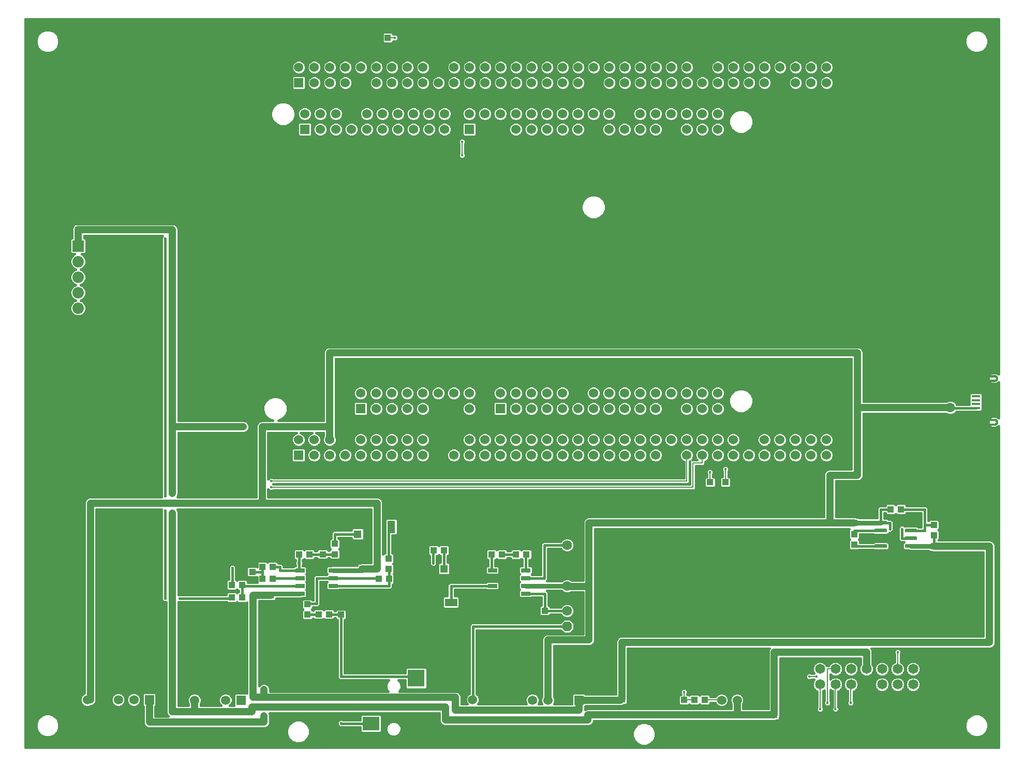
<source format=gtl>
G75*
%MOIN*%
%OFA0B0*%
%FSLAX24Y24*%
%IPPOS*%
%LPD*%
%AMOC8*
5,1,8,0,0,1.08239X$1,22.5*
%
%ADD10R,0.0602X0.0602*%
%ADD11C,0.0602*%
%ADD12C,0.0000*%
%ADD13C,0.0001*%
%ADD14R,0.0551X0.0157*%
%ADD15R,0.0571X0.0453*%
%ADD16R,0.0748X0.0689*%
%ADD17R,0.0039X0.0039*%
%ADD18R,0.1102X0.0866*%
%ADD19R,0.1102X0.1102*%
%ADD20R,0.0738X0.0738*%
%ADD21C,0.0738*%
%ADD22C,0.0650*%
%ADD23R,0.0602X0.0256*%
%ADD24R,0.0394X0.0433*%
%ADD25R,0.0512X0.0512*%
%ADD26R,0.0512X0.0787*%
%ADD27R,0.0433X0.0394*%
%ADD28OC8,0.0630*%
%ADD29C,0.0630*%
%ADD30R,0.0787X0.0512*%
%ADD31C,0.0058*%
%ADD32C,0.0157*%
%ADD33C,0.0160*%
%ADD34C,0.0472*%
%ADD35C,0.0354*%
%ADD36C,0.0157*%
%ADD37C,0.0315*%
%ADD38C,0.0079*%
%ADD39C,0.0236*%
D10*
X032213Y013048D03*
X038118Y013028D03*
X054036Y013051D03*
X059890Y013028D03*
X071079Y013028D03*
X041827Y028807D03*
X045827Y031807D03*
X054827Y031807D03*
X052827Y049807D03*
X042227Y049807D03*
X041835Y052807D03*
D11*
X042835Y052807D03*
X043835Y052807D03*
X044835Y052807D03*
X045835Y052807D03*
X046835Y052807D03*
X047835Y052807D03*
X048835Y052807D03*
X049835Y052807D03*
X050835Y052807D03*
X051835Y052807D03*
X052835Y052807D03*
X053835Y052807D03*
X054835Y052807D03*
X055835Y052807D03*
X056835Y052807D03*
X057835Y052807D03*
X058835Y052807D03*
X059835Y052807D03*
X060835Y052807D03*
X061835Y052807D03*
X062835Y052807D03*
X063835Y052807D03*
X064835Y052807D03*
X065835Y052807D03*
X066835Y052807D03*
X067835Y052807D03*
X068835Y052807D03*
X069835Y052807D03*
X070835Y052807D03*
X071835Y052807D03*
X072835Y052807D03*
X073835Y052807D03*
X074835Y052807D03*
X075835Y052807D03*
X076835Y052807D03*
X076835Y053807D03*
X075835Y053807D03*
X074835Y053807D03*
X073835Y053807D03*
X072835Y053807D03*
X071835Y053807D03*
X070835Y053807D03*
X069835Y053807D03*
X068835Y053807D03*
X067835Y053807D03*
X066835Y053807D03*
X065835Y053807D03*
X064835Y053807D03*
X063835Y053807D03*
X062835Y053807D03*
X061835Y053807D03*
X060835Y053807D03*
X059835Y053807D03*
X058835Y053807D03*
X057835Y053807D03*
X056835Y053807D03*
X055835Y053807D03*
X054835Y053807D03*
X053835Y053807D03*
X052835Y053807D03*
X051835Y053807D03*
X050835Y053807D03*
X049835Y053807D03*
X048835Y053807D03*
X047835Y053807D03*
X046835Y053807D03*
X045835Y053807D03*
X044835Y053807D03*
X043835Y053807D03*
X042835Y053807D03*
X041835Y053807D03*
X042227Y050807D03*
X043227Y050807D03*
X044227Y050807D03*
X045227Y050807D03*
X046227Y050807D03*
X047227Y050807D03*
X048227Y050807D03*
X049227Y050807D03*
X050227Y050807D03*
X051227Y050807D03*
X052827Y050807D03*
X053827Y050807D03*
X054827Y050807D03*
X055827Y050807D03*
X056827Y050807D03*
X057827Y050807D03*
X058827Y050807D03*
X059827Y050807D03*
X060827Y050807D03*
X061827Y050807D03*
X062827Y050807D03*
X063827Y050807D03*
X064827Y050807D03*
X065827Y050807D03*
X066827Y050807D03*
X067827Y050807D03*
X068827Y050807D03*
X068827Y049807D03*
X067827Y049807D03*
X066827Y049807D03*
X065827Y049807D03*
X064827Y049807D03*
X063827Y049807D03*
X062827Y049807D03*
X061827Y049807D03*
X060827Y049807D03*
X059827Y049807D03*
X058827Y049807D03*
X057827Y049807D03*
X056827Y049807D03*
X055827Y049807D03*
X054827Y049807D03*
X053827Y049807D03*
X051227Y049807D03*
X050227Y049807D03*
X049227Y049807D03*
X048227Y049807D03*
X047227Y049807D03*
X046227Y049807D03*
X045227Y049807D03*
X044227Y049807D03*
X043227Y049807D03*
X045827Y032807D03*
X046827Y032807D03*
X047827Y032807D03*
X048827Y032807D03*
X049827Y032807D03*
X050827Y032807D03*
X051827Y032807D03*
X052827Y032807D03*
X052827Y031807D03*
X051827Y031807D03*
X050827Y031807D03*
X049827Y031807D03*
X048827Y031807D03*
X047827Y031807D03*
X046827Y031807D03*
X046827Y029807D03*
X046827Y028807D03*
X045827Y028807D03*
X044827Y028807D03*
X043827Y028807D03*
X042827Y028807D03*
X042827Y029807D03*
X041827Y029807D03*
X043827Y029807D03*
X044827Y029807D03*
X045827Y029807D03*
X047827Y029807D03*
X047827Y028807D03*
X048827Y028807D03*
X049827Y028807D03*
X050827Y028807D03*
X051827Y028807D03*
X052827Y028807D03*
X053827Y028807D03*
X054827Y028807D03*
X055827Y028807D03*
X056827Y028807D03*
X057827Y028807D03*
X058827Y028807D03*
X059827Y028807D03*
X060827Y028807D03*
X061827Y028807D03*
X062827Y028807D03*
X063827Y028807D03*
X064827Y028807D03*
X065827Y028807D03*
X066827Y028807D03*
X067827Y028807D03*
X068827Y028807D03*
X069827Y028807D03*
X070827Y028807D03*
X071827Y028807D03*
X072827Y028807D03*
X073827Y028807D03*
X074827Y028807D03*
X075827Y028807D03*
X076827Y028807D03*
X076827Y029807D03*
X075827Y029807D03*
X074827Y029807D03*
X073827Y029807D03*
X072827Y029807D03*
X071827Y029807D03*
X070827Y029807D03*
X069827Y029807D03*
X068827Y029807D03*
X067827Y029807D03*
X066827Y029807D03*
X065827Y029807D03*
X064827Y029807D03*
X063827Y029807D03*
X062827Y029807D03*
X061827Y029807D03*
X060827Y029807D03*
X059827Y029807D03*
X058827Y029807D03*
X057827Y029807D03*
X056827Y029807D03*
X055827Y029807D03*
X054827Y029807D03*
X053827Y029807D03*
X052827Y029807D03*
X051827Y029807D03*
X050827Y029807D03*
X049827Y029807D03*
X048827Y029807D03*
X054827Y032807D03*
X055827Y032807D03*
X056827Y032807D03*
X057827Y032807D03*
X058827Y032807D03*
X059827Y032807D03*
X060827Y032807D03*
X061827Y032807D03*
X062827Y032807D03*
X063827Y032807D03*
X064827Y032807D03*
X065827Y032807D03*
X066827Y032807D03*
X067827Y032807D03*
X068827Y032807D03*
X068827Y031807D03*
X067827Y031807D03*
X066827Y031807D03*
X065827Y031807D03*
X064827Y031807D03*
X063827Y031807D03*
X062827Y031807D03*
X061827Y031807D03*
X060827Y031807D03*
X059827Y031807D03*
X058827Y031807D03*
X057827Y031807D03*
X056827Y031807D03*
X055827Y031807D03*
X056890Y013028D03*
X057890Y013028D03*
X058890Y013028D03*
X053036Y013051D03*
X037118Y013028D03*
X036118Y013028D03*
X035118Y013028D03*
X031213Y013048D03*
X030213Y013048D03*
X029213Y013048D03*
X028213Y013048D03*
X069079Y013028D03*
X070079Y013028D03*
D12*
X086218Y030786D02*
X086257Y030761D01*
X086301Y030746D01*
X086347Y030740D01*
X086504Y030740D01*
X086642Y030740D01*
X086684Y030743D01*
X086726Y030753D01*
X086764Y030771D01*
X086798Y030797D01*
X086826Y030828D01*
X086848Y030865D01*
X086862Y030905D01*
X086868Y030947D01*
X086863Y030993D01*
X086848Y031037D01*
X086823Y031076D01*
X086791Y031109D01*
X086751Y031133D01*
X086708Y031149D01*
X086662Y031154D01*
X086504Y031154D01*
X086504Y031036D01*
X086662Y031036D01*
X086685Y031033D01*
X086706Y031024D01*
X086724Y031010D01*
X086738Y030991D01*
X086747Y030970D01*
X086750Y030947D01*
X086747Y030924D01*
X086738Y030903D01*
X086724Y030884D01*
X086706Y030870D01*
X086685Y030862D01*
X086662Y030859D01*
X086504Y030859D01*
X086504Y030740D01*
X086504Y030859D01*
X086347Y030859D01*
X086324Y030862D01*
X086302Y030870D01*
X086284Y030884D01*
X086270Y030903D01*
X086261Y030924D01*
X086258Y030947D01*
X086261Y030970D01*
X086270Y030991D01*
X086284Y031010D01*
X086302Y031024D01*
X086324Y031033D01*
X086347Y031036D01*
X086504Y031036D01*
X086504Y031154D01*
X086366Y031154D01*
X086324Y031152D01*
X086283Y031141D01*
X086244Y031123D01*
X086210Y031097D01*
X086182Y031066D01*
X086160Y031029D01*
X086146Y030989D01*
X086140Y030947D01*
X086145Y030901D01*
X086160Y030857D01*
X086185Y030818D01*
X086218Y030786D01*
X086347Y033555D02*
X086301Y033561D01*
X086257Y033576D01*
X086218Y033600D01*
X086185Y033633D01*
X086160Y033672D01*
X086145Y033716D01*
X086140Y033762D01*
X086146Y033804D01*
X086160Y033844D01*
X086182Y033881D01*
X086210Y033912D01*
X086244Y033938D01*
X086283Y033956D01*
X086324Y033967D01*
X086366Y033969D01*
X086504Y033969D01*
X086504Y033851D01*
X086662Y033851D01*
X086685Y033848D01*
X086706Y033839D01*
X086724Y033825D01*
X086738Y033806D01*
X086747Y033785D01*
X086750Y033762D01*
X086747Y033739D01*
X086738Y033718D01*
X086724Y033699D01*
X086706Y033685D01*
X086685Y033677D01*
X086662Y033673D01*
X086504Y033673D01*
X086504Y033555D01*
X086642Y033555D01*
X086684Y033558D01*
X086726Y033568D01*
X086764Y033586D01*
X086798Y033612D01*
X086826Y033643D01*
X086848Y033680D01*
X086862Y033720D01*
X086868Y033762D01*
X086863Y033808D01*
X086848Y033852D01*
X086823Y033891D01*
X086791Y033924D01*
X086751Y033948D01*
X086708Y033964D01*
X086662Y033969D01*
X086504Y033969D01*
X086504Y033851D01*
X086347Y033851D01*
X086324Y033848D01*
X086302Y033839D01*
X086284Y033825D01*
X086270Y033806D01*
X086261Y033785D01*
X086258Y033762D01*
X086261Y033739D01*
X086270Y033718D01*
X086284Y033699D01*
X086302Y033685D01*
X086324Y033677D01*
X086347Y033673D01*
X086504Y033673D01*
X086504Y033555D01*
X086347Y033555D01*
D13*
X086344Y033556D02*
X086504Y033556D01*
X086647Y033556D01*
X086662Y033556D02*
X086504Y033556D01*
X086337Y033556D01*
X086330Y033557D02*
X086504Y033557D01*
X086677Y033557D01*
X086686Y033558D02*
X086504Y033558D01*
X086323Y033558D01*
X086316Y033559D02*
X086504Y033559D01*
X086689Y033559D01*
X086692Y033560D02*
X086504Y033560D01*
X086309Y033560D01*
X086302Y033560D02*
X086504Y033560D01*
X086696Y033560D01*
X086699Y033561D02*
X086504Y033561D01*
X086299Y033561D01*
X086296Y033562D02*
X086504Y033562D01*
X086702Y033562D01*
X086705Y033563D02*
X086504Y033563D01*
X086294Y033563D01*
X086292Y033564D02*
X086504Y033564D01*
X086708Y033564D01*
X086711Y033564D02*
X086504Y033564D01*
X086290Y033564D01*
X086287Y033565D02*
X086504Y033565D01*
X086715Y033565D01*
X086718Y033566D02*
X086504Y033566D01*
X086285Y033566D01*
X086283Y033567D02*
X086504Y033567D01*
X086721Y033567D01*
X086724Y033568D02*
X086504Y033568D01*
X086280Y033568D01*
X086278Y033568D02*
X086504Y033568D01*
X086726Y033568D01*
X086728Y033569D02*
X086504Y033569D01*
X086276Y033569D01*
X086273Y033570D02*
X086504Y033570D01*
X086730Y033570D01*
X086731Y033571D02*
X086504Y033571D01*
X086271Y033571D01*
X086269Y033572D02*
X086504Y033572D01*
X086733Y033572D01*
X086735Y033573D02*
X086504Y033573D01*
X086737Y033573D01*
X086738Y033574D02*
X086504Y033574D01*
X086262Y033574D01*
X086264Y033573D02*
X086504Y033573D01*
X086267Y033573D01*
X086260Y033575D02*
X086504Y033575D01*
X086740Y033575D01*
X086742Y033576D02*
X086504Y033576D01*
X086257Y033576D01*
X086256Y033577D02*
X086504Y033577D01*
X086745Y033577D01*
X086743Y033577D02*
X086504Y033577D01*
X086255Y033577D01*
X086253Y033578D02*
X086504Y033578D01*
X086747Y033578D01*
X086748Y033579D02*
X086504Y033579D01*
X086252Y033579D01*
X086251Y033580D02*
X086504Y033580D01*
X086750Y033580D01*
X086752Y033581D02*
X086504Y033581D01*
X086753Y033581D01*
X086755Y033582D02*
X086504Y033582D01*
X086247Y033582D01*
X086248Y033581D02*
X086504Y033581D01*
X086250Y033581D01*
X086246Y033583D02*
X086504Y033583D01*
X086757Y033583D01*
X086758Y033584D02*
X086504Y033584D01*
X086244Y033584D01*
X086243Y033585D02*
X086504Y033585D01*
X086762Y033585D01*
X086763Y033586D02*
X086504Y033586D01*
X086241Y033586D01*
X086242Y033585D02*
X086504Y033585D01*
X086760Y033585D01*
X086765Y033587D02*
X086504Y033587D01*
X086239Y033587D01*
X086238Y033588D02*
X086504Y033588D01*
X086766Y033588D01*
X086767Y033589D02*
X086504Y033589D01*
X086768Y033589D01*
X086769Y033590D02*
X086504Y033590D01*
X086234Y033590D01*
X086233Y033591D02*
X086504Y033591D01*
X086770Y033591D01*
X086771Y033592D02*
X086504Y033592D01*
X086232Y033592D01*
X086230Y033593D02*
X086504Y033593D01*
X086772Y033593D01*
X086773Y033593D02*
X086504Y033593D01*
X086229Y033593D01*
X086228Y033594D02*
X086504Y033594D01*
X086774Y033594D01*
X086775Y033595D02*
X086504Y033595D01*
X086227Y033595D01*
X086225Y033596D02*
X086504Y033596D01*
X086777Y033596D01*
X086778Y033597D02*
X086504Y033597D01*
X086224Y033597D01*
X086223Y033597D02*
X086504Y033597D01*
X086779Y033597D01*
X086780Y033598D02*
X086504Y033598D01*
X086221Y033598D01*
X086220Y033599D02*
X086504Y033599D01*
X086781Y033599D01*
X086782Y033600D02*
X086504Y033600D01*
X086219Y033600D01*
X086218Y033601D02*
X086504Y033601D01*
X086783Y033601D01*
X086784Y033601D02*
X086504Y033601D01*
X086217Y033601D01*
X086216Y033602D02*
X086504Y033602D01*
X086785Y033602D01*
X086786Y033603D02*
X086504Y033603D01*
X086215Y033603D01*
X086214Y033604D02*
X086504Y033604D01*
X086787Y033604D01*
X086788Y033605D02*
X086504Y033605D01*
X086214Y033605D01*
X086213Y033605D02*
X086504Y033605D01*
X086789Y033605D01*
X086791Y033606D02*
X086504Y033606D01*
X086212Y033606D01*
X086211Y033607D02*
X086504Y033607D01*
X086792Y033607D01*
X086793Y033608D02*
X086504Y033608D01*
X086210Y033608D01*
X086210Y033609D02*
X086504Y033609D01*
X086794Y033609D01*
X086795Y033609D02*
X086504Y033609D01*
X086209Y033609D01*
X086208Y033610D02*
X086504Y033610D01*
X086796Y033610D01*
X086797Y033611D02*
X086504Y033611D01*
X086207Y033611D01*
X086206Y033612D02*
X086504Y033612D01*
X086798Y033612D01*
X086799Y033613D02*
X086504Y033613D01*
X086206Y033613D01*
X086205Y033613D02*
X086504Y033613D01*
X086799Y033613D01*
X086800Y033614D02*
X086504Y033614D01*
X086204Y033614D01*
X086203Y033615D02*
X086504Y033615D01*
X086801Y033615D01*
X086802Y033616D02*
X086504Y033616D01*
X086202Y033616D01*
X086202Y033617D02*
X086504Y033617D01*
X086802Y033617D01*
X086803Y033618D02*
X086504Y033618D01*
X086804Y033618D01*
X086805Y033619D02*
X086504Y033619D01*
X086199Y033619D01*
X086198Y033620D02*
X086504Y033620D01*
X086805Y033620D01*
X086806Y033621D02*
X086504Y033621D01*
X086198Y033621D01*
X086197Y033622D02*
X086504Y033622D01*
X086807Y033622D01*
X086504Y033622D01*
X086196Y033622D01*
X086195Y033623D02*
X086504Y033623D01*
X086808Y033623D01*
X086809Y033624D02*
X086504Y033624D01*
X086194Y033624D01*
X086194Y033625D02*
X086504Y033625D01*
X086810Y033625D01*
X086810Y033626D02*
X086504Y033626D01*
X086811Y033626D01*
X086812Y033627D02*
X086504Y033627D01*
X086191Y033627D01*
X086190Y033628D02*
X086504Y033628D01*
X086812Y033628D01*
X086813Y033629D02*
X086504Y033629D01*
X086190Y033629D01*
X086189Y033630D02*
X086504Y033630D01*
X086815Y033630D01*
X086814Y033630D02*
X086504Y033630D01*
X086188Y033630D01*
X086187Y033631D02*
X086504Y033631D01*
X086815Y033631D01*
X086816Y033632D02*
X086504Y033632D01*
X086186Y033632D01*
X086186Y033633D02*
X086504Y033633D01*
X086817Y033633D01*
X086818Y033634D02*
X086504Y033634D01*
X086818Y033634D01*
X086819Y033635D02*
X086504Y033635D01*
X086184Y033635D01*
X086184Y033634D02*
X086504Y033634D01*
X086185Y033634D01*
X086183Y033636D02*
X086504Y033636D01*
X086820Y033636D01*
X086820Y033637D02*
X086504Y033637D01*
X086183Y033637D01*
X086182Y033638D02*
X086504Y033638D01*
X086822Y033638D01*
X086821Y033638D02*
X086504Y033638D01*
X086182Y033638D01*
X086181Y033639D02*
X086504Y033639D01*
X086823Y033639D01*
X086823Y033640D02*
X086504Y033640D01*
X086181Y033640D01*
X086180Y033641D02*
X086504Y033641D01*
X086824Y033641D01*
X086825Y033642D02*
X086504Y033642D01*
X086180Y033642D01*
X086179Y033642D02*
X086504Y033642D01*
X086825Y033642D01*
X086826Y033643D02*
X086504Y033643D01*
X086179Y033643D01*
X086178Y033644D02*
X086504Y033644D01*
X086827Y033644D01*
X086827Y033645D02*
X086504Y033645D01*
X086178Y033645D01*
X086177Y033646D02*
X086504Y033646D01*
X086828Y033646D01*
X086504Y033646D01*
X086177Y033646D01*
X086176Y033647D02*
X086504Y033647D01*
X086829Y033647D01*
X086829Y033648D02*
X086504Y033648D01*
X086176Y033648D01*
X086175Y033649D02*
X086504Y033649D01*
X086830Y033649D01*
X086830Y033650D02*
X086504Y033650D01*
X086175Y033650D01*
X086174Y033650D02*
X086504Y033650D01*
X086831Y033650D01*
X086831Y033651D02*
X086504Y033651D01*
X086174Y033651D01*
X086173Y033652D02*
X086504Y033652D01*
X086832Y033652D01*
X086832Y033653D02*
X086504Y033653D01*
X086173Y033653D01*
X086172Y033654D02*
X086504Y033654D01*
X086832Y033654D01*
X086833Y033654D02*
X086504Y033654D01*
X086172Y033654D01*
X086171Y033655D02*
X086504Y033655D01*
X086833Y033655D01*
X086834Y033656D02*
X086504Y033656D01*
X086171Y033656D01*
X086170Y033657D02*
X086504Y033657D01*
X086834Y033657D01*
X086835Y033658D02*
X086504Y033658D01*
X086170Y033658D01*
X086169Y033658D02*
X086504Y033658D01*
X086835Y033658D01*
X086836Y033659D02*
X086504Y033659D01*
X086169Y033659D01*
X086168Y033660D02*
X086504Y033660D01*
X086836Y033660D01*
X086837Y033661D02*
X086504Y033661D01*
X086168Y033661D01*
X086167Y033662D02*
X086504Y033662D01*
X086837Y033662D01*
X086838Y033662D02*
X086504Y033662D01*
X086167Y033662D01*
X086166Y033663D02*
X086504Y033663D01*
X086838Y033663D01*
X086839Y033664D02*
X086504Y033664D01*
X086166Y033664D01*
X086165Y033665D02*
X086504Y033665D01*
X086839Y033665D01*
X086840Y033666D02*
X086504Y033666D01*
X086165Y033666D01*
X086164Y033667D02*
X086504Y033667D01*
X086841Y033667D01*
X086840Y033667D02*
X086504Y033667D01*
X086164Y033667D01*
X086163Y033668D02*
X086504Y033668D01*
X086841Y033668D01*
X086842Y033669D02*
X086504Y033669D01*
X086163Y033669D01*
X086162Y033670D02*
X086504Y033670D01*
X086842Y033670D01*
X086843Y033671D02*
X086504Y033671D01*
X086843Y033671D01*
X086843Y033672D02*
X086504Y033672D01*
X086161Y033672D01*
X086161Y033671D02*
X086504Y033671D01*
X086162Y033671D01*
X086160Y033673D02*
X086504Y033673D01*
X086844Y033673D01*
X086844Y033674D02*
X086664Y033674D01*
X086670Y033675D02*
X086845Y033675D01*
X086676Y033675D01*
X086682Y033676D02*
X086846Y033676D01*
X086846Y033677D02*
X086686Y033677D01*
X086688Y033678D02*
X086847Y033678D01*
X086847Y033679D02*
X086690Y033679D01*
X086692Y033679D02*
X086848Y033679D01*
X086848Y033680D02*
X086693Y033680D01*
X086695Y033681D02*
X086848Y033681D01*
X086849Y033682D02*
X086697Y033682D01*
X086699Y033683D02*
X086849Y033683D01*
X086701Y033683D01*
X086703Y033684D02*
X086850Y033684D01*
X086850Y033685D02*
X086705Y033685D01*
X086707Y033686D02*
X086850Y033686D01*
X086850Y033687D02*
X086708Y033687D01*
X086709Y033687D02*
X086851Y033687D01*
X086851Y033688D02*
X086710Y033688D01*
X086711Y033689D02*
X086851Y033689D01*
X086852Y033690D02*
X086712Y033690D01*
X086713Y033691D02*
X086852Y033691D01*
X086714Y033691D01*
X086715Y033692D02*
X086852Y033692D01*
X086853Y033693D02*
X086716Y033693D01*
X086717Y033694D02*
X086853Y033694D01*
X086853Y033695D02*
X086718Y033695D01*
X086719Y033695D02*
X086854Y033695D01*
X086854Y033696D02*
X086720Y033696D01*
X086721Y033697D02*
X086854Y033697D01*
X086854Y033698D02*
X086722Y033698D01*
X086723Y033699D02*
X086855Y033699D01*
X086724Y033699D01*
X086725Y033700D02*
X086855Y033700D01*
X086856Y033701D02*
X086726Y033701D01*
X086726Y033702D02*
X086856Y033702D01*
X086856Y033703D02*
X086727Y033703D01*
X086856Y033703D01*
X086857Y033704D02*
X086728Y033704D01*
X086729Y033705D02*
X086857Y033705D01*
X086857Y033706D02*
X086729Y033706D01*
X086730Y033707D02*
X086858Y033707D01*
X086730Y033707D01*
X086731Y033708D02*
X086858Y033708D01*
X086858Y033709D02*
X086732Y033709D01*
X086732Y033710D02*
X086859Y033710D01*
X086859Y033711D02*
X086733Y033711D01*
X086734Y033712D02*
X086859Y033712D01*
X086860Y033712D02*
X086734Y033712D01*
X086735Y033713D02*
X086860Y033713D01*
X086860Y033714D02*
X086735Y033714D01*
X086736Y033715D02*
X086860Y033715D01*
X086861Y033716D02*
X086737Y033716D01*
X086861Y033716D01*
X086861Y033717D02*
X086738Y033717D01*
X086738Y033718D02*
X086862Y033718D01*
X086862Y033719D02*
X086739Y033719D01*
X086739Y033720D02*
X086862Y033720D01*
X086739Y033720D01*
X086740Y033721D02*
X086862Y033721D01*
X086863Y033722D02*
X086740Y033722D01*
X086740Y033723D02*
X086863Y033723D01*
X086863Y033724D02*
X086741Y033724D01*
X086863Y033724D01*
X086863Y033725D02*
X086741Y033725D01*
X086742Y033726D02*
X086863Y033726D01*
X086863Y033727D02*
X086742Y033727D01*
X086742Y033728D02*
X086863Y033728D01*
X086743Y033728D01*
X086743Y033729D02*
X086864Y033729D01*
X086864Y033730D02*
X086743Y033730D01*
X086744Y033731D02*
X086864Y033731D01*
X086864Y033732D02*
X086744Y033732D01*
X086864Y033732D01*
X086864Y033733D02*
X086745Y033733D01*
X086745Y033734D02*
X086864Y033734D01*
X086864Y033735D02*
X086745Y033735D01*
X086746Y033736D02*
X086865Y033736D01*
X086746Y033736D01*
X086746Y033737D02*
X086865Y033737D01*
X086865Y033738D02*
X086747Y033738D01*
X086747Y033739D02*
X086865Y033739D01*
X086865Y033740D02*
X086747Y033740D01*
X086865Y033740D01*
X086865Y033741D02*
X086748Y033741D01*
X086748Y033742D02*
X086865Y033742D01*
X086866Y033743D02*
X086748Y033743D01*
X086748Y033744D02*
X086866Y033744D01*
X086748Y033744D01*
X086748Y033745D02*
X086866Y033745D01*
X086866Y033746D02*
X086748Y033746D01*
X086748Y033747D02*
X086866Y033747D01*
X086866Y033748D02*
X086748Y033748D01*
X086866Y033748D01*
X086867Y033749D02*
X086749Y033749D01*
X086749Y033750D02*
X086867Y033750D01*
X086867Y033751D02*
X086749Y033751D01*
X086749Y033752D02*
X086867Y033752D01*
X086749Y033752D01*
X086749Y033753D02*
X086867Y033753D01*
X086867Y033754D02*
X086749Y033754D01*
X086749Y033755D02*
X086867Y033755D01*
X086867Y033756D02*
X086749Y033756D01*
X086750Y033756D02*
X086868Y033756D01*
X086868Y033757D02*
X086750Y033757D01*
X086750Y033758D02*
X086868Y033758D01*
X086868Y033759D02*
X086750Y033759D01*
X086750Y033760D02*
X086868Y033760D01*
X086868Y033761D02*
X086750Y033761D01*
X086868Y033761D01*
X086868Y033762D02*
X086750Y033762D01*
X086750Y033763D02*
X086868Y033763D01*
X086868Y033764D02*
X086750Y033764D01*
X086750Y033765D02*
X086868Y033765D01*
X086750Y033765D01*
X086750Y033766D02*
X086868Y033766D01*
X086868Y033767D02*
X086750Y033767D01*
X086750Y033768D02*
X086868Y033768D01*
X086868Y033769D02*
X086749Y033769D01*
X086868Y033769D01*
X086867Y033770D02*
X086749Y033770D01*
X086749Y033771D02*
X086867Y033771D01*
X086867Y033772D02*
X086749Y033772D01*
X086749Y033773D02*
X086867Y033773D01*
X086749Y033773D01*
X086749Y033774D02*
X086867Y033774D01*
X086867Y033775D02*
X086749Y033775D01*
X086748Y033776D02*
X086867Y033776D01*
X086867Y033777D02*
X086748Y033777D01*
X086867Y033777D01*
X086867Y033778D02*
X086748Y033778D01*
X086748Y033779D02*
X086866Y033779D01*
X086866Y033780D02*
X086748Y033780D01*
X086748Y033781D02*
X086866Y033781D01*
X086748Y033781D01*
X086748Y033782D02*
X086866Y033782D01*
X086866Y033783D02*
X086748Y033783D01*
X086747Y033784D02*
X086866Y033784D01*
X086866Y033785D02*
X086747Y033785D01*
X086866Y033785D01*
X086866Y033786D02*
X086747Y033786D01*
X086746Y033787D02*
X086866Y033787D01*
X086865Y033788D02*
X086746Y033788D01*
X086746Y033789D02*
X086865Y033789D01*
X086745Y033789D01*
X086745Y033790D02*
X086865Y033790D01*
X086865Y033791D02*
X086745Y033791D01*
X086744Y033792D02*
X086865Y033792D01*
X086865Y033793D02*
X086744Y033793D01*
X086865Y033793D01*
X086865Y033794D02*
X086743Y033794D01*
X086743Y033795D02*
X086865Y033795D01*
X086865Y033796D02*
X086743Y033796D01*
X086742Y033797D02*
X086864Y033797D01*
X086742Y033797D01*
X086742Y033798D02*
X086864Y033798D01*
X086864Y033799D02*
X086741Y033799D01*
X086741Y033800D02*
X086864Y033800D01*
X086864Y033801D02*
X086741Y033801D01*
X086740Y033801D02*
X086864Y033801D01*
X086864Y033802D02*
X086740Y033802D01*
X086740Y033803D02*
X086864Y033803D01*
X086864Y033804D02*
X086739Y033804D01*
X086739Y033805D02*
X086864Y033805D01*
X086863Y033806D02*
X086739Y033806D01*
X086738Y033806D02*
X086863Y033806D01*
X086863Y033807D02*
X086738Y033807D01*
X086737Y033808D02*
X086863Y033808D01*
X086863Y033809D02*
X086737Y033809D01*
X086736Y033810D02*
X086863Y033810D01*
X086862Y033810D02*
X086735Y033810D01*
X086735Y033811D02*
X086862Y033811D01*
X086862Y033812D02*
X086734Y033812D01*
X086734Y033813D02*
X086862Y033813D01*
X086861Y033814D02*
X086733Y033814D01*
X086732Y033814D02*
X086861Y033814D01*
X086861Y033815D02*
X086732Y033815D01*
X086731Y033816D02*
X086860Y033816D01*
X086860Y033817D02*
X086730Y033817D01*
X086730Y033818D02*
X086860Y033818D01*
X086729Y033818D01*
X086729Y033819D02*
X086859Y033819D01*
X086859Y033820D02*
X086728Y033820D01*
X086727Y033821D02*
X086859Y033821D01*
X086858Y033822D02*
X086727Y033822D01*
X086726Y033822D02*
X086858Y033822D01*
X086858Y033823D02*
X086725Y033823D01*
X086725Y033824D02*
X086858Y033824D01*
X086857Y033825D02*
X086724Y033825D01*
X086723Y033826D02*
X086857Y033826D01*
X086722Y033826D01*
X086721Y033827D02*
X086856Y033827D01*
X086856Y033828D02*
X086720Y033828D01*
X086719Y033829D02*
X086856Y033829D01*
X086856Y033830D02*
X086718Y033830D01*
X086717Y033830D02*
X086855Y033830D01*
X086855Y033831D02*
X086716Y033831D01*
X086715Y033832D02*
X086855Y033832D01*
X086855Y033833D02*
X086714Y033833D01*
X086713Y033834D02*
X086854Y033834D01*
X086712Y033834D01*
X086711Y033835D02*
X086854Y033835D01*
X086853Y033836D02*
X086710Y033836D01*
X086709Y033837D02*
X086853Y033837D01*
X086853Y033838D02*
X086707Y033838D01*
X086706Y033838D02*
X086853Y033838D01*
X086852Y033839D02*
X086705Y033839D01*
X086703Y033840D02*
X086852Y033840D01*
X086852Y033841D02*
X086701Y033841D01*
X086699Y033842D02*
X086851Y033842D01*
X086697Y033842D01*
X086695Y033843D02*
X086851Y033843D01*
X086851Y033844D02*
X086693Y033844D01*
X086691Y033845D02*
X086850Y033845D01*
X086850Y033846D02*
X086689Y033846D01*
X086687Y033846D02*
X086850Y033846D01*
X086849Y033847D02*
X086685Y033847D01*
X086681Y033848D02*
X086849Y033848D01*
X086849Y033849D02*
X086675Y033849D01*
X086669Y033850D02*
X086849Y033850D01*
X086848Y033850D02*
X086663Y033850D01*
X086678Y033967D02*
X086504Y033967D01*
X086333Y033967D01*
X086323Y033966D02*
X086504Y033966D01*
X086685Y033966D01*
X086692Y033965D02*
X086504Y033965D01*
X086319Y033965D01*
X086316Y033965D02*
X086504Y033965D01*
X086699Y033965D01*
X086706Y033964D02*
X086504Y033964D01*
X086313Y033964D01*
X086310Y033963D02*
X086504Y033963D01*
X086709Y033963D01*
X086712Y033962D02*
X086504Y033962D01*
X086307Y033962D01*
X086304Y033961D02*
X086504Y033961D01*
X086714Y033961D01*
X086716Y033961D02*
X086504Y033961D01*
X086301Y033961D01*
X086297Y033960D02*
X086504Y033960D01*
X086719Y033960D01*
X086721Y033959D02*
X086504Y033959D01*
X086294Y033959D01*
X086291Y033958D02*
X086504Y033958D01*
X086723Y033958D01*
X086726Y033957D02*
X086504Y033957D01*
X086288Y033957D01*
X086285Y033957D02*
X086504Y033957D01*
X086728Y033957D01*
X086730Y033956D02*
X086504Y033956D01*
X086282Y033956D01*
X086280Y033955D02*
X086504Y033955D01*
X086732Y033955D01*
X086735Y033954D02*
X086504Y033954D01*
X086279Y033954D01*
X086277Y033953D02*
X086504Y033953D01*
X086737Y033953D01*
X086739Y033953D02*
X086504Y033953D01*
X086275Y033953D01*
X086274Y033952D02*
X086504Y033952D01*
X086742Y033952D01*
X086744Y033951D02*
X086504Y033951D01*
X086272Y033951D01*
X086270Y033950D02*
X086504Y033950D01*
X086746Y033950D01*
X086748Y033949D02*
X086504Y033949D01*
X086269Y033949D01*
X086267Y033949D02*
X086504Y033949D01*
X086751Y033949D01*
X086752Y033948D02*
X086504Y033948D01*
X086265Y033948D01*
X086264Y033947D02*
X086504Y033947D01*
X086754Y033947D01*
X086755Y033946D02*
X086504Y033946D01*
X086262Y033946D01*
X086260Y033945D02*
X086504Y033945D01*
X086756Y033945D01*
X086757Y033944D02*
X086504Y033944D01*
X086759Y033944D01*
X086760Y033943D02*
X086504Y033943D01*
X086255Y033943D01*
X086254Y033942D02*
X086504Y033942D01*
X086761Y033942D01*
X086763Y033941D02*
X086504Y033941D01*
X086252Y033941D01*
X086250Y033940D02*
X086504Y033940D01*
X086765Y033940D01*
X086764Y033940D02*
X086504Y033940D01*
X086248Y033940D01*
X086247Y033939D02*
X086504Y033939D01*
X086766Y033939D01*
X086768Y033938D02*
X086504Y033938D01*
X086245Y033938D01*
X086244Y033937D02*
X086504Y033937D01*
X086769Y033937D01*
X086770Y033936D02*
X086504Y033936D01*
X086771Y033936D01*
X086773Y033935D02*
X086504Y033935D01*
X086241Y033935D01*
X086242Y033936D02*
X086504Y033936D01*
X086243Y033936D01*
X086239Y033934D02*
X086504Y033934D01*
X086774Y033934D01*
X086775Y033933D02*
X086504Y033933D01*
X086238Y033933D01*
X086237Y033932D02*
X086504Y033932D01*
X086778Y033932D01*
X086777Y033932D02*
X086504Y033932D01*
X086236Y033932D01*
X086235Y033931D02*
X086504Y033931D01*
X086779Y033931D01*
X086780Y033930D02*
X086504Y033930D01*
X086234Y033930D01*
X086233Y033929D02*
X086504Y033929D01*
X086782Y033929D01*
X086783Y033928D02*
X086504Y033928D01*
X086784Y033928D01*
X086786Y033927D02*
X086504Y033927D01*
X086230Y033927D01*
X086231Y033928D02*
X086504Y033928D01*
X086232Y033928D01*
X086229Y033926D02*
X086504Y033926D01*
X086787Y033926D01*
X086788Y033925D02*
X086504Y033925D01*
X086228Y033925D01*
X086227Y033924D02*
X086504Y033924D01*
X086791Y033924D01*
X086791Y033923D02*
X086504Y033923D01*
X086224Y033923D01*
X086223Y033922D02*
X086504Y033922D01*
X086792Y033922D01*
X086793Y033921D02*
X086504Y033921D01*
X086222Y033921D01*
X086221Y033920D02*
X086504Y033920D01*
X086794Y033920D01*
X086795Y033920D02*
X086504Y033920D01*
X086220Y033920D01*
X086219Y033919D02*
X086504Y033919D01*
X086795Y033919D01*
X086796Y033918D02*
X086504Y033918D01*
X086218Y033918D01*
X086217Y033917D02*
X086504Y033917D01*
X086797Y033917D01*
X086798Y033916D02*
X086504Y033916D01*
X086216Y033916D01*
X086215Y033916D02*
X086504Y033916D01*
X086799Y033916D01*
X086799Y033915D02*
X086504Y033915D01*
X086214Y033915D01*
X086213Y033914D02*
X086504Y033914D01*
X086800Y033914D01*
X086801Y033913D02*
X086504Y033913D01*
X086212Y033913D01*
X086210Y033912D02*
X086504Y033912D01*
X086802Y033912D01*
X086803Y033912D02*
X086504Y033912D01*
X086210Y033912D01*
X086209Y033911D02*
X086504Y033911D01*
X086803Y033911D01*
X086804Y033910D02*
X086504Y033910D01*
X086208Y033910D01*
X086208Y033909D02*
X086504Y033909D01*
X086805Y033909D01*
X086806Y033908D02*
X086504Y033908D01*
X086207Y033908D01*
X086206Y033908D02*
X086504Y033908D01*
X086807Y033908D01*
X086807Y033907D02*
X086504Y033907D01*
X086205Y033907D01*
X086205Y033906D02*
X086504Y033906D01*
X086808Y033906D01*
X086809Y033905D02*
X086504Y033905D01*
X086204Y033905D01*
X086203Y033904D02*
X086504Y033904D01*
X086810Y033904D01*
X086811Y033904D02*
X086504Y033904D01*
X086203Y033904D01*
X086202Y033903D02*
X086504Y033903D01*
X086812Y033903D01*
X086812Y033902D02*
X086504Y033902D01*
X086201Y033902D01*
X086200Y033901D02*
X086504Y033901D01*
X086813Y033901D01*
X086814Y033900D02*
X086504Y033900D01*
X086200Y033900D01*
X086199Y033899D02*
X086504Y033899D01*
X086816Y033899D01*
X086816Y033898D02*
X086504Y033898D01*
X086197Y033898D01*
X086197Y033897D02*
X086504Y033897D01*
X086817Y033897D01*
X086818Y033896D02*
X086504Y033896D01*
X086196Y033896D01*
X086195Y033895D02*
X086504Y033895D01*
X086820Y033895D01*
X086820Y033894D02*
X086504Y033894D01*
X086194Y033894D01*
X086195Y033895D02*
X086504Y033895D01*
X086819Y033895D01*
X086821Y033893D02*
X086504Y033893D01*
X086193Y033893D01*
X086192Y033892D02*
X086504Y033892D01*
X086822Y033892D01*
X086823Y033891D02*
X086504Y033891D01*
X086823Y033891D01*
X086824Y033890D02*
X086504Y033890D01*
X086190Y033890D01*
X086189Y033889D02*
X086504Y033889D01*
X086824Y033889D01*
X086825Y033888D02*
X086504Y033888D01*
X086189Y033888D01*
X086188Y033887D02*
X086504Y033887D01*
X086826Y033887D01*
X086825Y033887D02*
X086504Y033887D01*
X086187Y033887D01*
X086187Y033886D02*
X086504Y033886D01*
X086826Y033886D01*
X086827Y033885D02*
X086504Y033885D01*
X086186Y033885D01*
X086185Y033884D02*
X086504Y033884D01*
X086827Y033884D01*
X086828Y033883D02*
X086504Y033883D01*
X086829Y033883D01*
X086829Y033882D02*
X086504Y033882D01*
X086183Y033882D01*
X086184Y033883D02*
X086504Y033883D01*
X086184Y033883D01*
X086182Y033881D02*
X086504Y033881D01*
X086830Y033881D01*
X086830Y033880D02*
X086504Y033880D01*
X086182Y033880D01*
X086181Y033879D02*
X086504Y033879D01*
X086831Y033879D01*
X086504Y033879D01*
X086181Y033879D01*
X086180Y033878D02*
X086504Y033878D01*
X086832Y033878D01*
X086832Y033877D02*
X086504Y033877D01*
X086180Y033877D01*
X086179Y033876D02*
X086504Y033876D01*
X086833Y033876D01*
X086833Y033875D02*
X086504Y033875D01*
X086179Y033875D01*
X086178Y033875D02*
X086504Y033875D01*
X086834Y033875D01*
X086834Y033874D02*
X086504Y033874D01*
X086178Y033874D01*
X086177Y033873D02*
X086504Y033873D01*
X086835Y033873D01*
X086835Y033872D02*
X086504Y033872D01*
X086177Y033872D01*
X086176Y033871D02*
X086504Y033871D01*
X086836Y033871D01*
X086504Y033871D01*
X086176Y033871D01*
X086175Y033870D02*
X086504Y033870D01*
X086837Y033870D01*
X086837Y033869D02*
X086504Y033869D01*
X086175Y033869D01*
X086175Y033868D02*
X086504Y033868D01*
X086838Y033868D01*
X086838Y033867D02*
X086504Y033867D01*
X086174Y033867D01*
X086504Y033867D01*
X086839Y033867D01*
X086839Y033866D02*
X086504Y033866D01*
X086173Y033866D01*
X086173Y033865D02*
X086504Y033865D01*
X086840Y033865D01*
X086840Y033864D02*
X086504Y033864D01*
X086172Y033864D01*
X086172Y033863D02*
X086504Y033863D01*
X086841Y033863D01*
X086504Y033863D01*
X086171Y033863D01*
X086171Y033862D02*
X086504Y033862D01*
X086842Y033862D01*
X086842Y033861D02*
X086504Y033861D01*
X086170Y033861D01*
X086170Y033860D02*
X086504Y033860D01*
X086843Y033860D01*
X086843Y033859D02*
X086504Y033859D01*
X086169Y033859D01*
X086504Y033859D01*
X086844Y033859D01*
X086844Y033858D02*
X086504Y033858D01*
X086168Y033858D01*
X086168Y033857D02*
X086504Y033857D01*
X086845Y033857D01*
X086845Y033856D02*
X086504Y033856D01*
X086167Y033856D01*
X086167Y033855D02*
X086504Y033855D01*
X086846Y033855D01*
X086504Y033855D01*
X086166Y033855D01*
X086166Y033854D02*
X086504Y033854D01*
X086847Y033854D01*
X086847Y033853D02*
X086504Y033853D01*
X086165Y033853D01*
X086165Y033852D02*
X086504Y033852D01*
X086848Y033852D01*
X086848Y033851D02*
X086504Y033851D01*
X086165Y033851D01*
X086164Y033850D02*
X086345Y033850D01*
X086339Y033850D02*
X086164Y033850D01*
X086163Y033849D02*
X086333Y033849D01*
X086327Y033848D02*
X086163Y033848D01*
X086162Y033847D02*
X086323Y033847D01*
X086321Y033846D02*
X086162Y033846D01*
X086161Y033846D02*
X086319Y033846D01*
X086317Y033845D02*
X086161Y033845D01*
X086160Y033844D02*
X086315Y033844D01*
X086313Y033843D02*
X086160Y033843D01*
X086160Y033842D02*
X086311Y033842D01*
X086309Y033842D02*
X086159Y033842D01*
X086159Y033841D02*
X086307Y033841D01*
X086305Y033840D02*
X086159Y033840D01*
X086159Y033839D02*
X086304Y033839D01*
X086302Y033838D02*
X086158Y033838D01*
X086301Y033838D01*
X086300Y033837D02*
X086158Y033837D01*
X086157Y033836D02*
X086299Y033836D01*
X086298Y033835D02*
X086157Y033835D01*
X086157Y033834D02*
X086297Y033834D01*
X086296Y033834D02*
X086157Y033834D01*
X086156Y033833D02*
X086295Y033833D01*
X086294Y033832D02*
X086156Y033832D01*
X086156Y033831D02*
X086293Y033831D01*
X086292Y033830D02*
X086155Y033830D01*
X086290Y033830D01*
X086289Y033829D02*
X086155Y033829D01*
X086155Y033828D02*
X086288Y033828D01*
X086287Y033827D02*
X086154Y033827D01*
X086154Y033826D02*
X086286Y033826D01*
X086285Y033826D02*
X086154Y033826D01*
X086153Y033825D02*
X086284Y033825D01*
X086284Y033824D02*
X086153Y033824D01*
X086153Y033823D02*
X086283Y033823D01*
X086282Y033822D02*
X086153Y033822D01*
X086152Y033822D02*
X086282Y033822D01*
X086281Y033821D02*
X086152Y033821D01*
X086152Y033820D02*
X086280Y033820D01*
X086280Y033819D02*
X086151Y033819D01*
X086151Y033818D02*
X086279Y033818D01*
X086151Y033818D01*
X086151Y033817D02*
X086278Y033817D01*
X086277Y033816D02*
X086150Y033816D01*
X086150Y033815D02*
X086277Y033815D01*
X086276Y033814D02*
X086150Y033814D01*
X086149Y033814D02*
X086276Y033814D01*
X086275Y033813D02*
X086149Y033813D01*
X086149Y033812D02*
X086274Y033812D01*
X086274Y033811D02*
X086149Y033811D01*
X086148Y033810D02*
X086273Y033810D01*
X086272Y033810D02*
X086148Y033810D01*
X086148Y033809D02*
X086272Y033809D01*
X086271Y033808D02*
X086147Y033808D01*
X086147Y033807D02*
X086271Y033807D01*
X086270Y033806D02*
X086147Y033806D01*
X086270Y033806D01*
X086269Y033805D02*
X086146Y033805D01*
X086146Y033804D02*
X086269Y033804D01*
X086269Y033803D02*
X086146Y033803D01*
X086146Y033802D02*
X086268Y033802D01*
X086268Y033801D02*
X086146Y033801D01*
X086268Y033801D01*
X086267Y033800D02*
X086145Y033800D01*
X086145Y033799D02*
X086267Y033799D01*
X086267Y033798D02*
X086145Y033798D01*
X086145Y033797D02*
X086266Y033797D01*
X086145Y033797D01*
X086145Y033796D02*
X086266Y033796D01*
X086265Y033795D02*
X086145Y033795D01*
X086145Y033794D02*
X086265Y033794D01*
X086265Y033793D02*
X086145Y033793D01*
X086144Y033793D02*
X086264Y033793D01*
X086264Y033792D02*
X086144Y033792D01*
X086144Y033791D02*
X086264Y033791D01*
X086263Y033790D02*
X086144Y033790D01*
X086144Y033789D02*
X086263Y033789D01*
X086144Y033789D01*
X086144Y033788D02*
X086262Y033788D01*
X086262Y033787D02*
X086144Y033787D01*
X086144Y033786D02*
X086262Y033786D01*
X086261Y033785D02*
X086143Y033785D01*
X086261Y033785D01*
X086261Y033784D02*
X086143Y033784D01*
X086143Y033783D02*
X086261Y033783D01*
X086261Y033782D02*
X086143Y033782D01*
X086143Y033781D02*
X086261Y033781D01*
X086143Y033781D01*
X086143Y033780D02*
X086260Y033780D01*
X086260Y033779D02*
X086142Y033779D01*
X086142Y033778D02*
X086260Y033778D01*
X086260Y033777D02*
X086142Y033777D01*
X086260Y033777D01*
X086260Y033776D02*
X086142Y033776D01*
X086142Y033775D02*
X086260Y033775D01*
X086260Y033774D02*
X086142Y033774D01*
X086142Y033773D02*
X086260Y033773D01*
X086142Y033773D01*
X086141Y033772D02*
X086259Y033772D01*
X086259Y033771D02*
X086141Y033771D01*
X086141Y033770D02*
X086259Y033770D01*
X086259Y033769D02*
X086141Y033769D01*
X086259Y033769D01*
X086259Y033768D02*
X086141Y033768D01*
X086141Y033767D02*
X086259Y033767D01*
X086259Y033766D02*
X086141Y033766D01*
X086140Y033765D02*
X086259Y033765D01*
X086258Y033765D02*
X086140Y033765D01*
X086140Y033764D02*
X086258Y033764D01*
X086258Y033763D02*
X086140Y033763D01*
X086140Y033762D02*
X086258Y033762D01*
X086258Y033761D02*
X086140Y033761D01*
X086258Y033761D01*
X086258Y033760D02*
X086140Y033760D01*
X086140Y033759D02*
X086259Y033759D01*
X086259Y033758D02*
X086140Y033758D01*
X086141Y033757D02*
X086259Y033757D01*
X086259Y033756D02*
X086141Y033756D01*
X086259Y033756D01*
X086259Y033755D02*
X086141Y033755D01*
X086141Y033754D02*
X086259Y033754D01*
X086259Y033753D02*
X086141Y033753D01*
X086141Y033752D02*
X086259Y033752D01*
X086260Y033752D02*
X086141Y033752D01*
X086141Y033751D02*
X086260Y033751D01*
X086260Y033750D02*
X086141Y033750D01*
X086141Y033749D02*
X086260Y033749D01*
X086260Y033748D02*
X086142Y033748D01*
X086260Y033748D01*
X086260Y033747D02*
X086142Y033747D01*
X086142Y033746D02*
X086260Y033746D01*
X086260Y033745D02*
X086142Y033745D01*
X086142Y033744D02*
X086260Y033744D01*
X086261Y033744D02*
X086142Y033744D01*
X086142Y033743D02*
X086261Y033743D01*
X086261Y033742D02*
X086142Y033742D01*
X086142Y033741D02*
X086261Y033741D01*
X086261Y033740D02*
X086142Y033740D01*
X086143Y033740D02*
X086261Y033740D01*
X086261Y033739D02*
X086143Y033739D01*
X086143Y033738D02*
X086262Y033738D01*
X086262Y033737D02*
X086143Y033737D01*
X086143Y033736D02*
X086262Y033736D01*
X086263Y033736D02*
X086143Y033736D01*
X086143Y033735D02*
X086263Y033735D01*
X086263Y033734D02*
X086143Y033734D01*
X086143Y033733D02*
X086264Y033733D01*
X086264Y033732D02*
X086143Y033732D01*
X086264Y033732D01*
X086265Y033731D02*
X086144Y033731D01*
X086144Y033730D02*
X086265Y033730D01*
X086265Y033729D02*
X086144Y033729D01*
X086144Y033728D02*
X086266Y033728D01*
X086144Y033728D01*
X086144Y033727D02*
X086266Y033727D01*
X086267Y033726D02*
X086144Y033726D01*
X086144Y033725D02*
X086267Y033725D01*
X086267Y033724D02*
X086144Y033724D01*
X086268Y033724D01*
X086268Y033723D02*
X086144Y033723D01*
X086145Y033722D02*
X086268Y033722D01*
X086269Y033721D02*
X086145Y033721D01*
X086145Y033720D02*
X086269Y033720D01*
X086145Y033720D01*
X086145Y033719D02*
X086270Y033719D01*
X086270Y033718D02*
X086145Y033718D01*
X086145Y033717D02*
X086271Y033717D01*
X086271Y033716D02*
X086145Y033716D01*
X086272Y033716D01*
X086272Y033715D02*
X086146Y033715D01*
X086146Y033714D02*
X086273Y033714D01*
X086274Y033713D02*
X086146Y033713D01*
X086147Y033712D02*
X086274Y033712D01*
X086275Y033712D02*
X086147Y033712D01*
X086147Y033711D02*
X086275Y033711D01*
X086276Y033710D02*
X086147Y033710D01*
X086148Y033709D02*
X086277Y033709D01*
X086277Y033708D02*
X086148Y033708D01*
X086148Y033707D02*
X086278Y033707D01*
X086279Y033707D02*
X086148Y033707D01*
X086149Y033706D02*
X086279Y033706D01*
X086280Y033705D02*
X086149Y033705D01*
X086149Y033704D02*
X086280Y033704D01*
X086281Y033703D02*
X086150Y033703D01*
X086282Y033703D01*
X086282Y033702D02*
X086150Y033702D01*
X086150Y033701D02*
X086283Y033701D01*
X086283Y033700D02*
X086151Y033700D01*
X086151Y033699D02*
X086284Y033699D01*
X086285Y033699D02*
X086151Y033699D01*
X086152Y033698D02*
X086286Y033698D01*
X086287Y033697D02*
X086152Y033697D01*
X086152Y033696D02*
X086288Y033696D01*
X086289Y033695D02*
X086152Y033695D01*
X086153Y033695D02*
X086290Y033695D01*
X086291Y033694D02*
X086153Y033694D01*
X086153Y033693D02*
X086292Y033693D01*
X086293Y033692D02*
X086154Y033692D01*
X086154Y033691D02*
X086295Y033691D01*
X086296Y033691D02*
X086154Y033691D01*
X086154Y033690D02*
X086297Y033690D01*
X086298Y033689D02*
X086155Y033689D01*
X086155Y033688D02*
X086299Y033688D01*
X086300Y033687D02*
X086155Y033687D01*
X086156Y033687D02*
X086301Y033687D01*
X086302Y033686D02*
X086156Y033686D01*
X086156Y033685D02*
X086303Y033685D01*
X086305Y033684D02*
X086156Y033684D01*
X086157Y033683D02*
X086307Y033683D01*
X086309Y033683D02*
X086157Y033683D01*
X086157Y033682D02*
X086311Y033682D01*
X086313Y033681D02*
X086157Y033681D01*
X086158Y033680D02*
X086315Y033680D01*
X086317Y033679D02*
X086158Y033679D01*
X086319Y033679D01*
X086321Y033678D02*
X086159Y033678D01*
X086159Y033677D02*
X086323Y033677D01*
X086326Y033676D02*
X086159Y033676D01*
X086159Y033675D02*
X086333Y033675D01*
X086339Y033675D02*
X086160Y033675D01*
X086160Y033674D02*
X086345Y033674D01*
X086237Y033589D02*
X086504Y033589D01*
X086235Y033589D01*
X086201Y033618D02*
X086504Y033618D01*
X086200Y033618D01*
X086193Y033626D02*
X086504Y033626D01*
X086192Y033626D01*
X086191Y033891D02*
X086504Y033891D01*
X086192Y033891D01*
X086198Y033899D02*
X086504Y033899D01*
X086815Y033899D01*
X086789Y033924D02*
X086504Y033924D01*
X086226Y033924D01*
X086257Y033944D02*
X086504Y033944D01*
X086259Y033944D01*
X086348Y033968D02*
X086504Y033968D01*
X086670Y033968D01*
X086663Y033969D02*
X086504Y033969D01*
X086363Y033969D01*
X086360Y031153D02*
X086504Y031153D01*
X086672Y031153D01*
X086679Y031152D02*
X086504Y031152D01*
X086330Y031152D01*
X086322Y031151D02*
X086504Y031151D01*
X086686Y031151D01*
X086693Y031150D02*
X086504Y031150D01*
X086319Y031150D01*
X086316Y031149D02*
X086504Y031149D01*
X086707Y031149D01*
X086710Y031148D02*
X086504Y031148D01*
X086309Y031148D01*
X086306Y031147D02*
X086504Y031147D01*
X086712Y031147D01*
X086714Y031146D02*
X086504Y031146D01*
X086303Y031146D01*
X086300Y031145D02*
X086504Y031145D01*
X086719Y031145D01*
X086717Y031145D02*
X086504Y031145D01*
X086297Y031145D01*
X086294Y031144D02*
X086504Y031144D01*
X086721Y031144D01*
X086724Y031143D02*
X086504Y031143D01*
X086290Y031143D01*
X086287Y031142D02*
X086504Y031142D01*
X086726Y031142D01*
X086728Y031141D02*
X086504Y031141D01*
X086730Y031141D01*
X086733Y031140D02*
X086504Y031140D01*
X086280Y031140D01*
X086278Y031139D02*
X086504Y031139D01*
X086735Y031139D01*
X086737Y031138D02*
X086504Y031138D01*
X086277Y031138D01*
X086275Y031137D02*
X086504Y031137D01*
X086742Y031137D01*
X086740Y031137D02*
X086504Y031137D01*
X086273Y031137D01*
X086272Y031136D02*
X086504Y031136D01*
X086744Y031136D01*
X086747Y031135D02*
X086504Y031135D01*
X086270Y031135D01*
X086268Y031134D02*
X086504Y031134D01*
X086749Y031134D01*
X086751Y031133D02*
X086504Y031133D01*
X086753Y031133D01*
X086754Y031132D02*
X086504Y031132D01*
X086263Y031132D01*
X086262Y031131D02*
X086504Y031131D01*
X086755Y031131D01*
X086756Y031130D02*
X086504Y031130D01*
X086260Y031130D01*
X086258Y031129D02*
X086504Y031129D01*
X086758Y031129D01*
X086759Y031129D02*
X086504Y031129D01*
X086257Y031129D01*
X086255Y031128D02*
X086504Y031128D01*
X086760Y031128D01*
X086761Y031127D02*
X086504Y031127D01*
X086253Y031127D01*
X086252Y031126D02*
X086504Y031126D01*
X086763Y031126D01*
X086764Y031125D02*
X086504Y031125D01*
X086250Y031125D01*
X086248Y031125D02*
X086504Y031125D01*
X086765Y031125D01*
X086767Y031124D02*
X086504Y031124D01*
X086247Y031124D01*
X086245Y031123D02*
X086504Y031123D01*
X086768Y031123D01*
X086769Y031122D02*
X086504Y031122D01*
X086244Y031122D01*
X086243Y031121D02*
X086504Y031121D01*
X086770Y031121D01*
X086772Y031121D02*
X086504Y031121D01*
X086241Y031121D01*
X086240Y031120D02*
X086504Y031120D01*
X086773Y031120D01*
X086774Y031119D02*
X086504Y031119D01*
X086239Y031119D01*
X086238Y031118D02*
X086504Y031118D01*
X086776Y031118D01*
X086777Y031117D02*
X086504Y031117D01*
X086237Y031117D01*
X086236Y031117D02*
X086504Y031117D01*
X086778Y031117D01*
X086779Y031116D02*
X086504Y031116D01*
X086235Y031116D01*
X086234Y031115D02*
X086504Y031115D01*
X086781Y031115D01*
X086782Y031114D02*
X086504Y031114D01*
X086233Y031114D01*
X086232Y031113D02*
X086504Y031113D01*
X086783Y031113D01*
X086784Y031113D02*
X086504Y031113D01*
X086231Y031113D01*
X086230Y031112D02*
X086504Y031112D01*
X086786Y031112D01*
X086787Y031111D02*
X086504Y031111D01*
X086229Y031111D01*
X086227Y031110D02*
X086504Y031110D01*
X086788Y031110D01*
X086790Y031109D02*
X086504Y031109D01*
X086226Y031109D01*
X086225Y031109D02*
X086504Y031109D01*
X086791Y031109D01*
X086792Y031108D02*
X086504Y031108D01*
X086224Y031108D01*
X086223Y031107D02*
X086504Y031107D01*
X086792Y031107D01*
X086793Y031106D02*
X086504Y031106D01*
X086222Y031106D01*
X086221Y031105D02*
X086504Y031105D01*
X086794Y031105D01*
X086795Y031104D02*
X086504Y031104D01*
X086796Y031104D01*
X086796Y031103D02*
X086504Y031103D01*
X086218Y031103D01*
X086219Y031104D02*
X086504Y031104D01*
X086220Y031104D01*
X086217Y031102D02*
X086504Y031102D01*
X086797Y031102D01*
X086798Y031101D02*
X086504Y031101D01*
X086216Y031101D01*
X086215Y031100D02*
X086504Y031100D01*
X086800Y031100D01*
X086800Y031099D02*
X086504Y031099D01*
X086212Y031099D01*
X086211Y031098D02*
X086504Y031098D01*
X086801Y031098D01*
X086802Y031097D02*
X086504Y031097D01*
X086210Y031097D01*
X086210Y031096D02*
X086504Y031096D01*
X086804Y031096D01*
X086804Y031095D02*
X086504Y031095D01*
X086208Y031095D01*
X086209Y031096D02*
X086504Y031096D01*
X086803Y031096D01*
X086805Y031094D02*
X086504Y031094D01*
X086207Y031094D01*
X086207Y031093D02*
X086504Y031093D01*
X086806Y031093D01*
X086807Y031092D02*
X086504Y031092D01*
X086808Y031092D01*
X086808Y031091D02*
X086504Y031091D01*
X086205Y031091D01*
X086205Y031092D02*
X086504Y031092D01*
X086206Y031092D01*
X086204Y031090D02*
X086504Y031090D01*
X086809Y031090D01*
X086810Y031089D02*
X086504Y031089D01*
X086203Y031089D01*
X086202Y031088D02*
X086504Y031088D01*
X086812Y031088D01*
X086811Y031088D02*
X086504Y031088D01*
X086202Y031088D01*
X086201Y031087D02*
X086504Y031087D01*
X086812Y031087D01*
X086813Y031086D02*
X086504Y031086D01*
X086200Y031086D01*
X086199Y031085D02*
X086504Y031085D01*
X086814Y031085D01*
X086815Y031084D02*
X086504Y031084D01*
X086199Y031084D01*
X086198Y031084D02*
X086504Y031084D01*
X086816Y031084D01*
X086816Y031083D02*
X086504Y031083D01*
X086197Y031083D01*
X086197Y031082D02*
X086504Y031082D01*
X086817Y031082D01*
X086818Y031081D02*
X086504Y031081D01*
X086196Y031081D01*
X086195Y031080D02*
X086504Y031080D01*
X086819Y031080D01*
X086820Y031080D02*
X086504Y031080D01*
X086194Y031080D01*
X086194Y031079D02*
X086504Y031079D01*
X086820Y031079D01*
X086821Y031078D02*
X086504Y031078D01*
X086193Y031078D01*
X086192Y031077D02*
X086504Y031077D01*
X086822Y031077D01*
X086823Y031076D02*
X086504Y031076D01*
X086192Y031076D01*
X086191Y031076D02*
X086504Y031076D01*
X086824Y031076D01*
X086824Y031075D02*
X086504Y031075D01*
X086190Y031075D01*
X086189Y031074D02*
X086504Y031074D01*
X086825Y031074D01*
X086825Y031073D02*
X086504Y031073D01*
X086189Y031073D01*
X086188Y031072D02*
X086504Y031072D01*
X086826Y031072D01*
X086504Y031072D01*
X086187Y031072D01*
X086186Y031071D02*
X086504Y031071D01*
X086827Y031071D01*
X086827Y031070D02*
X086504Y031070D01*
X086186Y031070D01*
X086185Y031069D02*
X086504Y031069D01*
X086828Y031069D01*
X086828Y031068D02*
X086504Y031068D01*
X086184Y031068D01*
X086504Y031068D01*
X086829Y031068D01*
X086829Y031067D02*
X086504Y031067D01*
X086183Y031067D01*
X086182Y031066D02*
X086504Y031066D01*
X086830Y031066D01*
X086830Y031065D02*
X086504Y031065D01*
X086182Y031065D01*
X086181Y031064D02*
X086504Y031064D01*
X086831Y031064D01*
X086504Y031064D01*
X086181Y031064D01*
X086180Y031063D02*
X086504Y031063D01*
X086832Y031063D01*
X086832Y031062D02*
X086504Y031062D01*
X086180Y031062D01*
X086179Y031061D02*
X086504Y031061D01*
X086833Y031061D01*
X086833Y031060D02*
X086504Y031060D01*
X086179Y031060D01*
X086178Y031059D02*
X086504Y031059D01*
X086834Y031059D01*
X086504Y031059D01*
X086178Y031059D01*
X086177Y031058D02*
X086504Y031058D01*
X086835Y031058D01*
X086835Y031057D02*
X086504Y031057D01*
X086177Y031057D01*
X086176Y031056D02*
X086504Y031056D01*
X086836Y031056D01*
X086836Y031055D02*
X086504Y031055D01*
X086837Y031055D01*
X086837Y031054D02*
X086504Y031054D01*
X086175Y031054D01*
X086175Y031055D02*
X086504Y031055D01*
X086176Y031055D01*
X086174Y031053D02*
X086504Y031053D01*
X086838Y031053D01*
X086838Y031052D02*
X086504Y031052D01*
X086174Y031052D01*
X086173Y031051D02*
X086504Y031051D01*
X086839Y031051D01*
X086504Y031051D01*
X086173Y031051D01*
X086173Y031050D02*
X086504Y031050D01*
X086840Y031050D01*
X086840Y031049D02*
X086504Y031049D01*
X086172Y031049D01*
X086172Y031048D02*
X086504Y031048D01*
X086841Y031048D01*
X086841Y031047D02*
X086504Y031047D01*
X086842Y031047D01*
X086842Y031046D02*
X086504Y031046D01*
X086170Y031046D01*
X086171Y031047D02*
X086504Y031047D01*
X086171Y031047D01*
X086170Y031045D02*
X086504Y031045D01*
X086843Y031045D01*
X086843Y031044D02*
X086504Y031044D01*
X086169Y031044D01*
X086169Y031043D02*
X086504Y031043D01*
X086844Y031043D01*
X086504Y031043D01*
X086168Y031043D01*
X086168Y031042D02*
X086504Y031042D01*
X086845Y031042D01*
X086845Y031041D02*
X086504Y031041D01*
X086167Y031041D01*
X086167Y031040D02*
X086504Y031040D01*
X086846Y031040D01*
X086846Y031039D02*
X086504Y031039D01*
X086847Y031039D01*
X086847Y031038D02*
X086504Y031038D01*
X086165Y031038D01*
X086165Y031037D02*
X086504Y031037D01*
X086848Y031037D01*
X086848Y031036D02*
X086504Y031036D01*
X086164Y031036D01*
X086164Y031035D02*
X086344Y031035D01*
X086338Y031035D02*
X086163Y031035D01*
X086163Y031034D02*
X086332Y031034D01*
X086326Y031033D02*
X086163Y031033D01*
X086162Y031032D02*
X086323Y031032D01*
X086321Y031031D02*
X086162Y031031D01*
X086161Y031031D02*
X086319Y031031D01*
X086317Y031030D02*
X086161Y031030D01*
X086160Y031029D02*
X086315Y031029D01*
X086313Y031028D02*
X086160Y031028D01*
X086160Y031027D02*
X086311Y031027D01*
X086309Y031027D02*
X086159Y031027D01*
X086159Y031026D02*
X086307Y031026D01*
X086305Y031025D02*
X086159Y031025D01*
X086158Y031024D02*
X086303Y031024D01*
X086302Y031023D02*
X086158Y031023D01*
X086301Y031023D01*
X086300Y031022D02*
X086158Y031022D01*
X086157Y031021D02*
X086299Y031021D01*
X086298Y031020D02*
X086157Y031020D01*
X086157Y031019D02*
X086297Y031019D01*
X086296Y031019D02*
X086156Y031019D01*
X086156Y031018D02*
X086294Y031018D01*
X086293Y031017D02*
X086156Y031017D01*
X086156Y031016D02*
X086292Y031016D01*
X086291Y031015D02*
X086155Y031015D01*
X086290Y031015D01*
X086289Y031014D02*
X086155Y031014D01*
X086155Y031013D02*
X086288Y031013D01*
X086287Y031012D02*
X086154Y031012D01*
X086154Y031011D02*
X086286Y031011D01*
X086285Y031010D02*
X086154Y031010D01*
X086153Y031010D02*
X086284Y031010D01*
X086283Y031009D02*
X086153Y031009D01*
X086153Y031008D02*
X086283Y031008D01*
X086282Y031007D02*
X086153Y031007D01*
X086152Y031006D02*
X086282Y031006D01*
X086281Y031006D02*
X086152Y031006D01*
X086152Y031005D02*
X086280Y031005D01*
X086280Y031004D02*
X086151Y031004D01*
X086151Y031003D02*
X086279Y031003D01*
X086278Y031002D02*
X086151Y031002D01*
X086278Y031002D01*
X086277Y031001D02*
X086150Y031001D01*
X086150Y031000D02*
X086277Y031000D01*
X086276Y030999D02*
X086150Y030999D01*
X086149Y030998D02*
X086275Y030998D01*
X086149Y030998D01*
X086149Y030997D02*
X086274Y030997D01*
X086274Y030996D02*
X086149Y030996D01*
X086148Y030995D02*
X086273Y030995D01*
X086272Y030994D02*
X086148Y030994D01*
X086272Y030994D01*
X086271Y030993D02*
X086147Y030993D01*
X086147Y030992D02*
X086270Y030992D01*
X086270Y030991D02*
X086147Y030991D01*
X086147Y030990D02*
X086270Y030990D01*
X086269Y030990D02*
X086146Y030990D01*
X086146Y030989D02*
X086269Y030989D01*
X086269Y030988D02*
X086146Y030988D01*
X086146Y030987D02*
X086268Y030987D01*
X086268Y030986D02*
X086146Y030986D01*
X086268Y030986D01*
X086267Y030985D02*
X086145Y030985D01*
X086145Y030984D02*
X086267Y030984D01*
X086267Y030983D02*
X086145Y030983D01*
X086145Y030982D02*
X086266Y030982D01*
X086145Y030982D01*
X086145Y030981D02*
X086266Y030981D01*
X086265Y030980D02*
X086145Y030980D01*
X086145Y030979D02*
X086265Y030979D01*
X086265Y030978D02*
X086145Y030978D01*
X086144Y030978D02*
X086264Y030978D01*
X086264Y030977D02*
X086144Y030977D01*
X086144Y030976D02*
X086264Y030976D01*
X086263Y030975D02*
X086144Y030975D01*
X086144Y030974D02*
X086263Y030974D01*
X086144Y030974D01*
X086144Y030973D02*
X086262Y030973D01*
X086262Y030972D02*
X086144Y030972D01*
X086143Y030971D02*
X086262Y030971D01*
X086261Y030970D02*
X086143Y030970D01*
X086261Y030970D01*
X086261Y030969D02*
X086143Y030969D01*
X086143Y030968D02*
X086261Y030968D01*
X086261Y030967D02*
X086143Y030967D01*
X086143Y030966D02*
X086261Y030966D01*
X086261Y030965D02*
X086143Y030965D01*
X086260Y030965D01*
X086260Y030964D02*
X086142Y030964D01*
X086142Y030963D02*
X086260Y030963D01*
X086260Y030962D02*
X086142Y030962D01*
X086142Y030961D02*
X086260Y030961D01*
X086142Y030961D01*
X086142Y030960D02*
X086260Y030960D01*
X086260Y030959D02*
X086142Y030959D01*
X086142Y030958D02*
X086260Y030958D01*
X086259Y030957D02*
X086142Y030957D01*
X086141Y030957D02*
X086259Y030957D01*
X086259Y030956D02*
X086141Y030956D01*
X086141Y030955D02*
X086259Y030955D01*
X086259Y030954D02*
X086141Y030954D01*
X086141Y030953D02*
X086259Y030953D01*
X086141Y030953D01*
X086141Y030952D02*
X086259Y030952D01*
X086259Y030951D02*
X086141Y030951D01*
X086140Y030950D02*
X086259Y030950D01*
X086258Y030949D02*
X086140Y030949D01*
X086258Y030949D01*
X086258Y030948D02*
X086140Y030948D01*
X086140Y030947D02*
X086258Y030947D01*
X086258Y030946D02*
X086140Y030946D01*
X086140Y030945D02*
X086258Y030945D01*
X086140Y030945D01*
X086140Y030944D02*
X086259Y030944D01*
X086259Y030943D02*
X086140Y030943D01*
X086141Y030942D02*
X086259Y030942D01*
X086259Y030941D02*
X086141Y030941D01*
X086259Y030941D01*
X086259Y030940D02*
X086141Y030940D01*
X086141Y030939D02*
X086259Y030939D01*
X086259Y030938D02*
X086141Y030938D01*
X086141Y030937D02*
X086259Y030937D01*
X086260Y030937D02*
X086141Y030937D01*
X086141Y030936D02*
X086260Y030936D01*
X086260Y030935D02*
X086141Y030935D01*
X086141Y030934D02*
X086260Y030934D01*
X086260Y030933D02*
X086142Y030933D01*
X086260Y030933D01*
X086260Y030932D02*
X086142Y030932D01*
X086142Y030931D02*
X086260Y030931D01*
X086260Y030930D02*
X086142Y030930D01*
X086142Y030929D02*
X086260Y030929D01*
X086261Y030929D02*
X086142Y030929D01*
X086142Y030928D02*
X086261Y030928D01*
X086261Y030927D02*
X086142Y030927D01*
X086142Y030926D02*
X086261Y030926D01*
X086261Y030925D02*
X086142Y030925D01*
X086143Y030925D02*
X086261Y030925D01*
X086261Y030924D02*
X086143Y030924D01*
X086143Y030923D02*
X086262Y030923D01*
X086262Y030922D02*
X086143Y030922D01*
X086143Y030921D02*
X086262Y030921D01*
X086263Y030921D02*
X086143Y030921D01*
X086143Y030920D02*
X086263Y030920D01*
X086263Y030919D02*
X086143Y030919D01*
X086143Y030918D02*
X086264Y030918D01*
X086264Y030917D02*
X086143Y030917D01*
X086143Y030916D02*
X086264Y030916D01*
X086265Y030916D02*
X086144Y030916D01*
X086144Y030915D02*
X086265Y030915D01*
X086265Y030914D02*
X086144Y030914D01*
X086144Y030913D02*
X086266Y030913D01*
X086266Y030912D02*
X086144Y030912D01*
X086266Y030912D01*
X086267Y030911D02*
X086144Y030911D01*
X086144Y030910D02*
X086267Y030910D01*
X086267Y030909D02*
X086144Y030909D01*
X086144Y030908D02*
X086268Y030908D01*
X086144Y030908D01*
X086145Y030907D02*
X086268Y030907D01*
X086269Y030906D02*
X086145Y030906D01*
X086145Y030905D02*
X086269Y030905D01*
X086269Y030904D02*
X086145Y030904D01*
X086270Y030904D01*
X086270Y030903D02*
X086145Y030903D01*
X086145Y030902D02*
X086271Y030902D01*
X086271Y030901D02*
X086145Y030901D01*
X086145Y030900D02*
X086272Y030900D01*
X086146Y030900D01*
X086146Y030899D02*
X086273Y030899D01*
X086274Y030898D02*
X086146Y030898D01*
X086147Y030897D02*
X086274Y030897D01*
X086275Y030896D02*
X086147Y030896D01*
X086276Y030896D01*
X086276Y030895D02*
X086147Y030895D01*
X086148Y030894D02*
X086277Y030894D01*
X086277Y030893D02*
X086148Y030893D01*
X086148Y030892D02*
X086278Y030892D01*
X086279Y030892D02*
X086149Y030892D01*
X086149Y030891D02*
X086279Y030891D01*
X086280Y030890D02*
X086149Y030890D01*
X086149Y030889D02*
X086280Y030889D01*
X086281Y030888D02*
X086150Y030888D01*
X086282Y030888D01*
X086282Y030887D02*
X086150Y030887D01*
X086151Y030886D02*
X086283Y030886D01*
X086284Y030885D02*
X086151Y030885D01*
X086151Y030884D02*
X086284Y030884D01*
X086285Y030884D02*
X086151Y030884D01*
X086152Y030883D02*
X086286Y030883D01*
X086287Y030882D02*
X086152Y030882D01*
X086152Y030881D02*
X086288Y030881D01*
X086289Y030880D02*
X086152Y030880D01*
X086153Y030880D02*
X086291Y030880D01*
X086292Y030879D02*
X086153Y030879D01*
X086153Y030878D02*
X086293Y030878D01*
X086294Y030877D02*
X086154Y030877D01*
X086154Y030876D02*
X086295Y030876D01*
X086296Y030876D02*
X086154Y030876D01*
X086154Y030875D02*
X086297Y030875D01*
X086298Y030874D02*
X086155Y030874D01*
X086155Y030873D02*
X086299Y030873D01*
X086300Y030872D02*
X086155Y030872D01*
X086156Y030871D02*
X086301Y030871D01*
X086302Y030871D02*
X086156Y030871D01*
X086156Y030870D02*
X086304Y030870D01*
X086306Y030869D02*
X086156Y030869D01*
X086157Y030868D02*
X086308Y030868D01*
X086309Y030867D02*
X086157Y030867D01*
X086311Y030867D01*
X086313Y030866D02*
X086158Y030866D01*
X086158Y030865D02*
X086315Y030865D01*
X086317Y030864D02*
X086158Y030864D01*
X086158Y030863D02*
X086319Y030863D01*
X086321Y030863D02*
X086159Y030863D01*
X086159Y030862D02*
X086323Y030862D01*
X086328Y030861D02*
X086159Y030861D01*
X086160Y030860D02*
X086334Y030860D01*
X086340Y030859D02*
X086160Y030859D01*
X086346Y030859D01*
X086331Y030742D02*
X086504Y030742D01*
X086675Y030742D01*
X086686Y030743D02*
X086504Y030743D01*
X086324Y030743D01*
X086317Y030744D02*
X086504Y030744D01*
X086689Y030744D01*
X086692Y030745D02*
X086504Y030745D01*
X086695Y030745D01*
X086698Y030746D02*
X086504Y030746D01*
X086299Y030746D01*
X086297Y030747D02*
X086504Y030747D01*
X086701Y030747D01*
X086705Y030748D02*
X086504Y030748D01*
X086295Y030748D01*
X086292Y030749D02*
X086504Y030749D01*
X086711Y030749D01*
X086714Y030750D02*
X086504Y030750D01*
X086288Y030750D01*
X086290Y030749D02*
X086504Y030749D01*
X086708Y030749D01*
X086717Y030751D02*
X086504Y030751D01*
X086285Y030751D01*
X086283Y030752D02*
X086504Y030752D01*
X086720Y030752D01*
X086723Y030753D02*
X086504Y030753D01*
X086726Y030753D01*
X086728Y030754D02*
X086504Y030754D01*
X086276Y030754D01*
X086274Y030755D02*
X086504Y030755D01*
X086730Y030755D01*
X086731Y030756D02*
X086504Y030756D01*
X086272Y030756D01*
X086269Y030757D02*
X086504Y030757D01*
X086733Y030757D01*
X086735Y030757D02*
X086504Y030757D01*
X086267Y030757D01*
X086265Y030758D02*
X086504Y030758D01*
X086736Y030758D01*
X086738Y030759D02*
X086504Y030759D01*
X086262Y030759D01*
X086260Y030760D02*
X086504Y030760D01*
X086740Y030760D01*
X086741Y030761D02*
X086504Y030761D01*
X086258Y030761D01*
X086256Y030761D02*
X086504Y030761D01*
X086743Y030761D01*
X086745Y030762D02*
X086504Y030762D01*
X086255Y030762D01*
X086254Y030763D02*
X086504Y030763D01*
X086746Y030763D01*
X086748Y030764D02*
X086504Y030764D01*
X086252Y030764D01*
X086251Y030765D02*
X086504Y030765D01*
X086750Y030765D01*
X086751Y030765D02*
X086504Y030765D01*
X086250Y030765D01*
X086248Y030766D02*
X086504Y030766D01*
X086753Y030766D01*
X086755Y030767D02*
X086504Y030767D01*
X086247Y030767D01*
X086246Y030768D02*
X086504Y030768D01*
X086756Y030768D01*
X086758Y030769D02*
X086504Y030769D01*
X086245Y030769D01*
X086243Y030769D02*
X086504Y030769D01*
X086760Y030769D01*
X086761Y030770D02*
X086504Y030770D01*
X086242Y030770D01*
X086241Y030771D02*
X086504Y030771D01*
X086763Y030771D01*
X086765Y030772D02*
X086504Y030772D01*
X086240Y030772D01*
X086238Y030773D02*
X086504Y030773D01*
X086766Y030773D01*
X086767Y030773D02*
X086504Y030773D01*
X086237Y030773D01*
X086236Y030774D02*
X086504Y030774D01*
X086768Y030774D01*
X086769Y030775D02*
X086504Y030775D01*
X086234Y030775D01*
X086233Y030776D02*
X086504Y030776D01*
X086770Y030776D01*
X086771Y030777D02*
X086504Y030777D01*
X086232Y030777D01*
X086231Y030778D02*
X086504Y030778D01*
X086773Y030778D01*
X086772Y030778D02*
X086504Y030778D01*
X086229Y030778D01*
X086228Y030779D02*
X086504Y030779D01*
X086774Y030779D01*
X086775Y030780D02*
X086504Y030780D01*
X086227Y030780D01*
X086225Y030781D02*
X086504Y030781D01*
X086776Y030781D01*
X086777Y030782D02*
X086504Y030782D01*
X086779Y030782D01*
X086780Y030783D02*
X086504Y030783D01*
X086222Y030783D01*
X086223Y030782D02*
X086504Y030782D01*
X086224Y030782D01*
X086220Y030784D02*
X086504Y030784D01*
X086781Y030784D01*
X086782Y030785D02*
X086504Y030785D01*
X086219Y030785D01*
X086218Y030786D02*
X086504Y030786D01*
X086784Y030786D01*
X086783Y030786D02*
X086504Y030786D01*
X086217Y030786D01*
X086216Y030787D02*
X086504Y030787D01*
X086785Y030787D01*
X086786Y030788D02*
X086504Y030788D01*
X086215Y030788D01*
X086215Y030789D02*
X086504Y030789D01*
X086787Y030789D01*
X086788Y030790D02*
X086504Y030790D01*
X086789Y030790D01*
X086790Y030791D02*
X086504Y030791D01*
X086212Y030791D01*
X086211Y030792D02*
X086504Y030792D01*
X086791Y030792D01*
X086792Y030793D02*
X086504Y030793D01*
X086211Y030793D01*
X086210Y030794D02*
X086504Y030794D01*
X086795Y030794D01*
X086796Y030795D02*
X086504Y030795D01*
X086208Y030795D01*
X086207Y030796D02*
X086504Y030796D01*
X086797Y030796D01*
X086798Y030797D02*
X086504Y030797D01*
X086207Y030797D01*
X086206Y030798D02*
X086504Y030798D01*
X086799Y030798D01*
X086504Y030798D01*
X086205Y030798D01*
X086204Y030799D02*
X086504Y030799D01*
X086800Y030799D01*
X086801Y030800D02*
X086504Y030800D01*
X086203Y030800D01*
X086203Y030801D02*
X086504Y030801D01*
X086802Y030801D01*
X086802Y030802D02*
X086504Y030802D01*
X086202Y030802D01*
X086201Y030802D02*
X086504Y030802D01*
X086803Y030802D01*
X086804Y030803D02*
X086504Y030803D01*
X086200Y030803D01*
X086199Y030804D02*
X086504Y030804D01*
X086804Y030804D01*
X086805Y030805D02*
X086504Y030805D01*
X086199Y030805D01*
X086198Y030806D02*
X086504Y030806D01*
X086806Y030806D01*
X086807Y030806D02*
X086504Y030806D01*
X086197Y030806D01*
X086196Y030807D02*
X086504Y030807D01*
X086807Y030807D01*
X086808Y030808D02*
X086504Y030808D01*
X086195Y030808D01*
X086195Y030809D02*
X086504Y030809D01*
X086809Y030809D01*
X086809Y030810D02*
X086504Y030810D01*
X086194Y030810D01*
X086193Y030810D02*
X086504Y030810D01*
X086810Y030810D01*
X086811Y030811D02*
X086504Y030811D01*
X086192Y030811D01*
X086191Y030812D02*
X086504Y030812D01*
X086812Y030812D01*
X086812Y030813D02*
X086504Y030813D01*
X086191Y030813D01*
X086190Y030814D02*
X086504Y030814D01*
X086813Y030814D01*
X086814Y030814D02*
X086504Y030814D01*
X086189Y030814D01*
X086188Y030815D02*
X086504Y030815D01*
X086815Y030815D01*
X086815Y030816D02*
X086504Y030816D01*
X086187Y030816D01*
X086186Y030817D02*
X086504Y030817D01*
X086816Y030817D01*
X086817Y030818D02*
X086504Y030818D01*
X086186Y030818D01*
X086185Y030818D02*
X086504Y030818D01*
X086817Y030818D01*
X086818Y030819D02*
X086504Y030819D01*
X086184Y030819D01*
X086184Y030820D02*
X086504Y030820D01*
X086819Y030820D01*
X086820Y030821D02*
X086504Y030821D01*
X086183Y030821D01*
X086183Y030822D02*
X086504Y030822D01*
X086820Y030822D01*
X086821Y030822D02*
X086504Y030822D01*
X086182Y030822D01*
X086182Y030823D02*
X086504Y030823D01*
X086822Y030823D01*
X086822Y030824D02*
X086504Y030824D01*
X086181Y030824D01*
X086181Y030825D02*
X086504Y030825D01*
X086823Y030825D01*
X086824Y030826D02*
X086504Y030826D01*
X086180Y030826D01*
X086180Y030827D02*
X086504Y030827D01*
X086825Y030827D01*
X086504Y030827D01*
X086179Y030827D01*
X086179Y030828D02*
X086504Y030828D01*
X086826Y030828D01*
X086827Y030829D02*
X086504Y030829D01*
X086178Y030829D01*
X086178Y030830D02*
X086504Y030830D01*
X086827Y030830D01*
X086828Y030831D02*
X086504Y030831D01*
X086828Y030831D01*
X086829Y030832D02*
X086504Y030832D01*
X086176Y030832D01*
X086176Y030833D02*
X086504Y030833D01*
X086829Y030833D01*
X086830Y030834D02*
X086504Y030834D01*
X086175Y030834D01*
X086175Y030835D02*
X086504Y030835D01*
X086830Y030835D01*
X086504Y030835D01*
X086174Y030835D01*
X086174Y030836D02*
X086504Y030836D01*
X086831Y030836D01*
X086831Y030837D02*
X086504Y030837D01*
X086173Y030837D01*
X086173Y030838D02*
X086504Y030838D01*
X086832Y030838D01*
X086832Y030839D02*
X086504Y030839D01*
X086833Y030839D01*
X086833Y030840D02*
X086504Y030840D01*
X086171Y030840D01*
X086171Y030841D02*
X086504Y030841D01*
X086834Y030841D01*
X086834Y030842D02*
X086504Y030842D01*
X086170Y030842D01*
X086170Y030843D02*
X086504Y030843D01*
X086835Y030843D01*
X086504Y030843D01*
X086169Y030843D01*
X086169Y030844D02*
X086504Y030844D01*
X086836Y030844D01*
X086836Y030845D02*
X086504Y030845D01*
X086168Y030845D01*
X086168Y030846D02*
X086504Y030846D01*
X086837Y030846D01*
X086837Y030847D02*
X086504Y030847D01*
X086838Y030847D01*
X086838Y030848D02*
X086504Y030848D01*
X086166Y030848D01*
X086167Y030847D02*
X086504Y030847D01*
X086167Y030847D01*
X086166Y030849D02*
X086504Y030849D01*
X086839Y030849D01*
X086839Y030850D02*
X086504Y030850D01*
X086165Y030850D01*
X086165Y030851D02*
X086504Y030851D01*
X086840Y030851D01*
X086504Y030851D01*
X086164Y030851D01*
X086164Y030852D02*
X086504Y030852D01*
X086841Y030852D01*
X086841Y030853D02*
X086504Y030853D01*
X086163Y030853D01*
X086163Y030854D02*
X086504Y030854D01*
X086841Y030854D01*
X086842Y030855D02*
X086504Y030855D01*
X086162Y030855D01*
X086504Y030855D01*
X086842Y030855D01*
X086843Y030856D02*
X086504Y030856D01*
X086161Y030856D01*
X086161Y030857D02*
X086504Y030857D01*
X086843Y030857D01*
X086844Y030858D02*
X086504Y030858D01*
X086160Y030858D01*
X086172Y030839D02*
X086504Y030839D01*
X086172Y030839D01*
X086177Y030831D02*
X086504Y030831D01*
X086177Y030831D01*
X086209Y030794D02*
X086504Y030794D01*
X086794Y030794D01*
X086844Y030859D02*
X086663Y030859D01*
X086669Y030859D02*
X086845Y030859D01*
X086845Y030860D02*
X086675Y030860D01*
X086681Y030861D02*
X086846Y030861D01*
X086846Y030862D02*
X086685Y030862D01*
X086687Y030863D02*
X086847Y030863D01*
X086689Y030863D01*
X086691Y030864D02*
X086848Y030864D01*
X086848Y030865D02*
X086693Y030865D01*
X086695Y030866D02*
X086848Y030866D01*
X086849Y030867D02*
X086697Y030867D01*
X086699Y030867D02*
X086849Y030867D01*
X086849Y030868D02*
X086701Y030868D01*
X086703Y030869D02*
X086850Y030869D01*
X086850Y030870D02*
X086705Y030870D01*
X086706Y030871D02*
X086850Y030871D01*
X086707Y030871D01*
X086708Y030872D02*
X086851Y030872D01*
X086851Y030873D02*
X086710Y030873D01*
X086711Y030874D02*
X086851Y030874D01*
X086852Y030875D02*
X086712Y030875D01*
X086713Y030876D02*
X086852Y030876D01*
X086714Y030876D01*
X086715Y030877D02*
X086852Y030877D01*
X086853Y030878D02*
X086716Y030878D01*
X086717Y030879D02*
X086853Y030879D01*
X086853Y030880D02*
X086718Y030880D01*
X086719Y030880D02*
X086854Y030880D01*
X086854Y030881D02*
X086720Y030881D01*
X086721Y030882D02*
X086854Y030882D01*
X086854Y030883D02*
X086722Y030883D01*
X086723Y030884D02*
X086855Y030884D01*
X086724Y030884D01*
X086725Y030885D02*
X086855Y030885D01*
X086856Y030886D02*
X086725Y030886D01*
X086726Y030887D02*
X086856Y030887D01*
X086856Y030888D02*
X086727Y030888D01*
X086856Y030888D01*
X086857Y030889D02*
X086728Y030889D01*
X086729Y030890D02*
X086857Y030890D01*
X086857Y030891D02*
X086729Y030891D01*
X086730Y030892D02*
X086858Y030892D01*
X086730Y030892D01*
X086731Y030893D02*
X086858Y030893D01*
X086858Y030894D02*
X086732Y030894D01*
X086732Y030895D02*
X086859Y030895D01*
X086859Y030896D02*
X086733Y030896D01*
X086859Y030896D01*
X086860Y030897D02*
X086734Y030897D01*
X086735Y030898D02*
X086860Y030898D01*
X086860Y030899D02*
X086735Y030899D01*
X086736Y030900D02*
X086860Y030900D01*
X086861Y030900D02*
X086737Y030900D01*
X086737Y030901D02*
X086861Y030901D01*
X086861Y030902D02*
X086738Y030902D01*
X086738Y030903D02*
X086862Y030903D01*
X086862Y030904D02*
X086739Y030904D01*
X086862Y030904D01*
X086862Y030905D02*
X086739Y030905D01*
X086740Y030906D02*
X086862Y030906D01*
X086863Y030907D02*
X086740Y030907D01*
X086740Y030908D02*
X086863Y030908D01*
X086741Y030908D01*
X086741Y030909D02*
X086863Y030909D01*
X086863Y030910D02*
X086741Y030910D01*
X086742Y030911D02*
X086863Y030911D01*
X086863Y030912D02*
X086742Y030912D01*
X086863Y030912D01*
X086863Y030913D02*
X086743Y030913D01*
X086743Y030914D02*
X086864Y030914D01*
X086864Y030915D02*
X086743Y030915D01*
X086744Y030916D02*
X086864Y030916D01*
X086744Y030916D01*
X086744Y030917D02*
X086864Y030917D01*
X086864Y030918D02*
X086745Y030918D01*
X086745Y030919D02*
X086864Y030919D01*
X086864Y030920D02*
X086745Y030920D01*
X086746Y030921D02*
X086865Y030921D01*
X086746Y030921D01*
X086746Y030922D02*
X086865Y030922D01*
X086865Y030923D02*
X086747Y030923D01*
X086747Y030924D02*
X086865Y030924D01*
X086865Y030925D02*
X086747Y030925D01*
X086865Y030925D01*
X086865Y030926D02*
X086748Y030926D01*
X086748Y030927D02*
X086865Y030927D01*
X086866Y030928D02*
X086748Y030928D01*
X086748Y030929D02*
X086866Y030929D01*
X086748Y030929D01*
X086748Y030930D02*
X086866Y030930D01*
X086866Y030931D02*
X086748Y030931D01*
X086748Y030932D02*
X086866Y030932D01*
X086866Y030933D02*
X086748Y030933D01*
X086866Y030933D01*
X086866Y030934D02*
X086749Y030934D01*
X086749Y030935D02*
X086867Y030935D01*
X086867Y030936D02*
X086749Y030936D01*
X086749Y030937D02*
X086867Y030937D01*
X086749Y030937D01*
X086749Y030938D02*
X086867Y030938D01*
X086867Y030939D02*
X086749Y030939D01*
X086749Y030940D02*
X086867Y030940D01*
X086867Y030941D02*
X086749Y030941D01*
X086750Y030941D02*
X086868Y030941D01*
X086868Y030942D02*
X086750Y030942D01*
X086750Y030943D02*
X086868Y030943D01*
X086868Y030944D02*
X086750Y030944D01*
X086750Y030945D02*
X086868Y030945D01*
X086750Y030945D01*
X086750Y030946D02*
X086868Y030946D01*
X086868Y030947D02*
X086750Y030947D01*
X086750Y030948D02*
X086868Y030948D01*
X086868Y030949D02*
X086750Y030949D01*
X086868Y030949D01*
X086868Y030950D02*
X086750Y030950D01*
X086750Y030951D02*
X086868Y030951D01*
X086868Y030952D02*
X086750Y030952D01*
X086750Y030953D02*
X086868Y030953D01*
X086749Y030953D01*
X086749Y030954D02*
X086868Y030954D01*
X086867Y030955D02*
X086749Y030955D01*
X086749Y030956D02*
X086867Y030956D01*
X086867Y030957D02*
X086749Y030957D01*
X086867Y030957D01*
X086867Y030958D02*
X086749Y030958D01*
X086749Y030959D02*
X086867Y030959D01*
X086867Y030960D02*
X086749Y030960D01*
X086748Y030961D02*
X086867Y030961D01*
X086748Y030961D01*
X086748Y030962D02*
X086867Y030962D01*
X086867Y030963D02*
X086748Y030963D01*
X086748Y030964D02*
X086866Y030964D01*
X086866Y030965D02*
X086748Y030965D01*
X086866Y030965D01*
X086866Y030966D02*
X086748Y030966D01*
X086748Y030967D02*
X086866Y030967D01*
X086866Y030968D02*
X086748Y030968D01*
X086747Y030969D02*
X086866Y030969D01*
X086866Y030970D02*
X086747Y030970D01*
X086866Y030970D01*
X086866Y030971D02*
X086747Y030971D01*
X086746Y030972D02*
X086866Y030972D01*
X086865Y030973D02*
X086746Y030973D01*
X086746Y030974D02*
X086865Y030974D01*
X086745Y030974D01*
X086745Y030975D02*
X086865Y030975D01*
X086865Y030976D02*
X086745Y030976D01*
X086744Y030977D02*
X086865Y030977D01*
X086865Y030978D02*
X086744Y030978D01*
X086865Y030978D01*
X086865Y030979D02*
X086743Y030979D01*
X086743Y030980D02*
X086865Y030980D01*
X086865Y030981D02*
X086743Y030981D01*
X086742Y030982D02*
X086864Y030982D01*
X086742Y030982D01*
X086742Y030983D02*
X086864Y030983D01*
X086864Y030984D02*
X086741Y030984D01*
X086741Y030985D02*
X086864Y030985D01*
X086864Y030986D02*
X086741Y030986D01*
X086740Y030986D02*
X086864Y030986D01*
X086864Y030987D02*
X086740Y030987D01*
X086740Y030988D02*
X086864Y030988D01*
X086864Y030989D02*
X086739Y030989D01*
X086739Y030990D02*
X086864Y030990D01*
X086863Y030990D02*
X086739Y030990D01*
X086738Y030991D02*
X086863Y030991D01*
X086863Y030992D02*
X086738Y030992D01*
X086737Y030993D02*
X086863Y030993D01*
X086863Y030994D02*
X086737Y030994D01*
X086736Y030994D02*
X086863Y030994D01*
X086862Y030995D02*
X086735Y030995D01*
X086735Y030996D02*
X086862Y030996D01*
X086862Y030997D02*
X086734Y030997D01*
X086734Y030998D02*
X086862Y030998D01*
X086861Y030998D02*
X086733Y030998D01*
X086732Y030999D02*
X086861Y030999D01*
X086861Y031000D02*
X086732Y031000D01*
X086731Y031001D02*
X086860Y031001D01*
X086860Y031002D02*
X086731Y031002D01*
X086730Y031002D02*
X086860Y031002D01*
X086860Y031003D02*
X086729Y031003D01*
X086729Y031004D02*
X086859Y031004D01*
X086859Y031005D02*
X086728Y031005D01*
X086727Y031006D02*
X086859Y031006D01*
X086727Y031006D01*
X086726Y031007D02*
X086858Y031007D01*
X086858Y031008D02*
X086726Y031008D01*
X086725Y031009D02*
X086858Y031009D01*
X086857Y031010D02*
X086724Y031010D01*
X086723Y031010D02*
X086857Y031010D01*
X086857Y031011D02*
X086722Y031011D01*
X086721Y031012D02*
X086857Y031012D01*
X086856Y031013D02*
X086720Y031013D01*
X086719Y031014D02*
X086856Y031014D01*
X086856Y031015D02*
X086718Y031015D01*
X086717Y031015D02*
X086855Y031015D01*
X086855Y031016D02*
X086716Y031016D01*
X086715Y031017D02*
X086855Y031017D01*
X086855Y031018D02*
X086714Y031018D01*
X086713Y031019D02*
X086854Y031019D01*
X086712Y031019D01*
X086711Y031020D02*
X086854Y031020D01*
X086853Y031021D02*
X086710Y031021D01*
X086709Y031022D02*
X086853Y031022D01*
X086853Y031023D02*
X086708Y031023D01*
X086707Y031023D02*
X086853Y031023D01*
X086852Y031024D02*
X086705Y031024D01*
X086703Y031025D02*
X086852Y031025D01*
X086852Y031026D02*
X086701Y031026D01*
X086699Y031027D02*
X086851Y031027D01*
X086697Y031027D01*
X086696Y031028D02*
X086851Y031028D01*
X086851Y031029D02*
X086694Y031029D01*
X086692Y031030D02*
X086850Y031030D01*
X086850Y031031D02*
X086690Y031031D01*
X086688Y031031D02*
X086850Y031031D01*
X086850Y031032D02*
X086686Y031032D01*
X086682Y031033D02*
X086849Y031033D01*
X086849Y031034D02*
X086676Y031034D01*
X086670Y031035D02*
X086849Y031035D01*
X086848Y031035D02*
X086664Y031035D01*
X086664Y031153D02*
X086504Y031153D01*
X086345Y031153D01*
X086313Y031149D02*
X086504Y031149D01*
X086700Y031149D01*
X086799Y031100D02*
X086504Y031100D01*
X086214Y031100D01*
X086265Y031133D02*
X086504Y031133D01*
X086267Y031133D01*
X086282Y031141D02*
X086504Y031141D01*
X086284Y031141D01*
X086166Y031039D02*
X086504Y031039D01*
X086166Y031039D01*
X086213Y030790D02*
X086504Y030790D01*
X086214Y030790D01*
X086278Y030753D02*
X086504Y030753D01*
X086281Y030753D01*
X086303Y030745D02*
X086504Y030745D01*
X086310Y030745D01*
X086338Y030741D02*
X086504Y030741D01*
X086660Y030741D01*
X086644Y030741D02*
X086504Y030741D01*
X086346Y030741D01*
D14*
X085461Y031843D03*
X085461Y032099D03*
X085461Y032355D03*
X085461Y032614D03*
X085461Y032866D03*
D15*
X085626Y033268D03*
X085626Y031441D03*
D16*
X086504Y031912D03*
X086504Y032798D03*
D17*
X086217Y033772D03*
X086217Y030957D03*
D18*
X049406Y010733D03*
X046492Y011520D03*
D19*
X049406Y014433D03*
D20*
X027626Y042292D03*
D21*
X027626Y041292D03*
X027626Y040292D03*
X027626Y039292D03*
X027626Y038292D03*
X027626Y037292D03*
D22*
X075414Y015036D03*
X076414Y015036D03*
X077414Y015036D03*
X078414Y015036D03*
X079414Y015036D03*
X080414Y015036D03*
X081414Y015036D03*
X081414Y014036D03*
X080414Y014036D03*
X079414Y014036D03*
X078414Y014036D03*
X077414Y014036D03*
X076414Y014036D03*
X075414Y014036D03*
D23*
X056449Y019888D03*
X056449Y020388D03*
X056449Y020888D03*
X056449Y021388D03*
X054315Y021388D03*
X054315Y020888D03*
X054315Y020388D03*
X054315Y019888D03*
X044048Y019888D03*
X044048Y020388D03*
X044048Y020888D03*
X044048Y021388D03*
X041913Y021388D03*
X041913Y020888D03*
X041913Y020388D03*
X041913Y019888D03*
D24*
X040028Y019792D03*
X040028Y019122D03*
X038197Y019654D03*
X037528Y019654D03*
X037528Y020441D03*
X038197Y020441D03*
X039496Y020835D03*
X040166Y020835D03*
X040166Y021622D03*
X039496Y021622D03*
X045933Y021485D03*
X045933Y022154D03*
X046977Y020835D03*
X047646Y020835D03*
X050520Y022685D03*
X051189Y022685D03*
X054260Y022410D03*
X054929Y022410D03*
X067331Y013040D03*
X068000Y013040D03*
X067862Y012075D03*
X067862Y011406D03*
X072469Y011406D03*
X072469Y012075D03*
X082744Y022272D03*
X082744Y022941D03*
X080638Y025323D03*
X079969Y025323D03*
X077626Y025107D03*
X077626Y024437D03*
X077626Y023729D03*
X077626Y023059D03*
X034083Y011603D03*
X034083Y010933D03*
X033296Y010933D03*
X033296Y011603D03*
X027626Y043335D03*
X027626Y044004D03*
X046898Y055717D03*
X047567Y055717D03*
D25*
X045638Y024634D03*
X045638Y023729D03*
X051189Y021485D03*
X052095Y021485D03*
D26*
X047803Y024181D03*
D27*
X047626Y022154D03*
X047626Y021485D03*
X044162Y022429D03*
X044162Y023099D03*
X043374Y023099D03*
X043374Y022429D03*
X042528Y022410D03*
X041859Y022410D03*
X038847Y021957D03*
X038847Y021288D03*
X042390Y019201D03*
X042390Y018532D03*
X043118Y018551D03*
X043788Y018551D03*
X044555Y018532D03*
X044555Y019201D03*
X034378Y017488D03*
X033709Y017488D03*
X029083Y017508D03*
X029083Y018099D03*
X028414Y018099D03*
X028414Y017508D03*
X043827Y031268D03*
X044496Y031268D03*
X044496Y032055D03*
X043827Y032055D03*
X055835Y022410D03*
X056504Y022410D03*
X057016Y018788D03*
X057685Y018788D03*
X062646Y013866D03*
X063315Y013866D03*
X063315Y013079D03*
X062646Y013079D03*
X065992Y013040D03*
X066662Y013040D03*
X082744Y023650D03*
X082744Y024319D03*
X069319Y026406D03*
X069319Y027075D03*
X068335Y027075D03*
X068335Y026406D03*
D28*
X059122Y024012D03*
X059122Y021374D03*
X059122Y017776D03*
X083807Y032870D03*
D29*
X083807Y031870D03*
X059122Y023012D03*
X059122Y020374D03*
X059122Y018776D03*
D30*
X051642Y019319D03*
D31*
X078970Y022872D02*
X079688Y022872D01*
X078970Y022872D02*
X078970Y023046D01*
X079688Y023046D01*
X079688Y022872D01*
X079688Y022929D02*
X078970Y022929D01*
X078970Y022986D02*
X079688Y022986D01*
X079688Y023043D02*
X078970Y023043D01*
X078970Y023372D02*
X079688Y023372D01*
X078970Y023372D02*
X078970Y023546D01*
X079688Y023546D01*
X079688Y023372D01*
X079688Y023429D02*
X078970Y023429D01*
X078970Y023486D02*
X079688Y023486D01*
X079688Y023543D02*
X078970Y023543D01*
X078970Y023872D02*
X079688Y023872D01*
X078970Y023872D02*
X078970Y024046D01*
X079688Y024046D01*
X079688Y023872D01*
X079688Y023929D02*
X078970Y023929D01*
X078970Y023986D02*
X079688Y023986D01*
X079688Y024043D02*
X078970Y024043D01*
X078970Y024372D02*
X079688Y024372D01*
X078970Y024372D02*
X078970Y024546D01*
X079688Y024546D01*
X079688Y024372D01*
X079688Y024429D02*
X078970Y024429D01*
X078970Y024486D02*
X079688Y024486D01*
X079688Y024543D02*
X078970Y024543D01*
X080919Y024372D02*
X081637Y024372D01*
X080919Y024372D02*
X080919Y024546D01*
X081637Y024546D01*
X081637Y024372D01*
X081637Y024429D02*
X080919Y024429D01*
X080919Y024486D02*
X081637Y024486D01*
X081637Y024543D02*
X080919Y024543D01*
X080919Y023872D02*
X081637Y023872D01*
X080919Y023872D02*
X080919Y024046D01*
X081637Y024046D01*
X081637Y023872D01*
X081637Y023929D02*
X080919Y023929D01*
X080919Y023986D02*
X081637Y023986D01*
X081637Y024043D02*
X080919Y024043D01*
X080919Y023372D02*
X081637Y023372D01*
X080919Y023372D02*
X080919Y023546D01*
X081637Y023546D01*
X081637Y023372D01*
X081637Y023429D02*
X080919Y023429D01*
X080919Y023486D02*
X081637Y023486D01*
X081637Y023543D02*
X080919Y023543D01*
X080919Y022872D02*
X081637Y022872D01*
X080919Y022872D02*
X080919Y023046D01*
X081637Y023046D01*
X081637Y022872D01*
X081637Y022929D02*
X080919Y022929D01*
X080919Y022986D02*
X081637Y022986D01*
X081637Y023043D02*
X080919Y023043D01*
D32*
X024240Y009969D02*
X024240Y056898D01*
X086918Y056898D01*
X086918Y034031D01*
X086915Y034032D01*
X086889Y034048D01*
X086868Y034069D01*
X086865Y034076D01*
X086860Y034077D01*
X086856Y034081D01*
X086849Y034081D01*
X086820Y034091D01*
X086795Y034107D01*
X086790Y034113D01*
X086785Y034114D01*
X086780Y034117D01*
X086773Y034115D01*
X086743Y034118D01*
X086731Y034122D01*
X086727Y034126D01*
X086720Y034126D01*
X086698Y034134D01*
X086682Y034126D01*
X086671Y034126D01*
X086614Y034133D01*
X086607Y034126D01*
X086439Y034126D01*
X086347Y034034D01*
X086347Y033952D01*
X086296Y033901D01*
X086258Y033811D01*
X086258Y033713D01*
X086296Y033623D01*
X086347Y033572D01*
X086347Y033490D01*
X086439Y033398D01*
X086582Y033398D01*
X086585Y033394D01*
X086645Y033398D01*
X086660Y033389D01*
X086695Y033398D01*
X086707Y033398D01*
X086711Y033401D01*
X086723Y033402D01*
X086735Y033398D01*
X086746Y033403D01*
X086758Y033404D01*
X086766Y033413D01*
X086780Y033419D01*
X086794Y033423D01*
X086806Y033421D01*
X086816Y033428D01*
X086828Y033431D01*
X086834Y033442D01*
X086846Y033451D01*
X086859Y033457D01*
X086872Y033458D01*
X086880Y033467D01*
X086891Y033472D01*
X086895Y033484D01*
X086905Y033495D01*
X086917Y033504D01*
X086918Y033504D01*
X086918Y031216D01*
X086915Y031217D01*
X086889Y031233D01*
X086868Y031254D01*
X086865Y031261D01*
X086860Y031262D01*
X086856Y031266D01*
X086849Y031266D01*
X086820Y031276D01*
X086795Y031292D01*
X086790Y031298D01*
X086785Y031299D01*
X086780Y031302D01*
X086773Y031300D01*
X086743Y031303D01*
X086731Y031308D01*
X086727Y031311D01*
X086720Y031311D01*
X086698Y031319D01*
X086682Y031311D01*
X086671Y031311D01*
X086614Y031318D01*
X086607Y031311D01*
X086439Y031311D01*
X086347Y031219D01*
X086347Y031137D01*
X086296Y031086D01*
X086258Y030996D01*
X086258Y030898D01*
X086296Y030808D01*
X086347Y030757D01*
X086347Y030675D01*
X086439Y030583D01*
X086582Y030583D01*
X086585Y030580D01*
X086645Y030583D01*
X086660Y030574D01*
X086695Y030583D01*
X086707Y030583D01*
X086711Y030586D01*
X086723Y030587D01*
X086735Y030583D01*
X086746Y030588D01*
X086758Y030589D01*
X086766Y030598D01*
X086780Y030604D01*
X086794Y030608D01*
X086806Y030606D01*
X086816Y030613D01*
X086828Y030616D01*
X086834Y030627D01*
X086846Y030636D01*
X086859Y030642D01*
X086872Y030643D01*
X086880Y030652D01*
X086891Y030657D01*
X086895Y030669D01*
X086905Y030680D01*
X086917Y030689D01*
X086918Y030689D01*
X086918Y009969D01*
X024240Y009969D01*
X024240Y010123D02*
X063846Y010123D01*
X063934Y010087D02*
X064232Y010087D01*
X064507Y010201D01*
X064717Y010411D01*
X064831Y010686D01*
X064831Y010984D01*
X064717Y011259D01*
X064507Y011469D01*
X064232Y011583D01*
X063934Y011583D01*
X063659Y011469D01*
X063449Y011259D01*
X063335Y010984D01*
X063335Y010686D01*
X063449Y010411D01*
X063659Y010201D01*
X063934Y010087D01*
X064320Y010123D02*
X086918Y010123D01*
X086918Y010279D02*
X064585Y010279D01*
X064727Y010435D02*
X086918Y010435D01*
X086918Y010591D02*
X064792Y010591D01*
X064831Y010747D02*
X085088Y010747D01*
X085077Y010752D02*
X085351Y010638D01*
X085649Y010638D01*
X085924Y010752D01*
X086134Y010962D01*
X086248Y011237D01*
X086248Y011535D01*
X086134Y011810D01*
X085924Y012020D01*
X085649Y012134D01*
X085351Y012134D01*
X085077Y012020D01*
X084866Y011810D01*
X084752Y011535D01*
X084752Y011237D01*
X084866Y010962D01*
X085077Y010752D01*
X084925Y010903D02*
X064831Y010903D01*
X064800Y011059D02*
X084826Y011059D01*
X084761Y011215D02*
X064735Y011215D01*
X064605Y011371D02*
X084752Y011371D01*
X084752Y011527D02*
X064367Y011527D01*
X063799Y011527D02*
X060799Y011527D01*
X060795Y011517D02*
X060855Y011662D01*
X060855Y011681D01*
X072547Y011681D01*
X072595Y011701D01*
X072731Y011701D01*
X072823Y011793D01*
X072823Y011902D01*
X072862Y011997D01*
X072862Y015717D01*
X078020Y015717D01*
X078020Y015324D01*
X078005Y015309D01*
X077931Y015132D01*
X077931Y014940D01*
X078005Y014763D01*
X078140Y014627D01*
X078318Y014553D01*
X078510Y014553D01*
X078687Y014627D01*
X078823Y014763D01*
X078896Y014940D01*
X078896Y015132D01*
X078823Y015309D01*
X078807Y015324D01*
X078807Y016189D01*
X078747Y016334D01*
X078734Y016347D01*
X086405Y016347D01*
X086550Y016407D01*
X086661Y016517D01*
X086721Y016662D01*
X086721Y023020D01*
X086661Y023164D01*
X086550Y023275D01*
X086405Y023335D01*
X083065Y023335D01*
X083118Y023388D01*
X083118Y023912D01*
X083046Y023985D01*
X083118Y024057D01*
X083118Y024581D01*
X083026Y024673D01*
X082463Y024673D01*
X082390Y024601D01*
X082390Y025421D01*
X082252Y025559D01*
X080992Y025559D01*
X080992Y025605D01*
X080900Y025697D01*
X080376Y025697D01*
X080303Y025625D01*
X080231Y025697D01*
X079707Y025697D01*
X079614Y025605D01*
X079614Y025559D01*
X079231Y025559D01*
X079093Y025421D01*
X079093Y024774D01*
X077926Y024774D01*
X077888Y024811D01*
X077752Y024811D01*
X077705Y024831D01*
X076445Y024831D01*
X076445Y027134D01*
X077901Y027134D01*
X078046Y027194D01*
X078157Y027305D01*
X078217Y027450D01*
X078217Y031477D01*
X083533Y031477D01*
X083540Y031470D01*
X083713Y031398D01*
X083901Y031398D01*
X084075Y031470D01*
X084208Y031603D01*
X084209Y031607D01*
X085802Y031607D01*
X085894Y031699D01*
X085894Y032758D01*
X085802Y032851D01*
X085120Y032851D01*
X085028Y032758D01*
X085028Y032079D01*
X084232Y032079D01*
X084208Y032138D01*
X084075Y032271D01*
X083901Y032343D01*
X083713Y032343D01*
X083540Y032271D01*
X083533Y032264D01*
X078217Y032264D01*
X078217Y035480D01*
X078157Y035625D01*
X078046Y035736D01*
X077901Y035796D01*
X043749Y035796D01*
X043604Y035736D01*
X043493Y035625D01*
X043433Y035480D01*
X043433Y031032D01*
X040512Y031032D01*
X040773Y031140D01*
X040995Y031361D01*
X041114Y031651D01*
X041114Y031964D01*
X040995Y032253D01*
X040773Y032475D01*
X040484Y032595D01*
X040170Y032595D01*
X039881Y032475D01*
X039660Y032253D01*
X039540Y031964D01*
X039540Y031651D01*
X039660Y031361D01*
X039881Y031140D01*
X040142Y031032D01*
X039398Y031032D01*
X039254Y030972D01*
X039143Y030861D01*
X039083Y030716D01*
X039083Y026110D01*
X034010Y026110D01*
X034023Y026124D01*
X034083Y026268D01*
X034083Y030244D01*
X038334Y030244D01*
X038479Y030304D01*
X038590Y030415D01*
X038650Y030560D01*
X038650Y030716D01*
X038590Y030861D01*
X038479Y030972D01*
X038334Y031032D01*
X034083Y031032D01*
X034083Y043413D01*
X034023Y043558D01*
X033912Y043669D01*
X033768Y043729D01*
X027548Y043729D01*
X027500Y043709D01*
X027364Y043709D01*
X027272Y043617D01*
X027272Y043508D01*
X027233Y043413D01*
X027233Y042818D01*
X027192Y042818D01*
X027100Y042726D01*
X027100Y041857D01*
X027192Y041765D01*
X027393Y041765D01*
X027328Y041738D01*
X027180Y041590D01*
X027100Y041396D01*
X027100Y041187D01*
X027180Y040993D01*
X027328Y040845D01*
X027457Y040792D01*
X027328Y040738D01*
X027180Y040590D01*
X027100Y040396D01*
X027100Y040187D01*
X027180Y039993D01*
X027328Y039845D01*
X027457Y039792D01*
X027328Y039738D01*
X027180Y039590D01*
X027100Y039396D01*
X027100Y039187D01*
X027180Y038993D01*
X027328Y038845D01*
X027457Y038792D01*
X027328Y038738D01*
X027180Y038590D01*
X027100Y038396D01*
X027100Y038187D01*
X027180Y037993D01*
X027328Y037845D01*
X027522Y037765D01*
X027731Y037765D01*
X027925Y037845D01*
X028073Y037993D01*
X028153Y038187D01*
X028153Y038396D01*
X028073Y038590D01*
X027925Y038738D01*
X027795Y038792D01*
X027925Y038845D01*
X028073Y038993D01*
X028153Y039187D01*
X028153Y039396D01*
X028073Y039590D01*
X027925Y039738D01*
X027795Y039792D01*
X027925Y039845D01*
X028073Y039993D01*
X028153Y040187D01*
X028153Y040396D01*
X028073Y040590D01*
X027925Y040738D01*
X027795Y040792D01*
X027925Y040845D01*
X028073Y040993D01*
X028153Y041187D01*
X028153Y041396D01*
X028073Y041590D01*
X027925Y041738D01*
X027859Y041765D01*
X028061Y041765D01*
X028153Y041857D01*
X028153Y042726D01*
X028061Y042818D01*
X028020Y042818D01*
X028020Y042941D01*
X033060Y042941D01*
X032981Y042862D01*
X032981Y026110D01*
X028335Y026110D01*
X028191Y026051D01*
X028080Y025940D01*
X028020Y025795D01*
X028020Y013464D01*
X027953Y013436D01*
X027824Y013307D01*
X027754Y013139D01*
X027754Y012956D01*
X027824Y012788D01*
X027953Y012659D01*
X028122Y012589D01*
X028304Y012589D01*
X028461Y012654D01*
X028492Y012654D01*
X028637Y012714D01*
X028747Y012824D01*
X028807Y012969D01*
X028807Y025323D01*
X032981Y025323D01*
X032981Y019477D01*
X033119Y019339D01*
X033296Y019339D01*
X033296Y012194D01*
X033355Y012049D01*
X033408Y011996D01*
X033217Y011996D01*
X032607Y011996D01*
X032607Y012616D01*
X032672Y012681D01*
X032672Y013414D01*
X032579Y013506D01*
X031846Y013506D01*
X031754Y013414D01*
X031754Y012681D01*
X031819Y012616D01*
X031819Y011524D01*
X031879Y011380D01*
X031990Y011269D01*
X032135Y011209D01*
X039673Y011209D01*
X039818Y011269D01*
X039929Y011380D01*
X039988Y011524D01*
X039988Y012094D01*
X039956Y012173D01*
X050894Y012173D01*
X050894Y011662D01*
X050954Y011517D01*
X051065Y011407D01*
X051209Y011347D01*
X060539Y011347D01*
X060684Y011407D01*
X060795Y011517D01*
X060598Y011371D02*
X063561Y011371D01*
X063431Y011215D02*
X048441Y011215D01*
X048441Y011264D02*
X048366Y011444D01*
X048228Y011583D01*
X048047Y011658D01*
X047851Y011658D01*
X047670Y011583D01*
X047532Y011444D01*
X047457Y011264D01*
X047457Y011068D01*
X047532Y010887D01*
X047670Y010748D01*
X047851Y010673D01*
X048047Y010673D01*
X048228Y010748D01*
X048366Y010887D01*
X048441Y011068D01*
X048441Y011264D01*
X048397Y011371D02*
X051151Y011371D01*
X050950Y011527D02*
X048284Y011527D01*
X048438Y011059D02*
X063366Y011059D01*
X063335Y010903D02*
X048373Y010903D01*
X048225Y010747D02*
X063335Y010747D01*
X063374Y010591D02*
X042443Y010591D01*
X042434Y010569D02*
X042548Y010844D01*
X042548Y011141D01*
X042434Y011416D01*
X042223Y011627D01*
X041948Y011740D01*
X041651Y011740D01*
X041376Y011627D01*
X041165Y011416D01*
X041051Y011141D01*
X041051Y010844D01*
X041165Y010569D01*
X041376Y010358D01*
X041651Y010244D01*
X041948Y010244D01*
X042223Y010358D01*
X042434Y010569D01*
X042300Y010435D02*
X063439Y010435D01*
X063581Y010279D02*
X042032Y010279D01*
X041566Y010279D02*
X024240Y010279D01*
X024240Y010435D02*
X041299Y010435D01*
X041156Y010591D02*
X024240Y010591D01*
X024240Y010747D02*
X025246Y010747D01*
X025234Y010752D02*
X025509Y010638D01*
X025807Y010638D01*
X026081Y010752D01*
X026292Y010962D01*
X026406Y011237D01*
X026406Y011535D01*
X026292Y011810D01*
X026081Y012020D01*
X025807Y012134D01*
X025509Y012134D01*
X025234Y012020D01*
X025024Y011810D01*
X024910Y011535D01*
X024910Y011237D01*
X025024Y010962D01*
X025234Y010752D01*
X025083Y010903D02*
X024240Y010903D01*
X024240Y011059D02*
X024984Y011059D01*
X024919Y011215D02*
X024240Y011215D01*
X024240Y011371D02*
X024910Y011371D01*
X024910Y011527D02*
X024240Y011527D01*
X024240Y011683D02*
X024971Y011683D01*
X025053Y011839D02*
X024240Y011839D01*
X024240Y011995D02*
X025209Y011995D01*
X026107Y011995D02*
X031819Y011995D01*
X031819Y011839D02*
X026263Y011839D01*
X026344Y011683D02*
X031819Y011683D01*
X031819Y011527D02*
X026406Y011527D01*
X026406Y011371D02*
X031888Y011371D01*
X032120Y011215D02*
X026397Y011215D01*
X026332Y011059D02*
X041051Y011059D01*
X041051Y010903D02*
X026233Y010903D01*
X026070Y010747D02*
X041091Y010747D01*
X041082Y011215D02*
X039688Y011215D01*
X039920Y011371D02*
X041147Y011371D01*
X041276Y011527D02*
X039988Y011527D01*
X039988Y011683D02*
X041512Y011683D01*
X042087Y011683D02*
X044361Y011683D01*
X044319Y011641D02*
X044319Y011422D01*
X044458Y011284D01*
X045784Y011284D01*
X045784Y011022D01*
X045876Y010929D01*
X047109Y010929D01*
X047201Y011022D01*
X047201Y012018D01*
X047109Y012110D01*
X045876Y012110D01*
X045784Y012018D01*
X045784Y011756D01*
X044677Y011756D01*
X044653Y011780D01*
X044458Y011780D01*
X044319Y011641D01*
X044319Y011527D02*
X042323Y011527D01*
X042452Y011371D02*
X044370Y011371D01*
X044555Y011520D02*
X046492Y011520D01*
X047201Y011527D02*
X047615Y011527D01*
X047502Y011371D02*
X047201Y011371D01*
X047201Y011215D02*
X047457Y011215D01*
X047461Y011059D02*
X047201Y011059D01*
X047525Y010903D02*
X042548Y010903D01*
X042548Y011059D02*
X045784Y011059D01*
X045784Y011215D02*
X042517Y011215D01*
X042508Y010747D02*
X047673Y010747D01*
X047201Y011683D02*
X050894Y011683D01*
X050894Y011839D02*
X047201Y011839D01*
X047201Y011995D02*
X050894Y011995D01*
X050894Y012151D02*
X039965Y012151D01*
X039988Y011995D02*
X045784Y011995D01*
X045784Y011839D02*
X039988Y011839D01*
X037660Y012666D02*
X037405Y012666D01*
X037507Y012768D01*
X037577Y012937D01*
X037577Y013119D01*
X037507Y013288D01*
X037378Y013417D01*
X037210Y013486D01*
X037027Y013486D01*
X036859Y013417D01*
X036730Y013288D01*
X036660Y013119D01*
X036660Y012937D01*
X036730Y012768D01*
X036832Y012666D01*
X035512Y012666D01*
X035512Y012780D01*
X035577Y012937D01*
X035577Y013119D01*
X035507Y013288D01*
X035378Y013417D01*
X035210Y013486D01*
X035027Y013486D01*
X034859Y013417D01*
X034730Y013288D01*
X034660Y013119D01*
X034660Y012937D01*
X034725Y012780D01*
X034725Y012666D01*
X034083Y012666D01*
X034083Y019339D01*
X037207Y019339D01*
X037266Y019280D01*
X037790Y019280D01*
X037862Y019352D01*
X037935Y019280D01*
X038459Y019280D01*
X038492Y019313D01*
X038492Y013479D01*
X038485Y013486D01*
X037752Y013486D01*
X037660Y013394D01*
X037660Y012666D01*
X037660Y012775D02*
X037510Y012775D01*
X037575Y012931D02*
X037660Y012931D01*
X037660Y013087D02*
X037577Y013087D01*
X037526Y013243D02*
X037660Y013243D01*
X037664Y013399D02*
X037396Y013399D01*
X036841Y013399D02*
X035396Y013399D01*
X035526Y013243D02*
X036711Y013243D01*
X036660Y013087D02*
X035577Y013087D01*
X035575Y012931D02*
X036662Y012931D01*
X036727Y012775D02*
X035512Y012775D01*
X034725Y012775D02*
X034083Y012775D01*
X034083Y012931D02*
X034662Y012931D01*
X034660Y013087D02*
X034083Y013087D01*
X034083Y013243D02*
X034711Y013243D01*
X034841Y013399D02*
X034083Y013399D01*
X034083Y013555D02*
X038492Y013555D01*
X038492Y013711D02*
X034083Y013711D01*
X034083Y013867D02*
X038492Y013867D01*
X038492Y014023D02*
X034083Y014023D01*
X034083Y014179D02*
X038492Y014179D01*
X038492Y014335D02*
X034083Y014335D01*
X034083Y014491D02*
X038492Y014491D01*
X038492Y014647D02*
X034083Y014647D01*
X034083Y014803D02*
X038492Y014803D01*
X038492Y014959D02*
X034083Y014959D01*
X034083Y015115D02*
X038492Y015115D01*
X038492Y015271D02*
X034083Y015271D01*
X034083Y015427D02*
X038492Y015427D01*
X038492Y015583D02*
X034083Y015583D01*
X034083Y015739D02*
X038492Y015739D01*
X038492Y015895D02*
X034083Y015895D01*
X034083Y016051D02*
X038492Y016051D01*
X038492Y016206D02*
X034083Y016206D01*
X034083Y016362D02*
X038492Y016362D01*
X038492Y016518D02*
X034083Y016518D01*
X034083Y016674D02*
X038492Y016674D01*
X038492Y016830D02*
X034083Y016830D01*
X034083Y016986D02*
X038492Y016986D01*
X038492Y017142D02*
X034083Y017142D01*
X034083Y017298D02*
X038492Y017298D01*
X038492Y017454D02*
X034083Y017454D01*
X034083Y017610D02*
X038492Y017610D01*
X038492Y017766D02*
X034083Y017766D01*
X034083Y017922D02*
X038492Y017922D01*
X038492Y018078D02*
X034083Y018078D01*
X034083Y018234D02*
X038492Y018234D01*
X038492Y018390D02*
X034083Y018390D01*
X034083Y018546D02*
X038492Y018546D01*
X038492Y018702D02*
X034083Y018702D01*
X034083Y018858D02*
X038492Y018858D01*
X038492Y019014D02*
X034083Y019014D01*
X034083Y019170D02*
X038492Y019170D01*
X038197Y019654D02*
X038197Y020388D01*
X038197Y020441D01*
X038197Y020388D02*
X041913Y020388D01*
X042372Y020418D02*
X042744Y020418D01*
X042744Y020574D02*
X042372Y020574D01*
X042372Y020581D02*
X042315Y020638D01*
X042372Y020695D01*
X042372Y021081D01*
X042315Y021138D01*
X042372Y021195D01*
X042372Y021581D01*
X042279Y021673D01*
X042095Y021673D01*
X042095Y021709D01*
X042134Y021804D01*
X042134Y021913D01*
X042095Y022008D01*
X042095Y022055D01*
X042140Y022055D01*
X042193Y022108D01*
X042246Y022055D01*
X042810Y022055D01*
X042902Y022148D01*
X042902Y022173D01*
X043000Y022173D01*
X043000Y022167D01*
X043093Y022075D01*
X043656Y022075D01*
X043748Y022167D01*
X043748Y022193D01*
X043788Y022193D01*
X043788Y022167D01*
X043880Y022075D01*
X044443Y022075D01*
X044536Y022167D01*
X044536Y022691D01*
X044463Y022764D01*
X044536Y022837D01*
X044536Y023361D01*
X044443Y023453D01*
X044398Y023453D01*
X044398Y023492D01*
X045225Y023492D01*
X045225Y023407D01*
X045317Y023315D01*
X045959Y023315D01*
X046051Y023407D01*
X046051Y024050D01*
X045959Y024142D01*
X045317Y024142D01*
X045225Y024050D01*
X045225Y023965D01*
X044064Y023965D01*
X043925Y023826D01*
X043925Y023453D01*
X043880Y023453D01*
X043788Y023361D01*
X043788Y022837D01*
X043860Y022764D01*
X043788Y022691D01*
X043788Y022666D01*
X043748Y022666D01*
X043748Y022691D01*
X043656Y022784D01*
X043093Y022784D01*
X043000Y022691D01*
X043000Y022646D01*
X042902Y022646D01*
X042902Y022672D01*
X042810Y022764D01*
X042246Y022764D01*
X042193Y022711D01*
X042140Y022764D01*
X041577Y022764D01*
X041485Y022672D01*
X041485Y022148D01*
X041577Y022055D01*
X041622Y022055D01*
X041622Y022008D01*
X041583Y021913D01*
X041583Y021804D01*
X041622Y021709D01*
X041622Y021673D01*
X041547Y021673D01*
X041498Y021624D01*
X040855Y021624D01*
X040855Y021720D01*
X040716Y021859D01*
X040520Y021859D01*
X040520Y021904D01*
X040428Y021996D01*
X039904Y021996D01*
X039831Y021924D01*
X039758Y021996D01*
X039234Y021996D01*
X039142Y021904D01*
X039142Y021628D01*
X039128Y021642D01*
X038565Y021642D01*
X038473Y021550D01*
X038473Y021026D01*
X038565Y020933D01*
X039128Y020933D01*
X039142Y020947D01*
X039142Y020624D01*
X038551Y020624D01*
X038551Y020723D01*
X038459Y020815D01*
X037935Y020815D01*
X037862Y020743D01*
X037790Y020815D01*
X037784Y020815D01*
X037784Y021641D01*
X037645Y021780D01*
X037450Y021780D01*
X037311Y021641D01*
X037311Y020815D01*
X037266Y020815D01*
X037173Y020723D01*
X037173Y020159D01*
X037266Y020067D01*
X037790Y020067D01*
X037862Y020140D01*
X037935Y020067D01*
X037961Y020067D01*
X037961Y020028D01*
X037935Y020028D01*
X037862Y019955D01*
X037790Y020028D01*
X037266Y020028D01*
X037173Y019936D01*
X037173Y019811D01*
X034083Y019811D01*
X034083Y025165D01*
X034023Y025310D01*
X034010Y025323D01*
X046485Y025323D01*
X046485Y021878D01*
X045855Y021878D01*
X045807Y021859D01*
X045671Y021859D01*
X045579Y021766D01*
X045579Y021703D01*
X043985Y021703D01*
X043914Y021673D01*
X043682Y021673D01*
X043590Y021581D01*
X043590Y021195D01*
X043646Y021138D01*
X043633Y021124D01*
X042883Y021124D01*
X042744Y020986D01*
X042744Y019496D01*
X042731Y019496D01*
X042672Y019555D01*
X042108Y019555D01*
X042016Y019463D01*
X042016Y018939D01*
X042089Y018866D01*
X042016Y018794D01*
X042016Y018270D01*
X042108Y018177D01*
X042672Y018177D01*
X042764Y018270D01*
X042837Y018197D01*
X043400Y018197D01*
X043453Y018250D01*
X043506Y018197D01*
X044069Y018197D01*
X044162Y018289D01*
X044162Y018315D01*
X044181Y018315D01*
X044181Y018270D01*
X044274Y018177D01*
X044319Y018177D01*
X044319Y014438D01*
X044458Y014299D01*
X047631Y014299D01*
X047532Y014200D01*
X047457Y014019D01*
X047457Y013824D01*
X047532Y013643D01*
X047584Y013591D01*
X039988Y013591D01*
X039988Y013787D01*
X039929Y013932D01*
X039818Y014043D01*
X039673Y014103D01*
X039516Y014103D01*
X039372Y014043D01*
X039280Y013951D01*
X039280Y019398D01*
X040106Y019398D01*
X040154Y019418D01*
X040290Y019418D01*
X040382Y019510D01*
X040382Y019573D01*
X041976Y019573D01*
X042047Y019603D01*
X042279Y019603D01*
X042372Y019695D01*
X042372Y020081D01*
X042315Y020138D01*
X042372Y020195D01*
X042372Y020581D01*
X042372Y020730D02*
X042744Y020730D01*
X042744Y020886D02*
X042372Y020886D01*
X042372Y021042D02*
X042800Y021042D01*
X042981Y020888D02*
X042981Y019260D01*
X042390Y019260D01*
X042390Y019201D01*
X042016Y019170D02*
X039280Y019170D01*
X039280Y019014D02*
X042016Y019014D01*
X042080Y018858D02*
X039280Y018858D01*
X039280Y018702D02*
X042016Y018702D01*
X042016Y018546D02*
X039280Y018546D01*
X039280Y018390D02*
X042016Y018390D01*
X042051Y018234D02*
X039280Y018234D01*
X039280Y018078D02*
X044319Y018078D01*
X044319Y017922D02*
X039280Y017922D01*
X039280Y017766D02*
X044319Y017766D01*
X044319Y017610D02*
X039280Y017610D01*
X039280Y017454D02*
X044319Y017454D01*
X044319Y017298D02*
X039280Y017298D01*
X039280Y017142D02*
X044319Y017142D01*
X044319Y016986D02*
X039280Y016986D01*
X039280Y016830D02*
X044319Y016830D01*
X044319Y016674D02*
X039280Y016674D01*
X039280Y016518D02*
X044319Y016518D01*
X044319Y016362D02*
X039280Y016362D01*
X039280Y016206D02*
X044319Y016206D01*
X044319Y016051D02*
X039280Y016051D01*
X039280Y015895D02*
X044319Y015895D01*
X044319Y015739D02*
X039280Y015739D01*
X039280Y015583D02*
X044319Y015583D01*
X044319Y015427D02*
X039280Y015427D01*
X039280Y015271D02*
X044319Y015271D01*
X044319Y015115D02*
X039280Y015115D01*
X039280Y014959D02*
X044319Y014959D01*
X044319Y014803D02*
X039280Y014803D01*
X039280Y014647D02*
X044319Y014647D01*
X044319Y014491D02*
X039280Y014491D01*
X039280Y014335D02*
X044422Y014335D01*
X044555Y014536D02*
X049406Y014536D01*
X049406Y014433D01*
X050114Y014491D02*
X052823Y014491D01*
X052823Y014647D02*
X050114Y014647D01*
X050114Y014803D02*
X052823Y014803D01*
X052823Y014959D02*
X050114Y014959D01*
X050114Y015050D02*
X050022Y015142D01*
X048789Y015142D01*
X048697Y015050D01*
X048697Y014772D01*
X044792Y014772D01*
X044792Y018177D01*
X044837Y018177D01*
X044929Y018270D01*
X044929Y018794D01*
X044837Y018886D01*
X044274Y018886D01*
X044181Y018794D01*
X044181Y018788D01*
X044162Y018788D01*
X044162Y018814D01*
X044069Y018906D01*
X043506Y018906D01*
X043453Y018853D01*
X043400Y018906D01*
X042837Y018906D01*
X042744Y018814D01*
X042744Y018814D01*
X042691Y018866D01*
X042764Y018939D01*
X042764Y019024D01*
X043078Y019024D01*
X043217Y019162D01*
X043217Y020652D01*
X043633Y020652D01*
X043646Y020638D01*
X043590Y020581D01*
X043590Y020195D01*
X043682Y020103D01*
X044414Y020103D01*
X044463Y020152D01*
X047744Y020152D01*
X047882Y020290D01*
X047882Y020461D01*
X047908Y020461D01*
X048000Y020553D01*
X048000Y021117D01*
X047947Y021170D01*
X048000Y021222D01*
X048000Y021747D01*
X047928Y021819D01*
X048000Y021892D01*
X048000Y022416D01*
X047908Y022508D01*
X047862Y022508D01*
X047862Y023630D01*
X048125Y023630D01*
X048217Y023722D01*
X048217Y024640D01*
X048125Y024733D01*
X047482Y024733D01*
X047390Y024640D01*
X047390Y022508D01*
X047344Y022508D01*
X047272Y022436D01*
X047272Y025795D01*
X047212Y025940D01*
X047101Y026051D01*
X046957Y026110D01*
X039870Y026110D01*
X039870Y026603D01*
X039969Y026504D01*
X040165Y026504D01*
X040204Y026544D01*
X067314Y026544D01*
X067429Y026659D01*
X067429Y028118D01*
X067909Y028118D01*
X068024Y028234D01*
X068024Y028392D01*
X068087Y028419D01*
X068216Y028548D01*
X068286Y028716D01*
X068286Y028899D01*
X068216Y029067D01*
X068087Y029196D01*
X067918Y029266D01*
X067736Y029266D01*
X067567Y029196D01*
X067438Y029067D01*
X067368Y028899D01*
X067368Y028716D01*
X067438Y028548D01*
X067474Y028512D01*
X067180Y028512D01*
X067216Y028548D01*
X067286Y028716D01*
X067286Y028899D01*
X067216Y029067D01*
X067087Y029196D01*
X066918Y029266D01*
X066736Y029266D01*
X066567Y029196D01*
X066438Y029067D01*
X066368Y028899D01*
X066368Y028716D01*
X066438Y028548D01*
X066567Y028419D01*
X066642Y028388D01*
X066642Y027331D01*
X040204Y027331D01*
X040165Y027370D01*
X039969Y027370D01*
X039870Y027271D01*
X039870Y030244D01*
X041684Y030244D01*
X041567Y030196D01*
X041438Y030067D01*
X041368Y029899D01*
X041368Y029716D01*
X041438Y029548D01*
X041567Y029419D01*
X041736Y029349D01*
X041918Y029349D01*
X042087Y029419D01*
X042216Y029548D01*
X042286Y029716D01*
X042286Y029899D01*
X042216Y030067D01*
X042087Y030196D01*
X041971Y030244D01*
X042684Y030244D01*
X042567Y030196D01*
X042438Y030067D01*
X042368Y029899D01*
X042368Y029716D01*
X042438Y029548D01*
X042567Y029419D01*
X042736Y029349D01*
X042918Y029349D01*
X043087Y029419D01*
X043216Y029548D01*
X043286Y029716D01*
X043286Y029899D01*
X043216Y030067D01*
X043087Y030196D01*
X042971Y030244D01*
X043433Y030244D01*
X043433Y030055D01*
X043368Y029899D01*
X043368Y029716D01*
X043438Y029548D01*
X043567Y029419D01*
X043736Y029349D01*
X043918Y029349D01*
X044087Y029419D01*
X044216Y029548D01*
X044286Y029716D01*
X044286Y029899D01*
X044221Y030055D01*
X044221Y035008D01*
X077429Y035008D01*
X077429Y027922D01*
X075973Y027922D01*
X075828Y027862D01*
X075718Y027751D01*
X075658Y027606D01*
X075658Y024831D01*
X060461Y024831D01*
X060317Y024771D01*
X060206Y024660D01*
X060146Y024516D01*
X060146Y020756D01*
X059409Y020756D01*
X059390Y020775D01*
X059216Y020847D01*
X059028Y020847D01*
X058855Y020775D01*
X058783Y020703D01*
X057815Y020703D01*
X057902Y020790D01*
X057902Y022764D01*
X058714Y022764D01*
X058722Y022744D01*
X058855Y022612D01*
X059028Y022540D01*
X059216Y022540D01*
X059390Y022612D01*
X059523Y022744D01*
X059595Y022918D01*
X059595Y023106D01*
X059523Y023280D01*
X059390Y023413D01*
X059216Y023485D01*
X059028Y023485D01*
X058855Y023413D01*
X058722Y023280D01*
X058704Y023236D01*
X057568Y023236D01*
X057429Y023098D01*
X057429Y021124D01*
X056865Y021124D01*
X056851Y021138D01*
X056908Y021195D01*
X056908Y021581D01*
X056815Y021673D01*
X056686Y021673D01*
X056686Y022055D01*
X056786Y022055D01*
X056878Y022148D01*
X056878Y022672D01*
X056786Y022764D01*
X056222Y022764D01*
X056170Y022711D01*
X056117Y022764D01*
X055553Y022764D01*
X055461Y022672D01*
X055461Y022646D01*
X055284Y022646D01*
X055284Y022691D01*
X055191Y022784D01*
X054667Y022784D01*
X054595Y022711D01*
X054522Y022784D01*
X053998Y022784D01*
X053906Y022691D01*
X053906Y022128D01*
X053998Y022036D01*
X054024Y022036D01*
X054024Y021673D01*
X053949Y021673D01*
X053857Y021581D01*
X053857Y021195D01*
X053949Y021103D01*
X054681Y021103D01*
X054773Y021195D01*
X054773Y021581D01*
X054681Y021673D01*
X054496Y021673D01*
X054496Y022036D01*
X054522Y022036D01*
X054595Y022108D01*
X054667Y022036D01*
X055191Y022036D01*
X055284Y022128D01*
X055284Y022173D01*
X055461Y022173D01*
X055461Y022148D01*
X055553Y022055D01*
X056117Y022055D01*
X056170Y022108D01*
X056213Y022065D01*
X056213Y021673D01*
X056083Y021673D01*
X055991Y021581D01*
X055991Y021195D01*
X056048Y021138D01*
X055991Y021081D01*
X055991Y020695D01*
X056048Y020638D01*
X055991Y020581D01*
X055991Y020195D01*
X056048Y020138D01*
X055991Y020081D01*
X055991Y019695D01*
X056083Y019603D01*
X056815Y019603D01*
X056865Y019652D01*
X057449Y019652D01*
X057449Y019142D01*
X057404Y019142D01*
X057311Y019050D01*
X057311Y018526D01*
X057404Y018433D01*
X057967Y018433D01*
X058059Y018526D01*
X058059Y018551D01*
X058704Y018551D01*
X058722Y018508D01*
X058855Y018375D01*
X059028Y018303D01*
X059216Y018303D01*
X059390Y018375D01*
X059523Y018508D01*
X059595Y018682D01*
X059595Y018870D01*
X059523Y019043D01*
X059390Y019176D01*
X059216Y019248D01*
X059028Y019248D01*
X058855Y019176D01*
X058722Y019043D01*
X058714Y019024D01*
X058059Y019024D01*
X058059Y019050D01*
X057967Y019142D01*
X057922Y019142D01*
X057922Y019986D01*
X057834Y020073D01*
X058755Y020073D01*
X058855Y019974D01*
X059028Y019902D01*
X059216Y019902D01*
X059378Y019969D01*
X060146Y019969D01*
X060146Y017292D01*
X057812Y017292D01*
X057667Y017232D01*
X057556Y017121D01*
X057496Y016976D01*
X057496Y013276D01*
X057431Y013119D01*
X057431Y012937D01*
X057501Y012768D01*
X057505Y012764D01*
X057275Y012764D01*
X057279Y012768D01*
X057349Y012937D01*
X057349Y013119D01*
X057279Y013288D01*
X057150Y013417D01*
X056981Y013486D01*
X056799Y013486D01*
X056630Y013417D01*
X056501Y013288D01*
X056431Y013119D01*
X056431Y012937D01*
X056501Y012768D01*
X056505Y012764D01*
X053397Y012764D01*
X053425Y012792D01*
X053494Y012960D01*
X053494Y013143D01*
X053425Y013311D01*
X053296Y013440D01*
X053296Y017528D01*
X058702Y017528D01*
X058927Y017303D01*
X059318Y017303D01*
X059595Y017580D01*
X059595Y017972D01*
X059318Y018248D01*
X058927Y018248D01*
X058679Y018000D01*
X052961Y018000D01*
X052823Y017862D01*
X052823Y013460D01*
X052776Y013440D01*
X052647Y013311D01*
X052577Y013143D01*
X052577Y012960D01*
X052647Y012792D01*
X052674Y012764D01*
X052311Y012764D01*
X052311Y013275D01*
X052251Y013420D01*
X052141Y013531D01*
X051996Y013591D01*
X048314Y013591D01*
X048366Y013643D01*
X048441Y013824D01*
X048441Y014019D01*
X048366Y014200D01*
X048267Y014299D01*
X048697Y014299D01*
X048697Y013817D01*
X048789Y013725D01*
X050022Y013725D01*
X050114Y013817D01*
X050114Y015050D01*
X050050Y015115D02*
X052823Y015115D01*
X052823Y015271D02*
X044792Y015271D01*
X044792Y015427D02*
X052823Y015427D01*
X052823Y015583D02*
X044792Y015583D01*
X044792Y015739D02*
X052823Y015739D01*
X052823Y015895D02*
X044792Y015895D01*
X044792Y016051D02*
X052823Y016051D01*
X052823Y016206D02*
X044792Y016206D01*
X044792Y016362D02*
X052823Y016362D01*
X052823Y016518D02*
X044792Y016518D01*
X044792Y016674D02*
X052823Y016674D01*
X052823Y016830D02*
X044792Y016830D01*
X044792Y016986D02*
X052823Y016986D01*
X052823Y017142D02*
X044792Y017142D01*
X044792Y017298D02*
X052823Y017298D01*
X052823Y017454D02*
X044792Y017454D01*
X044792Y017610D02*
X052823Y017610D01*
X052823Y017766D02*
X044792Y017766D01*
X044792Y017922D02*
X052883Y017922D01*
X053059Y017764D02*
X053059Y013051D01*
X053036Y013051D01*
X053453Y013243D02*
X056483Y013243D01*
X056431Y013087D02*
X053494Y013087D01*
X053482Y012931D02*
X056434Y012931D01*
X056498Y012775D02*
X053408Y012775D01*
X053337Y013399D02*
X056612Y013399D01*
X057168Y013399D02*
X057496Y013399D01*
X057496Y013555D02*
X053296Y013555D01*
X053296Y013711D02*
X057496Y013711D01*
X057496Y013867D02*
X053296Y013867D01*
X053296Y014023D02*
X057496Y014023D01*
X057496Y014179D02*
X053296Y014179D01*
X053296Y014335D02*
X057496Y014335D01*
X057496Y014491D02*
X053296Y014491D01*
X053296Y014647D02*
X057496Y014647D01*
X057496Y014803D02*
X053296Y014803D01*
X053296Y014959D02*
X057496Y014959D01*
X057496Y015115D02*
X053296Y015115D01*
X053296Y015271D02*
X057496Y015271D01*
X057496Y015427D02*
X053296Y015427D01*
X053296Y015583D02*
X057496Y015583D01*
X057496Y015739D02*
X053296Y015739D01*
X053296Y015895D02*
X057496Y015895D01*
X057496Y016051D02*
X053296Y016051D01*
X053296Y016206D02*
X057496Y016206D01*
X057496Y016362D02*
X053296Y016362D01*
X053296Y016518D02*
X057496Y016518D01*
X057496Y016674D02*
X053296Y016674D01*
X053296Y016830D02*
X057496Y016830D01*
X057501Y016986D02*
X053296Y016986D01*
X053296Y017142D02*
X057578Y017142D01*
X058284Y016504D02*
X060618Y016504D01*
X060763Y016564D01*
X060873Y016675D01*
X060933Y016820D01*
X060933Y024044D01*
X077305Y024044D01*
X077272Y024010D01*
X077272Y023447D01*
X077325Y023394D01*
X077272Y023341D01*
X077272Y022778D01*
X077364Y022685D01*
X077888Y022685D01*
X077926Y022723D01*
X078856Y022723D01*
X078893Y022685D01*
X079765Y022685D01*
X079874Y022795D01*
X079874Y023123D01*
X079765Y023233D01*
X078893Y023233D01*
X078856Y023195D01*
X077981Y023195D01*
X077981Y023341D01*
X077928Y023394D01*
X077981Y023447D01*
X077981Y023723D01*
X078856Y023723D01*
X078893Y023685D01*
X079765Y023685D01*
X079874Y023795D01*
X079874Y023827D01*
X080008Y023827D01*
X080146Y023965D01*
X080146Y024535D01*
X080008Y024673D01*
X079824Y024673D01*
X079765Y024733D01*
X079565Y024733D01*
X079565Y025087D01*
X079614Y025087D01*
X079614Y025041D01*
X079707Y024949D01*
X080231Y024949D01*
X080303Y025022D01*
X080376Y024949D01*
X080900Y024949D01*
X080992Y025041D01*
X080992Y025087D01*
X081918Y025087D01*
X081918Y024195D01*
X081751Y024195D01*
X081714Y024233D01*
X080862Y024233D01*
X080795Y024299D01*
X080599Y024299D01*
X080461Y024161D01*
X080461Y023361D01*
X080599Y023223D01*
X080804Y023223D01*
X080818Y023209D01*
X080733Y023123D01*
X080733Y022795D01*
X080842Y022685D01*
X081115Y022685D01*
X081215Y022644D01*
X081340Y022644D01*
X081345Y022646D01*
X082404Y022646D01*
X082482Y022567D01*
X082619Y022567D01*
X082666Y022548D01*
X085933Y022548D01*
X085933Y017134D01*
X062568Y017134D01*
X062423Y017074D01*
X062312Y016963D01*
X062252Y016819D01*
X062252Y013422D01*
X060321Y013422D01*
X060256Y013486D01*
X059524Y013486D01*
X059431Y013394D01*
X059431Y012764D01*
X058275Y012764D01*
X058279Y012768D01*
X058349Y012937D01*
X058349Y013119D01*
X058284Y013276D01*
X058284Y016504D01*
X058284Y016362D02*
X062252Y016362D01*
X062252Y016206D02*
X058284Y016206D01*
X058284Y016051D02*
X062252Y016051D01*
X062252Y015895D02*
X058284Y015895D01*
X058284Y015739D02*
X062252Y015739D01*
X062252Y015583D02*
X058284Y015583D01*
X058284Y015427D02*
X062252Y015427D01*
X062252Y015271D02*
X058284Y015271D01*
X058284Y015115D02*
X062252Y015115D01*
X062252Y014959D02*
X058284Y014959D01*
X058284Y014803D02*
X062252Y014803D01*
X062252Y014647D02*
X058284Y014647D01*
X058284Y014491D02*
X062252Y014491D01*
X062252Y014335D02*
X058284Y014335D01*
X058284Y014179D02*
X062252Y014179D01*
X062252Y014023D02*
X058284Y014023D01*
X058284Y013867D02*
X062252Y013867D01*
X062252Y013711D02*
X058284Y013711D01*
X058284Y013555D02*
X062252Y013555D01*
X063040Y013555D02*
X066425Y013555D01*
X066425Y013649D02*
X066425Y013454D01*
X066465Y013414D01*
X066465Y013394D01*
X066380Y013394D01*
X066288Y013302D01*
X066288Y012778D01*
X066380Y012685D01*
X066943Y012685D01*
X066996Y012738D01*
X067069Y012666D01*
X067593Y012666D01*
X067666Y012738D01*
X067738Y012666D01*
X068262Y012666D01*
X068355Y012758D01*
X068355Y012843D01*
X068659Y012843D01*
X068690Y012768D01*
X068819Y012639D01*
X068988Y012569D01*
X069170Y012569D01*
X069339Y012639D01*
X069468Y012768D01*
X069538Y012937D01*
X069538Y013119D01*
X069468Y013288D01*
X069339Y013417D01*
X069170Y013486D01*
X068988Y013486D01*
X068819Y013417D01*
X068690Y013288D01*
X068669Y013236D01*
X068355Y013236D01*
X068355Y013321D01*
X068262Y013414D01*
X067738Y013414D01*
X067666Y013341D01*
X067593Y013414D01*
X067069Y013414D01*
X066996Y013341D01*
X066943Y013394D01*
X066859Y013394D01*
X066859Y013414D01*
X066898Y013454D01*
X066898Y013649D01*
X066760Y013788D01*
X066564Y013788D01*
X066425Y013649D01*
X066487Y013711D02*
X063040Y013711D01*
X063040Y013867D02*
X072075Y013867D01*
X072075Y014023D02*
X063040Y014023D01*
X063040Y014179D02*
X072075Y014179D01*
X072075Y014335D02*
X063040Y014335D01*
X063040Y014491D02*
X072075Y014491D01*
X072075Y014647D02*
X063040Y014647D01*
X063040Y014803D02*
X072075Y014803D01*
X072075Y014959D02*
X063040Y014959D01*
X063040Y015115D02*
X072075Y015115D01*
X072075Y015271D02*
X063040Y015271D01*
X063040Y015427D02*
X072075Y015427D01*
X072075Y015583D02*
X063040Y015583D01*
X063040Y015739D02*
X072075Y015739D01*
X072075Y015895D02*
X063040Y015895D01*
X063040Y016051D02*
X072075Y016051D01*
X072075Y016189D02*
X072075Y012469D01*
X070473Y012469D01*
X070473Y012780D01*
X070538Y012937D01*
X070538Y013119D01*
X070468Y013288D01*
X070339Y013417D01*
X070170Y013486D01*
X069988Y013486D01*
X069819Y013417D01*
X069690Y013288D01*
X069620Y013119D01*
X069620Y012937D01*
X069685Y012780D01*
X069685Y012469D01*
X060383Y012469D01*
X060284Y012428D01*
X060284Y012596D01*
X060321Y012634D01*
X062626Y012634D01*
X062771Y012694D01*
X062788Y012712D01*
X062819Y012725D01*
X062928Y012725D01*
X063020Y012817D01*
X063020Y012953D01*
X063040Y013001D01*
X063040Y016347D01*
X072148Y016347D01*
X072135Y016334D01*
X072075Y016189D01*
X072082Y016206D02*
X063040Y016206D01*
X062252Y016518D02*
X060652Y016518D01*
X060873Y016674D02*
X062252Y016674D01*
X062257Y016830D02*
X060933Y016830D01*
X060933Y016986D02*
X062335Y016986D01*
X060933Y017142D02*
X085933Y017142D01*
X085933Y017298D02*
X060933Y017298D01*
X060933Y017454D02*
X085933Y017454D01*
X085933Y017610D02*
X060933Y017610D01*
X060933Y017766D02*
X085933Y017766D01*
X085933Y017922D02*
X060933Y017922D01*
X060933Y018078D02*
X085933Y018078D01*
X085933Y018234D02*
X060933Y018234D01*
X060933Y018390D02*
X085933Y018390D01*
X085933Y018546D02*
X060933Y018546D01*
X060933Y018702D02*
X085933Y018702D01*
X085933Y018858D02*
X060933Y018858D01*
X060933Y019014D02*
X085933Y019014D01*
X085933Y019170D02*
X060933Y019170D01*
X060933Y019326D02*
X085933Y019326D01*
X085933Y019482D02*
X060933Y019482D01*
X060933Y019638D02*
X085933Y019638D01*
X085933Y019794D02*
X060933Y019794D01*
X060933Y019950D02*
X085933Y019950D01*
X085933Y020106D02*
X060933Y020106D01*
X060933Y020262D02*
X085933Y020262D01*
X085933Y020418D02*
X060933Y020418D01*
X060933Y020574D02*
X085933Y020574D01*
X085933Y020730D02*
X060933Y020730D01*
X060933Y020886D02*
X085933Y020886D01*
X085933Y021042D02*
X060933Y021042D01*
X060933Y021198D02*
X085933Y021198D01*
X085933Y021354D02*
X060933Y021354D01*
X060933Y021510D02*
X085933Y021510D01*
X085933Y021666D02*
X060933Y021666D01*
X060933Y021822D02*
X085933Y021822D01*
X085933Y021978D02*
X060933Y021978D01*
X060933Y022134D02*
X085933Y022134D01*
X085933Y022290D02*
X060933Y022290D01*
X060933Y022446D02*
X085933Y022446D01*
X086721Y022446D02*
X086918Y022446D01*
X086918Y022602D02*
X086721Y022602D01*
X086721Y022758D02*
X086918Y022758D01*
X086918Y022914D02*
X086721Y022914D01*
X086700Y023070D02*
X086918Y023070D01*
X086918Y023226D02*
X086599Y023226D01*
X086918Y023382D02*
X083112Y023382D01*
X083118Y023538D02*
X086918Y023538D01*
X086918Y023694D02*
X083118Y023694D01*
X083118Y023850D02*
X086918Y023850D01*
X086918Y024006D02*
X083067Y024006D01*
X083118Y024161D02*
X086918Y024161D01*
X086918Y024317D02*
X083118Y024317D01*
X083118Y024473D02*
X086918Y024473D01*
X086918Y024629D02*
X083070Y024629D01*
X082744Y024319D02*
X082154Y024319D01*
X082154Y023959D01*
X081278Y023959D01*
X081278Y024457D02*
X080303Y024457D01*
X080303Y023459D01*
X080303Y022213D01*
X082744Y022213D01*
X082744Y022272D01*
X082448Y022602D02*
X060933Y022602D01*
X060933Y022758D02*
X077292Y022758D01*
X077272Y022914D02*
X060933Y022914D01*
X060933Y023070D02*
X077272Y023070D01*
X077272Y023226D02*
X060933Y023226D01*
X060933Y023382D02*
X077312Y023382D01*
X077272Y023538D02*
X060933Y023538D01*
X060933Y023694D02*
X077272Y023694D01*
X077272Y023850D02*
X060933Y023850D01*
X060933Y024006D02*
X077272Y024006D01*
X077626Y023959D02*
X077626Y023729D01*
X077626Y023959D02*
X079329Y023959D01*
X079329Y024437D02*
X079910Y024437D01*
X079910Y024063D01*
X080146Y024006D02*
X080461Y024006D01*
X080461Y024161D02*
X080146Y024161D01*
X080146Y024317D02*
X081918Y024317D01*
X081918Y024473D02*
X080146Y024473D01*
X080052Y024629D02*
X081918Y024629D01*
X081918Y024785D02*
X079565Y024785D01*
X079565Y024941D02*
X081918Y024941D01*
X082154Y025323D02*
X082154Y024319D01*
X082390Y024629D02*
X082419Y024629D01*
X082390Y024785D02*
X086918Y024785D01*
X086918Y024941D02*
X082390Y024941D01*
X082390Y025097D02*
X086918Y025097D01*
X086918Y025253D02*
X082390Y025253D01*
X082390Y025409D02*
X086918Y025409D01*
X086918Y025565D02*
X080992Y025565D01*
X080638Y025323D02*
X082154Y025323D01*
X081278Y024459D02*
X081278Y024457D01*
X080697Y024063D02*
X080697Y023459D01*
X081278Y023459D01*
X080733Y023070D02*
X079874Y023070D01*
X079874Y022914D02*
X080733Y022914D01*
X080769Y022758D02*
X079837Y022758D01*
X079772Y023226D02*
X080596Y023226D01*
X080461Y023382D02*
X077940Y023382D01*
X077981Y023538D02*
X080461Y023538D01*
X080461Y023694D02*
X079773Y023694D01*
X080030Y023850D02*
X080461Y023850D01*
X080303Y023459D02*
X079329Y023459D01*
X079329Y022959D02*
X077626Y022959D01*
X077626Y023059D01*
X077981Y023226D02*
X078886Y023226D01*
X078885Y023694D02*
X077981Y023694D01*
X079329Y024437D02*
X079329Y024459D01*
X079329Y025323D01*
X079969Y025323D01*
X079614Y025565D02*
X076445Y025565D01*
X076445Y025409D02*
X079093Y025409D01*
X079093Y025253D02*
X076445Y025253D01*
X076445Y025097D02*
X079093Y025097D01*
X079093Y024941D02*
X076445Y024941D01*
X076445Y025721D02*
X086918Y025721D01*
X086918Y025877D02*
X076445Y025877D01*
X076445Y026033D02*
X086918Y026033D01*
X086918Y026189D02*
X076445Y026189D01*
X076445Y026345D02*
X086918Y026345D01*
X086918Y026501D02*
X076445Y026501D01*
X076445Y026657D02*
X086918Y026657D01*
X086918Y026813D02*
X076445Y026813D01*
X076445Y026969D02*
X086918Y026969D01*
X086918Y027125D02*
X076445Y027125D01*
X075658Y027125D02*
X069693Y027125D01*
X069693Y026969D02*
X075658Y026969D01*
X075658Y026813D02*
X069693Y026813D01*
X069693Y027337D01*
X069601Y027429D01*
X069516Y027429D01*
X069516Y027784D01*
X069555Y027824D01*
X069555Y028019D01*
X069417Y028158D01*
X069221Y028158D01*
X069083Y028019D01*
X069083Y027824D01*
X069122Y027784D01*
X069122Y027429D01*
X069037Y027429D01*
X068945Y027337D01*
X068945Y026813D01*
X069037Y026721D01*
X069601Y026721D01*
X069693Y026813D01*
X069693Y027281D02*
X075658Y027281D01*
X075658Y027437D02*
X069516Y027437D01*
X069516Y027593D02*
X075658Y027593D01*
X075717Y027749D02*
X069516Y027749D01*
X069555Y027905D02*
X075933Y027905D01*
X075918Y028349D02*
X076087Y028419D01*
X076216Y028548D01*
X076286Y028716D01*
X076286Y028899D01*
X076216Y029067D01*
X076087Y029196D01*
X075918Y029266D01*
X075736Y029266D01*
X075567Y029196D01*
X075438Y029067D01*
X075368Y028899D01*
X075368Y028716D01*
X075438Y028548D01*
X075567Y028419D01*
X075736Y028349D01*
X075918Y028349D01*
X075977Y028373D02*
X077429Y028373D01*
X077429Y028529D02*
X076197Y028529D01*
X076273Y028685D02*
X077429Y028685D01*
X077429Y028841D02*
X076286Y028841D01*
X076245Y028997D02*
X077429Y028997D01*
X077429Y029153D02*
X076130Y029153D01*
X076087Y029419D02*
X076216Y029548D01*
X076286Y029716D01*
X076286Y029899D01*
X076216Y030067D01*
X076087Y030196D01*
X075918Y030266D01*
X075736Y030266D01*
X075567Y030196D01*
X075438Y030067D01*
X075368Y029899D01*
X075368Y029716D01*
X075438Y029548D01*
X075567Y029419D01*
X075736Y029349D01*
X075918Y029349D01*
X076087Y029419D01*
X076133Y029465D02*
X077429Y029465D01*
X077429Y029621D02*
X076246Y029621D01*
X076286Y029777D02*
X077429Y029777D01*
X077429Y029933D02*
X076272Y029933D01*
X076194Y030089D02*
X077429Y030089D01*
X077429Y030245D02*
X075970Y030245D01*
X075684Y030245D02*
X074970Y030245D01*
X074918Y030266D02*
X074736Y030266D01*
X074567Y030196D01*
X074438Y030067D01*
X074368Y029899D01*
X074368Y029716D01*
X074438Y029548D01*
X074567Y029419D01*
X074736Y029349D01*
X074918Y029349D01*
X075087Y029419D01*
X075216Y029548D01*
X075286Y029716D01*
X075286Y029899D01*
X075216Y030067D01*
X075087Y030196D01*
X074918Y030266D01*
X074684Y030245D02*
X073970Y030245D01*
X073918Y030266D02*
X073736Y030266D01*
X073567Y030196D01*
X073438Y030067D01*
X073368Y029899D01*
X073368Y029716D01*
X073438Y029548D01*
X073567Y029419D01*
X073736Y029349D01*
X073918Y029349D01*
X074087Y029419D01*
X074216Y029548D01*
X074286Y029716D01*
X074286Y029899D01*
X074216Y030067D01*
X074087Y030196D01*
X073918Y030266D01*
X073684Y030245D02*
X072970Y030245D01*
X072918Y030266D02*
X072736Y030266D01*
X072567Y030196D01*
X072438Y030067D01*
X072368Y029899D01*
X072368Y029716D01*
X072438Y029548D01*
X072567Y029419D01*
X072736Y029349D01*
X072918Y029349D01*
X073087Y029419D01*
X073216Y029548D01*
X073286Y029716D01*
X073286Y029899D01*
X073216Y030067D01*
X073087Y030196D01*
X072918Y030266D01*
X072684Y030245D02*
X071970Y030245D01*
X071918Y030266D02*
X072087Y030196D01*
X072216Y030067D01*
X072286Y029899D01*
X072286Y029716D01*
X072216Y029548D01*
X072087Y029419D01*
X071918Y029349D01*
X071736Y029349D01*
X071567Y029419D01*
X071438Y029548D01*
X071368Y029716D01*
X071368Y029899D01*
X071438Y030067D01*
X071567Y030196D01*
X071736Y030266D01*
X071918Y030266D01*
X071684Y030245D02*
X069970Y030245D01*
X069918Y030266D02*
X069736Y030266D01*
X069567Y030196D01*
X069438Y030067D01*
X069368Y029899D01*
X069368Y029716D01*
X069438Y029548D01*
X069567Y029419D01*
X069736Y029349D01*
X069918Y029349D01*
X070087Y029419D01*
X070216Y029548D01*
X070286Y029716D01*
X070286Y029899D01*
X070216Y030067D01*
X070087Y030196D01*
X069918Y030266D01*
X069684Y030245D02*
X068970Y030245D01*
X068918Y030266D02*
X068736Y030266D01*
X068567Y030196D01*
X068438Y030067D01*
X068368Y029899D01*
X068368Y029716D01*
X068438Y029548D01*
X068567Y029419D01*
X068736Y029349D01*
X068918Y029349D01*
X069087Y029419D01*
X069216Y029548D01*
X069286Y029716D01*
X069286Y029899D01*
X069216Y030067D01*
X069087Y030196D01*
X068918Y030266D01*
X068684Y030245D02*
X067970Y030245D01*
X067918Y030266D02*
X067736Y030266D01*
X067567Y030196D01*
X067438Y030067D01*
X067368Y029899D01*
X067368Y029716D01*
X067438Y029548D01*
X067567Y029419D01*
X067736Y029349D01*
X067918Y029349D01*
X068087Y029419D01*
X068216Y029548D01*
X068286Y029716D01*
X068286Y029899D01*
X068216Y030067D01*
X068087Y030196D01*
X067918Y030266D01*
X067684Y030245D02*
X066970Y030245D01*
X066918Y030266D02*
X066736Y030266D01*
X066567Y030196D01*
X066438Y030067D01*
X066368Y029899D01*
X066368Y029716D01*
X066438Y029548D01*
X066567Y029419D01*
X066736Y029349D01*
X066918Y029349D01*
X067087Y029419D01*
X067216Y029548D01*
X067286Y029716D01*
X067286Y029899D01*
X067216Y030067D01*
X067087Y030196D01*
X066918Y030266D01*
X066684Y030245D02*
X065970Y030245D01*
X065918Y030266D02*
X065736Y030266D01*
X065567Y030196D01*
X065438Y030067D01*
X065368Y029899D01*
X065368Y029716D01*
X065438Y029548D01*
X065567Y029419D01*
X065736Y029349D01*
X065918Y029349D01*
X066087Y029419D01*
X066216Y029548D01*
X066286Y029716D01*
X066286Y029899D01*
X066216Y030067D01*
X066087Y030196D01*
X065918Y030266D01*
X065684Y030245D02*
X064970Y030245D01*
X064918Y030266D02*
X064736Y030266D01*
X064567Y030196D01*
X064438Y030067D01*
X064368Y029899D01*
X064368Y029716D01*
X064438Y029548D01*
X064567Y029419D01*
X064736Y029349D01*
X064918Y029349D01*
X065087Y029419D01*
X065216Y029548D01*
X065286Y029716D01*
X065286Y029899D01*
X065216Y030067D01*
X065087Y030196D01*
X064918Y030266D01*
X064684Y030245D02*
X063970Y030245D01*
X063918Y030266D02*
X063736Y030266D01*
X063567Y030196D01*
X063438Y030067D01*
X063368Y029899D01*
X063368Y029716D01*
X063438Y029548D01*
X063567Y029419D01*
X063736Y029349D01*
X063918Y029349D01*
X064087Y029419D01*
X064216Y029548D01*
X064286Y029716D01*
X064286Y029899D01*
X064216Y030067D01*
X064087Y030196D01*
X063918Y030266D01*
X063684Y030245D02*
X062970Y030245D01*
X062918Y030266D02*
X062736Y030266D01*
X062567Y030196D01*
X062438Y030067D01*
X062368Y029899D01*
X062368Y029716D01*
X062438Y029548D01*
X062567Y029419D01*
X062736Y029349D01*
X062918Y029349D01*
X063087Y029419D01*
X063216Y029548D01*
X063286Y029716D01*
X063286Y029899D01*
X063216Y030067D01*
X063087Y030196D01*
X062918Y030266D01*
X062684Y030245D02*
X061970Y030245D01*
X061918Y030266D02*
X062087Y030196D01*
X062216Y030067D01*
X062286Y029899D01*
X062286Y029716D01*
X062216Y029548D01*
X062087Y029419D01*
X061918Y029349D01*
X061736Y029349D01*
X061567Y029419D01*
X061438Y029548D01*
X061368Y029716D01*
X061368Y029899D01*
X061438Y030067D01*
X061567Y030196D01*
X061736Y030266D01*
X061918Y030266D01*
X061684Y030245D02*
X060970Y030245D01*
X060918Y030266D02*
X060736Y030266D01*
X060567Y030196D01*
X060438Y030067D01*
X060368Y029899D01*
X060368Y029716D01*
X060438Y029548D01*
X060567Y029419D01*
X060736Y029349D01*
X060918Y029349D01*
X061087Y029419D01*
X061216Y029548D01*
X061286Y029716D01*
X061286Y029899D01*
X061216Y030067D01*
X061087Y030196D01*
X060918Y030266D01*
X060684Y030245D02*
X059970Y030245D01*
X059918Y030266D02*
X059736Y030266D01*
X059567Y030196D01*
X059438Y030067D01*
X059368Y029899D01*
X059368Y029716D01*
X059438Y029548D01*
X059567Y029419D01*
X059736Y029349D01*
X059918Y029349D01*
X060087Y029419D01*
X060216Y029548D01*
X060286Y029716D01*
X060286Y029899D01*
X060216Y030067D01*
X060087Y030196D01*
X059918Y030266D01*
X059684Y030245D02*
X058970Y030245D01*
X058918Y030266D02*
X058736Y030266D01*
X058567Y030196D01*
X058438Y030067D01*
X058368Y029899D01*
X058368Y029716D01*
X058438Y029548D01*
X058567Y029419D01*
X058736Y029349D01*
X058918Y029349D01*
X059087Y029419D01*
X059216Y029548D01*
X059286Y029716D01*
X059286Y029899D01*
X059216Y030067D01*
X059087Y030196D01*
X058918Y030266D01*
X058684Y030245D02*
X057970Y030245D01*
X057918Y030266D02*
X057736Y030266D01*
X057567Y030196D01*
X057438Y030067D01*
X057368Y029899D01*
X057368Y029716D01*
X057438Y029548D01*
X057567Y029419D01*
X057736Y029349D01*
X057918Y029349D01*
X058087Y029419D01*
X058216Y029548D01*
X058286Y029716D01*
X058286Y029899D01*
X058216Y030067D01*
X058087Y030196D01*
X057918Y030266D01*
X057684Y030245D02*
X056970Y030245D01*
X056918Y030266D02*
X056736Y030266D01*
X056567Y030196D01*
X056438Y030067D01*
X056368Y029899D01*
X056368Y029716D01*
X056438Y029548D01*
X056567Y029419D01*
X056736Y029349D01*
X056918Y029349D01*
X057087Y029419D01*
X057216Y029548D01*
X057286Y029716D01*
X057286Y029899D01*
X057216Y030067D01*
X057087Y030196D01*
X056918Y030266D01*
X056684Y030245D02*
X055970Y030245D01*
X055918Y030266D02*
X055736Y030266D01*
X055567Y030196D01*
X055438Y030067D01*
X055368Y029899D01*
X055368Y029716D01*
X055438Y029548D01*
X055567Y029419D01*
X055736Y029349D01*
X055918Y029349D01*
X056087Y029419D01*
X056216Y029548D01*
X056286Y029716D01*
X056286Y029899D01*
X056216Y030067D01*
X056087Y030196D01*
X055918Y030266D01*
X055684Y030245D02*
X054970Y030245D01*
X054918Y030266D02*
X054736Y030266D01*
X054567Y030196D01*
X054438Y030067D01*
X054368Y029899D01*
X054368Y029716D01*
X054438Y029548D01*
X054567Y029419D01*
X054736Y029349D01*
X054918Y029349D01*
X055087Y029419D01*
X055216Y029548D01*
X055286Y029716D01*
X055286Y029899D01*
X055216Y030067D01*
X055087Y030196D01*
X054918Y030266D01*
X054684Y030245D02*
X053970Y030245D01*
X053918Y030266D02*
X053736Y030266D01*
X053567Y030196D01*
X053438Y030067D01*
X053368Y029899D01*
X053368Y029716D01*
X053438Y029548D01*
X053567Y029419D01*
X053736Y029349D01*
X053918Y029349D01*
X054087Y029419D01*
X054216Y029548D01*
X054286Y029716D01*
X054286Y029899D01*
X054216Y030067D01*
X054087Y030196D01*
X053918Y030266D01*
X053684Y030245D02*
X052970Y030245D01*
X052918Y030266D02*
X052736Y030266D01*
X052567Y030196D01*
X052438Y030067D01*
X052368Y029899D01*
X052368Y029716D01*
X052438Y029548D01*
X052567Y029419D01*
X052736Y029349D01*
X052918Y029349D01*
X053087Y029419D01*
X053216Y029548D01*
X053286Y029716D01*
X053286Y029899D01*
X053216Y030067D01*
X053087Y030196D01*
X052918Y030266D01*
X052684Y030245D02*
X049970Y030245D01*
X049918Y030266D02*
X049736Y030266D01*
X049567Y030196D01*
X049438Y030067D01*
X049368Y029899D01*
X049368Y029716D01*
X049438Y029548D01*
X049567Y029419D01*
X049736Y029349D01*
X049918Y029349D01*
X050087Y029419D01*
X050216Y029548D01*
X050286Y029716D01*
X050286Y029899D01*
X050216Y030067D01*
X050087Y030196D01*
X049918Y030266D01*
X049684Y030245D02*
X048970Y030245D01*
X048918Y030266D02*
X048736Y030266D01*
X048567Y030196D01*
X048438Y030067D01*
X048368Y029899D01*
X048368Y029716D01*
X048438Y029548D01*
X048567Y029419D01*
X048736Y029349D01*
X048918Y029349D01*
X049087Y029419D01*
X049216Y029548D01*
X049286Y029716D01*
X049286Y029899D01*
X049216Y030067D01*
X049087Y030196D01*
X048918Y030266D01*
X048684Y030245D02*
X047970Y030245D01*
X047918Y030266D02*
X047736Y030266D01*
X047567Y030196D01*
X047438Y030067D01*
X047368Y029899D01*
X047368Y029716D01*
X047438Y029548D01*
X047567Y029419D01*
X047736Y029349D01*
X047918Y029349D01*
X048087Y029419D01*
X048216Y029548D01*
X048286Y029716D01*
X048286Y029899D01*
X048216Y030067D01*
X048087Y030196D01*
X047918Y030266D01*
X047684Y030245D02*
X046970Y030245D01*
X046918Y030266D02*
X046736Y030266D01*
X046567Y030196D01*
X046438Y030067D01*
X046368Y029899D01*
X046368Y029716D01*
X046438Y029548D01*
X046567Y029419D01*
X046736Y029349D01*
X046918Y029349D01*
X047087Y029419D01*
X047216Y029548D01*
X047286Y029716D01*
X047286Y029899D01*
X047216Y030067D01*
X047087Y030196D01*
X046918Y030266D01*
X046684Y030245D02*
X045970Y030245D01*
X045918Y030266D02*
X045736Y030266D01*
X045567Y030196D01*
X045438Y030067D01*
X045368Y029899D01*
X045368Y029716D01*
X045438Y029548D01*
X045567Y029419D01*
X045736Y029349D01*
X045918Y029349D01*
X046087Y029419D01*
X046216Y029548D01*
X046286Y029716D01*
X046286Y029899D01*
X046216Y030067D01*
X046087Y030196D01*
X045918Y030266D01*
X045684Y030245D02*
X044221Y030245D01*
X044221Y030401D02*
X077429Y030401D01*
X077429Y030557D02*
X044221Y030557D01*
X044221Y030713D02*
X077429Y030713D01*
X077429Y030869D02*
X044221Y030869D01*
X044221Y031025D02*
X077429Y031025D01*
X077429Y031181D02*
X044221Y031181D01*
X044221Y031337D02*
X077429Y031337D01*
X077429Y031493D02*
X069161Y031493D01*
X069216Y031548D02*
X069286Y031716D01*
X069286Y031899D01*
X069216Y032067D01*
X069087Y032196D01*
X068918Y032266D01*
X068736Y032266D01*
X068567Y032196D01*
X068438Y032067D01*
X068368Y031899D01*
X068368Y031716D01*
X068438Y031548D01*
X068567Y031419D01*
X068736Y031349D01*
X068918Y031349D01*
X069087Y031419D01*
X069216Y031548D01*
X069258Y031649D02*
X069872Y031649D01*
X069881Y031640D02*
X070170Y031520D01*
X070484Y031520D01*
X070773Y031640D01*
X070995Y031861D01*
X071114Y032151D01*
X071114Y032464D01*
X070995Y032753D01*
X070773Y032975D01*
X070484Y033095D01*
X070170Y033095D01*
X069881Y032975D01*
X069660Y032753D01*
X069540Y032464D01*
X069540Y032151D01*
X069660Y031861D01*
X069881Y031640D01*
X069716Y031805D02*
X069286Y031805D01*
X069260Y031961D02*
X069618Y031961D01*
X069554Y032117D02*
X069167Y032117D01*
X069087Y032419D02*
X069216Y032548D01*
X069286Y032716D01*
X069286Y032899D01*
X069216Y033067D01*
X069087Y033196D01*
X068918Y033266D01*
X068736Y033266D01*
X068567Y033196D01*
X068438Y033067D01*
X068368Y032899D01*
X068368Y032716D01*
X068438Y032548D01*
X068567Y032419D01*
X068736Y032349D01*
X068918Y032349D01*
X069087Y032419D01*
X069097Y032428D02*
X069540Y032428D01*
X069540Y032272D02*
X044221Y032272D01*
X044221Y032117D02*
X045368Y032117D01*
X045368Y032174D02*
X045368Y031441D01*
X045461Y031349D01*
X046193Y031349D01*
X046286Y031441D01*
X046286Y032174D01*
X046193Y032266D01*
X045461Y032266D01*
X045368Y032174D01*
X045368Y031961D02*
X044221Y031961D01*
X044221Y031805D02*
X045368Y031805D01*
X045368Y031649D02*
X044221Y031649D01*
X044221Y031493D02*
X045368Y031493D01*
X046286Y031493D02*
X046493Y031493D01*
X046438Y031548D02*
X046567Y031419D01*
X046736Y031349D01*
X046918Y031349D01*
X047087Y031419D01*
X047216Y031548D01*
X047286Y031716D01*
X047286Y031899D01*
X047216Y032067D01*
X047087Y032196D01*
X046918Y032266D01*
X046736Y032266D01*
X046567Y032196D01*
X046438Y032067D01*
X046368Y031899D01*
X046368Y031716D01*
X046438Y031548D01*
X046396Y031649D02*
X046286Y031649D01*
X046286Y031805D02*
X046368Y031805D01*
X046394Y031961D02*
X046286Y031961D01*
X046286Y032117D02*
X046488Y032117D01*
X046567Y032419D02*
X046736Y032349D01*
X046918Y032349D01*
X047087Y032419D01*
X047216Y032548D01*
X047286Y032716D01*
X047286Y032899D01*
X047216Y033067D01*
X047087Y033196D01*
X046918Y033266D01*
X046736Y033266D01*
X046567Y033196D01*
X046438Y033067D01*
X046368Y032899D01*
X046368Y032716D01*
X046438Y032548D01*
X046567Y032419D01*
X046557Y032428D02*
X046097Y032428D01*
X046087Y032419D02*
X046216Y032548D01*
X046286Y032716D01*
X046286Y032899D01*
X046216Y033067D01*
X046087Y033196D01*
X045918Y033266D01*
X045736Y033266D01*
X045567Y033196D01*
X045438Y033067D01*
X045368Y032899D01*
X045368Y032716D01*
X045438Y032548D01*
X045567Y032419D01*
X045736Y032349D01*
X045918Y032349D01*
X046087Y032419D01*
X046231Y032584D02*
X046423Y032584D01*
X046368Y032740D02*
X046286Y032740D01*
X046286Y032896D02*
X046368Y032896D01*
X046432Y033052D02*
X046222Y033052D01*
X046057Y033208D02*
X046597Y033208D01*
X047057Y033208D02*
X047597Y033208D01*
X047567Y033196D02*
X047736Y033266D01*
X047918Y033266D01*
X048087Y033196D01*
X048216Y033067D01*
X048286Y032899D01*
X048286Y032716D01*
X048216Y032548D01*
X048087Y032419D01*
X047918Y032349D01*
X047736Y032349D01*
X047567Y032419D01*
X047438Y032548D01*
X047368Y032716D01*
X047368Y032899D01*
X047438Y033067D01*
X047567Y033196D01*
X047432Y033052D02*
X047222Y033052D01*
X047286Y032896D02*
X047368Y032896D01*
X047368Y032740D02*
X047286Y032740D01*
X047231Y032584D02*
X047423Y032584D01*
X047557Y032428D02*
X047097Y032428D01*
X047167Y032117D02*
X047488Y032117D01*
X047438Y032067D02*
X047368Y031899D01*
X047368Y031716D01*
X047438Y031548D01*
X047567Y031419D01*
X047736Y031349D01*
X047918Y031349D01*
X048087Y031419D01*
X048216Y031548D01*
X048286Y031716D01*
X048286Y031899D01*
X048216Y032067D01*
X048087Y032196D01*
X047918Y032266D01*
X047736Y032266D01*
X047567Y032196D01*
X047438Y032067D01*
X047394Y031961D02*
X047260Y031961D01*
X047286Y031805D02*
X047368Y031805D01*
X047396Y031649D02*
X047258Y031649D01*
X047161Y031493D02*
X047493Y031493D01*
X048161Y031493D02*
X048493Y031493D01*
X048438Y031548D02*
X048567Y031419D01*
X048736Y031349D01*
X048918Y031349D01*
X049087Y031419D01*
X049216Y031548D01*
X049286Y031716D01*
X049286Y031899D01*
X049216Y032067D01*
X049087Y032196D01*
X048918Y032266D01*
X048736Y032266D01*
X048567Y032196D01*
X048438Y032067D01*
X048368Y031899D01*
X048368Y031716D01*
X048438Y031548D01*
X048396Y031649D02*
X048258Y031649D01*
X048286Y031805D02*
X048368Y031805D01*
X048394Y031961D02*
X048260Y031961D01*
X048167Y032117D02*
X048488Y032117D01*
X048567Y032419D02*
X048736Y032349D01*
X048918Y032349D01*
X049087Y032419D01*
X049216Y032548D01*
X049286Y032716D01*
X049286Y032899D01*
X049216Y033067D01*
X049087Y033196D01*
X048918Y033266D01*
X048736Y033266D01*
X048567Y033196D01*
X048438Y033067D01*
X048368Y032899D01*
X048368Y032716D01*
X048438Y032548D01*
X048567Y032419D01*
X048557Y032428D02*
X048097Y032428D01*
X048231Y032584D02*
X048423Y032584D01*
X048368Y032740D02*
X048286Y032740D01*
X048286Y032896D02*
X048368Y032896D01*
X048432Y033052D02*
X048222Y033052D01*
X048057Y033208D02*
X048597Y033208D01*
X049057Y033208D02*
X049597Y033208D01*
X049567Y033196D02*
X049438Y033067D01*
X049368Y032899D01*
X049368Y032716D01*
X049438Y032548D01*
X049567Y032419D01*
X049736Y032349D01*
X049918Y032349D01*
X050087Y032419D01*
X050216Y032548D01*
X050286Y032716D01*
X050286Y032899D01*
X050216Y033067D01*
X050087Y033196D01*
X049918Y033266D01*
X049736Y033266D01*
X049567Y033196D01*
X049432Y033052D02*
X049222Y033052D01*
X049286Y032896D02*
X049368Y032896D01*
X049368Y032740D02*
X049286Y032740D01*
X049231Y032584D02*
X049423Y032584D01*
X049557Y032428D02*
X049097Y032428D01*
X049167Y032117D02*
X049488Y032117D01*
X049438Y032067D02*
X049368Y031899D01*
X049368Y031716D01*
X049438Y031548D01*
X049567Y031419D01*
X049736Y031349D01*
X049918Y031349D01*
X050087Y031419D01*
X050216Y031548D01*
X050286Y031716D01*
X050286Y031899D01*
X050216Y032067D01*
X050087Y032196D01*
X049918Y032266D01*
X049736Y032266D01*
X049567Y032196D01*
X049438Y032067D01*
X049394Y031961D02*
X049260Y031961D01*
X049286Y031805D02*
X049368Y031805D01*
X049396Y031649D02*
X049258Y031649D01*
X049161Y031493D02*
X049493Y031493D01*
X050161Y031493D02*
X052493Y031493D01*
X052438Y031548D02*
X052567Y031419D01*
X052736Y031349D01*
X052918Y031349D01*
X053087Y031419D01*
X053216Y031548D01*
X053286Y031716D01*
X053286Y031899D01*
X053216Y032067D01*
X053087Y032196D01*
X052918Y032266D01*
X052736Y032266D01*
X052567Y032196D01*
X052438Y032067D01*
X052368Y031899D01*
X052368Y031716D01*
X052438Y031548D01*
X052396Y031649D02*
X050258Y031649D01*
X050286Y031805D02*
X052368Y031805D01*
X052394Y031961D02*
X050260Y031961D01*
X050167Y032117D02*
X052488Y032117D01*
X052567Y032419D02*
X052736Y032349D01*
X052918Y032349D01*
X053087Y032419D01*
X053216Y032548D01*
X053286Y032716D01*
X053286Y032899D01*
X053216Y033067D01*
X053087Y033196D01*
X052918Y033266D01*
X052736Y033266D01*
X052567Y033196D01*
X052438Y033067D01*
X052368Y032899D01*
X052368Y032716D01*
X052438Y032548D01*
X052567Y032419D01*
X052557Y032428D02*
X052097Y032428D01*
X052087Y032419D02*
X052216Y032548D01*
X052286Y032716D01*
X052286Y032899D01*
X052216Y033067D01*
X052087Y033196D01*
X051918Y033266D01*
X051736Y033266D01*
X051567Y033196D01*
X051438Y033067D01*
X051368Y032899D01*
X051368Y032716D01*
X051438Y032548D01*
X051567Y032419D01*
X051736Y032349D01*
X051918Y032349D01*
X052087Y032419D01*
X052231Y032584D02*
X052423Y032584D01*
X052368Y032740D02*
X052286Y032740D01*
X052286Y032896D02*
X052368Y032896D01*
X052432Y033052D02*
X052222Y033052D01*
X052057Y033208D02*
X052597Y033208D01*
X053057Y033208D02*
X054597Y033208D01*
X054567Y033196D02*
X054438Y033067D01*
X054368Y032899D01*
X054368Y032716D01*
X054438Y032548D01*
X054567Y032419D01*
X054736Y032349D01*
X054918Y032349D01*
X055087Y032419D01*
X055216Y032548D01*
X055286Y032716D01*
X055286Y032899D01*
X055216Y033067D01*
X055087Y033196D01*
X054918Y033266D01*
X054736Y033266D01*
X054567Y033196D01*
X054432Y033052D02*
X053222Y033052D01*
X053286Y032896D02*
X054368Y032896D01*
X054368Y032740D02*
X053286Y032740D01*
X053231Y032584D02*
X054423Y032584D01*
X054557Y032428D02*
X053097Y032428D01*
X053167Y032117D02*
X054368Y032117D01*
X054368Y032174D02*
X054368Y031441D01*
X054461Y031349D01*
X055193Y031349D01*
X055286Y031441D01*
X055286Y032174D01*
X055193Y032266D01*
X054461Y032266D01*
X054368Y032174D01*
X054368Y031961D02*
X053260Y031961D01*
X053286Y031805D02*
X054368Y031805D01*
X054368Y031649D02*
X053258Y031649D01*
X053161Y031493D02*
X054368Y031493D01*
X055286Y031493D02*
X055493Y031493D01*
X055438Y031548D02*
X055567Y031419D01*
X055736Y031349D01*
X055918Y031349D01*
X056087Y031419D01*
X056216Y031548D01*
X056286Y031716D01*
X056286Y031899D01*
X056216Y032067D01*
X056087Y032196D01*
X055918Y032266D01*
X055736Y032266D01*
X055567Y032196D01*
X055438Y032067D01*
X055368Y031899D01*
X055368Y031716D01*
X055438Y031548D01*
X055396Y031649D02*
X055286Y031649D01*
X055286Y031805D02*
X055368Y031805D01*
X055394Y031961D02*
X055286Y031961D01*
X055286Y032117D02*
X055488Y032117D01*
X055567Y032419D02*
X055736Y032349D01*
X055918Y032349D01*
X056087Y032419D01*
X056216Y032548D01*
X056286Y032716D01*
X056286Y032899D01*
X056216Y033067D01*
X056087Y033196D01*
X055918Y033266D01*
X055736Y033266D01*
X055567Y033196D01*
X055438Y033067D01*
X055368Y032899D01*
X055368Y032716D01*
X055438Y032548D01*
X055567Y032419D01*
X055557Y032428D02*
X055097Y032428D01*
X055231Y032584D02*
X055423Y032584D01*
X055368Y032740D02*
X055286Y032740D01*
X055286Y032896D02*
X055368Y032896D01*
X055432Y033052D02*
X055222Y033052D01*
X055057Y033208D02*
X055597Y033208D01*
X056057Y033208D02*
X056597Y033208D01*
X056567Y033196D02*
X056438Y033067D01*
X056368Y032899D01*
X056368Y032716D01*
X056438Y032548D01*
X056567Y032419D01*
X056736Y032349D01*
X056918Y032349D01*
X057087Y032419D01*
X057216Y032548D01*
X057286Y032716D01*
X057286Y032899D01*
X057216Y033067D01*
X057087Y033196D01*
X056918Y033266D01*
X056736Y033266D01*
X056567Y033196D01*
X056432Y033052D02*
X056222Y033052D01*
X056286Y032896D02*
X056368Y032896D01*
X056368Y032740D02*
X056286Y032740D01*
X056231Y032584D02*
X056423Y032584D01*
X056557Y032428D02*
X056097Y032428D01*
X056167Y032117D02*
X056488Y032117D01*
X056438Y032067D02*
X056368Y031899D01*
X056368Y031716D01*
X056438Y031548D01*
X056567Y031419D01*
X056736Y031349D01*
X056918Y031349D01*
X057087Y031419D01*
X057216Y031548D01*
X057286Y031716D01*
X057286Y031899D01*
X057216Y032067D01*
X057087Y032196D01*
X056918Y032266D01*
X056736Y032266D01*
X056567Y032196D01*
X056438Y032067D01*
X056394Y031961D02*
X056260Y031961D01*
X056286Y031805D02*
X056368Y031805D01*
X056396Y031649D02*
X056258Y031649D01*
X056161Y031493D02*
X056493Y031493D01*
X057161Y031493D02*
X057493Y031493D01*
X057438Y031548D02*
X057567Y031419D01*
X057736Y031349D01*
X057918Y031349D01*
X058087Y031419D01*
X058216Y031548D01*
X058286Y031716D01*
X058286Y031899D01*
X058216Y032067D01*
X058087Y032196D01*
X057918Y032266D01*
X057736Y032266D01*
X057567Y032196D01*
X057438Y032067D01*
X057368Y031899D01*
X057368Y031716D01*
X057438Y031548D01*
X057396Y031649D02*
X057258Y031649D01*
X057286Y031805D02*
X057368Y031805D01*
X057394Y031961D02*
X057260Y031961D01*
X057167Y032117D02*
X057488Y032117D01*
X057567Y032419D02*
X057438Y032548D01*
X057368Y032716D01*
X057368Y032899D01*
X057438Y033067D01*
X057567Y033196D01*
X057736Y033266D01*
X057918Y033266D01*
X058087Y033196D01*
X058216Y033067D01*
X058286Y032899D01*
X058286Y032716D01*
X058216Y032548D01*
X058087Y032419D01*
X057918Y032349D01*
X057736Y032349D01*
X057567Y032419D01*
X057557Y032428D02*
X057097Y032428D01*
X057231Y032584D02*
X057423Y032584D01*
X057368Y032740D02*
X057286Y032740D01*
X057286Y032896D02*
X057368Y032896D01*
X057432Y033052D02*
X057222Y033052D01*
X057057Y033208D02*
X057597Y033208D01*
X058057Y033208D02*
X058597Y033208D01*
X058567Y033196D02*
X058438Y033067D01*
X058368Y032899D01*
X058368Y032716D01*
X058438Y032548D01*
X058567Y032419D01*
X058736Y032349D01*
X058918Y032349D01*
X059087Y032419D01*
X059216Y032548D01*
X059286Y032716D01*
X059286Y032899D01*
X059216Y033067D01*
X059087Y033196D01*
X058918Y033266D01*
X058736Y033266D01*
X058567Y033196D01*
X058432Y033052D02*
X058222Y033052D01*
X058286Y032896D02*
X058368Y032896D01*
X058368Y032740D02*
X058286Y032740D01*
X058231Y032584D02*
X058423Y032584D01*
X058557Y032428D02*
X058097Y032428D01*
X058167Y032117D02*
X058488Y032117D01*
X058438Y032067D02*
X058368Y031899D01*
X058368Y031716D01*
X058438Y031548D01*
X058567Y031419D01*
X058736Y031349D01*
X058918Y031349D01*
X059087Y031419D01*
X059216Y031548D01*
X059286Y031716D01*
X059286Y031899D01*
X059216Y032067D01*
X059087Y032196D01*
X058918Y032266D01*
X058736Y032266D01*
X058567Y032196D01*
X058438Y032067D01*
X058394Y031961D02*
X058260Y031961D01*
X058286Y031805D02*
X058368Y031805D01*
X058396Y031649D02*
X058258Y031649D01*
X058161Y031493D02*
X058493Y031493D01*
X059161Y031493D02*
X059493Y031493D01*
X059438Y031548D02*
X059567Y031419D01*
X059736Y031349D01*
X059918Y031349D01*
X060087Y031419D01*
X060216Y031548D01*
X060286Y031716D01*
X060286Y031899D01*
X060216Y032067D01*
X060087Y032196D01*
X059918Y032266D01*
X059736Y032266D01*
X059567Y032196D01*
X059438Y032067D01*
X059368Y031899D01*
X059368Y031716D01*
X059438Y031548D01*
X059396Y031649D02*
X059258Y031649D01*
X059286Y031805D02*
X059368Y031805D01*
X059394Y031961D02*
X059260Y031961D01*
X059167Y032117D02*
X059488Y032117D01*
X059097Y032428D02*
X060557Y032428D01*
X060567Y032419D02*
X060736Y032349D01*
X060918Y032349D01*
X061087Y032419D01*
X061216Y032548D01*
X061286Y032716D01*
X061286Y032899D01*
X061216Y033067D01*
X061087Y033196D01*
X060918Y033266D01*
X060736Y033266D01*
X060567Y033196D01*
X060438Y033067D01*
X060368Y032899D01*
X060368Y032716D01*
X060438Y032548D01*
X060567Y032419D01*
X060423Y032584D02*
X059231Y032584D01*
X059286Y032740D02*
X060368Y032740D01*
X060368Y032896D02*
X059286Y032896D01*
X059222Y033052D02*
X060432Y033052D01*
X060597Y033208D02*
X059057Y033208D01*
X060167Y032117D02*
X060488Y032117D01*
X060438Y032067D02*
X060368Y031899D01*
X060368Y031716D01*
X060438Y031548D01*
X060567Y031419D01*
X060736Y031349D01*
X060918Y031349D01*
X061087Y031419D01*
X061216Y031548D01*
X061286Y031716D01*
X061286Y031899D01*
X061216Y032067D01*
X061087Y032196D01*
X060918Y032266D01*
X060736Y032266D01*
X060567Y032196D01*
X060438Y032067D01*
X060394Y031961D02*
X060260Y031961D01*
X060286Y031805D02*
X060368Y031805D01*
X060396Y031649D02*
X060258Y031649D01*
X060161Y031493D02*
X060493Y031493D01*
X061161Y031493D02*
X061493Y031493D01*
X061438Y031548D02*
X061567Y031419D01*
X061736Y031349D01*
X061918Y031349D01*
X062087Y031419D01*
X062216Y031548D01*
X062286Y031716D01*
X062286Y031899D01*
X062216Y032067D01*
X062087Y032196D01*
X061918Y032266D01*
X061736Y032266D01*
X061567Y032196D01*
X061438Y032067D01*
X061368Y031899D01*
X061368Y031716D01*
X061438Y031548D01*
X061396Y031649D02*
X061258Y031649D01*
X061286Y031805D02*
X061368Y031805D01*
X061394Y031961D02*
X061260Y031961D01*
X061167Y032117D02*
X061488Y032117D01*
X061567Y032419D02*
X061736Y032349D01*
X061918Y032349D01*
X062087Y032419D01*
X062216Y032548D01*
X062286Y032716D01*
X062286Y032899D01*
X062216Y033067D01*
X062087Y033196D01*
X061918Y033266D01*
X061736Y033266D01*
X061567Y033196D01*
X061438Y033067D01*
X061368Y032899D01*
X061368Y032716D01*
X061438Y032548D01*
X061567Y032419D01*
X061557Y032428D02*
X061097Y032428D01*
X061231Y032584D02*
X061423Y032584D01*
X061368Y032740D02*
X061286Y032740D01*
X061286Y032896D02*
X061368Y032896D01*
X061432Y033052D02*
X061222Y033052D01*
X061057Y033208D02*
X061597Y033208D01*
X062057Y033208D02*
X062597Y033208D01*
X062567Y033196D02*
X062438Y033067D01*
X062368Y032899D01*
X062368Y032716D01*
X062438Y032548D01*
X062567Y032419D01*
X062736Y032349D01*
X062918Y032349D01*
X063087Y032419D01*
X063216Y032548D01*
X063286Y032716D01*
X063286Y032899D01*
X063216Y033067D01*
X063087Y033196D01*
X062918Y033266D01*
X062736Y033266D01*
X062567Y033196D01*
X062432Y033052D02*
X062222Y033052D01*
X062286Y032896D02*
X062368Y032896D01*
X062368Y032740D02*
X062286Y032740D01*
X062231Y032584D02*
X062423Y032584D01*
X062557Y032428D02*
X062097Y032428D01*
X062167Y032117D02*
X062488Y032117D01*
X062438Y032067D02*
X062368Y031899D01*
X062368Y031716D01*
X062438Y031548D01*
X062567Y031419D01*
X062736Y031349D01*
X062918Y031349D01*
X063087Y031419D01*
X063216Y031548D01*
X063286Y031716D01*
X063286Y031899D01*
X063216Y032067D01*
X063087Y032196D01*
X062918Y032266D01*
X062736Y032266D01*
X062567Y032196D01*
X062438Y032067D01*
X062394Y031961D02*
X062260Y031961D01*
X062286Y031805D02*
X062368Y031805D01*
X062396Y031649D02*
X062258Y031649D01*
X062161Y031493D02*
X062493Y031493D01*
X063161Y031493D02*
X063493Y031493D01*
X063438Y031548D02*
X063567Y031419D01*
X063736Y031349D01*
X063918Y031349D01*
X064087Y031419D01*
X064216Y031548D01*
X064286Y031716D01*
X064286Y031899D01*
X064216Y032067D01*
X064087Y032196D01*
X063918Y032266D01*
X063736Y032266D01*
X063567Y032196D01*
X063438Y032067D01*
X063368Y031899D01*
X063368Y031716D01*
X063438Y031548D01*
X063396Y031649D02*
X063258Y031649D01*
X063286Y031805D02*
X063368Y031805D01*
X063394Y031961D02*
X063260Y031961D01*
X063167Y032117D02*
X063488Y032117D01*
X063567Y032419D02*
X063736Y032349D01*
X063918Y032349D01*
X064087Y032419D01*
X064216Y032548D01*
X064286Y032716D01*
X064286Y032899D01*
X064216Y033067D01*
X064087Y033196D01*
X063918Y033266D01*
X063736Y033266D01*
X063567Y033196D01*
X063438Y033067D01*
X063368Y032899D01*
X063368Y032716D01*
X063438Y032548D01*
X063567Y032419D01*
X063557Y032428D02*
X063097Y032428D01*
X063231Y032584D02*
X063423Y032584D01*
X063368Y032740D02*
X063286Y032740D01*
X063286Y032896D02*
X063368Y032896D01*
X063432Y033052D02*
X063222Y033052D01*
X063057Y033208D02*
X063597Y033208D01*
X064057Y033208D02*
X064597Y033208D01*
X064567Y033196D02*
X064438Y033067D01*
X064368Y032899D01*
X064368Y032716D01*
X064438Y032548D01*
X064567Y032419D01*
X064736Y032349D01*
X064918Y032349D01*
X065087Y032419D01*
X065216Y032548D01*
X065286Y032716D01*
X065286Y032899D01*
X065216Y033067D01*
X065087Y033196D01*
X064918Y033266D01*
X064736Y033266D01*
X064567Y033196D01*
X064432Y033052D02*
X064222Y033052D01*
X064286Y032896D02*
X064368Y032896D01*
X064368Y032740D02*
X064286Y032740D01*
X064231Y032584D02*
X064423Y032584D01*
X064557Y032428D02*
X064097Y032428D01*
X064167Y032117D02*
X064488Y032117D01*
X064438Y032067D02*
X064368Y031899D01*
X064368Y031716D01*
X064438Y031548D01*
X064567Y031419D01*
X064736Y031349D01*
X064918Y031349D01*
X065087Y031419D01*
X065216Y031548D01*
X065286Y031716D01*
X065286Y031899D01*
X065216Y032067D01*
X065087Y032196D01*
X064918Y032266D01*
X064736Y032266D01*
X064567Y032196D01*
X064438Y032067D01*
X064394Y031961D02*
X064260Y031961D01*
X064286Y031805D02*
X064368Y031805D01*
X064396Y031649D02*
X064258Y031649D01*
X064161Y031493D02*
X064493Y031493D01*
X065161Y031493D02*
X066493Y031493D01*
X066438Y031548D02*
X066567Y031419D01*
X066736Y031349D01*
X066918Y031349D01*
X067087Y031419D01*
X067216Y031548D01*
X067286Y031716D01*
X067286Y031899D01*
X067216Y032067D01*
X067087Y032196D01*
X066918Y032266D01*
X066736Y032266D01*
X066567Y032196D01*
X066438Y032067D01*
X066368Y031899D01*
X066368Y031716D01*
X066438Y031548D01*
X066396Y031649D02*
X065258Y031649D01*
X065286Y031805D02*
X066368Y031805D01*
X066394Y031961D02*
X065260Y031961D01*
X065167Y032117D02*
X066488Y032117D01*
X066567Y032419D02*
X066736Y032349D01*
X066918Y032349D01*
X067087Y032419D01*
X067216Y032548D01*
X067286Y032716D01*
X067286Y032899D01*
X067216Y033067D01*
X067087Y033196D01*
X066918Y033266D01*
X066736Y033266D01*
X066567Y033196D01*
X066438Y033067D01*
X066368Y032899D01*
X066368Y032716D01*
X066438Y032548D01*
X066567Y032419D01*
X066557Y032428D02*
X066097Y032428D01*
X066087Y032419D02*
X066216Y032548D01*
X066286Y032716D01*
X066286Y032899D01*
X066216Y033067D01*
X066087Y033196D01*
X065918Y033266D01*
X065736Y033266D01*
X065567Y033196D01*
X065438Y033067D01*
X065368Y032899D01*
X065368Y032716D01*
X065438Y032548D01*
X065567Y032419D01*
X065736Y032349D01*
X065918Y032349D01*
X066087Y032419D01*
X066231Y032584D02*
X066423Y032584D01*
X066368Y032740D02*
X066286Y032740D01*
X066286Y032896D02*
X066368Y032896D01*
X066432Y033052D02*
X066222Y033052D01*
X066057Y033208D02*
X066597Y033208D01*
X067057Y033208D02*
X067597Y033208D01*
X067567Y033196D02*
X067438Y033067D01*
X067368Y032899D01*
X067368Y032716D01*
X067438Y032548D01*
X067567Y032419D01*
X067736Y032349D01*
X067918Y032349D01*
X068087Y032419D01*
X068216Y032548D01*
X068286Y032716D01*
X068286Y032899D01*
X068216Y033067D01*
X068087Y033196D01*
X067918Y033266D01*
X067736Y033266D01*
X067567Y033196D01*
X067432Y033052D02*
X067222Y033052D01*
X067286Y032896D02*
X067368Y032896D01*
X067368Y032740D02*
X067286Y032740D01*
X067231Y032584D02*
X067423Y032584D01*
X067557Y032428D02*
X067097Y032428D01*
X067167Y032117D02*
X067488Y032117D01*
X067438Y032067D02*
X067368Y031899D01*
X067368Y031716D01*
X067438Y031548D01*
X067567Y031419D01*
X067736Y031349D01*
X067918Y031349D01*
X068087Y031419D01*
X068216Y031548D01*
X068286Y031716D01*
X068286Y031899D01*
X068216Y032067D01*
X068087Y032196D01*
X067918Y032266D01*
X067736Y032266D01*
X067567Y032196D01*
X067438Y032067D01*
X067394Y031961D02*
X067260Y031961D01*
X067286Y031805D02*
X067368Y031805D01*
X067396Y031649D02*
X067258Y031649D01*
X067161Y031493D02*
X067493Y031493D01*
X068161Y031493D02*
X068493Y031493D01*
X068396Y031649D02*
X068258Y031649D01*
X068286Y031805D02*
X068368Y031805D01*
X068394Y031961D02*
X068260Y031961D01*
X068167Y032117D02*
X068488Y032117D01*
X068557Y032428D02*
X068097Y032428D01*
X068231Y032584D02*
X068423Y032584D01*
X068368Y032740D02*
X068286Y032740D01*
X068286Y032896D02*
X068368Y032896D01*
X068432Y033052D02*
X068222Y033052D01*
X068057Y033208D02*
X068597Y033208D01*
X069057Y033208D02*
X077429Y033208D01*
X077429Y033052D02*
X070586Y033052D01*
X070852Y032896D02*
X077429Y032896D01*
X077429Y032740D02*
X071000Y032740D01*
X071065Y032584D02*
X077429Y032584D01*
X077429Y032428D02*
X071114Y032428D01*
X071114Y032272D02*
X077429Y032272D01*
X077429Y032117D02*
X071100Y032117D01*
X071036Y031961D02*
X077429Y031961D01*
X077429Y031805D02*
X070938Y031805D01*
X070782Y031649D02*
X077429Y031649D01*
X078217Y031337D02*
X086918Y031337D01*
X086918Y031493D02*
X084098Y031493D01*
X084217Y032117D02*
X085028Y032117D01*
X085028Y032272D02*
X084071Y032272D01*
X083544Y032272D02*
X078217Y032272D01*
X078217Y032428D02*
X085028Y032428D01*
X085028Y032584D02*
X078217Y032584D01*
X078217Y032740D02*
X085028Y032740D01*
X085461Y032866D02*
X083689Y032866D01*
X083296Y031843D02*
X085461Y031843D01*
X085844Y031649D02*
X086918Y031649D01*
X086918Y031805D02*
X085894Y031805D01*
X085894Y031961D02*
X086918Y031961D01*
X086918Y032117D02*
X085894Y032117D01*
X085894Y032272D02*
X086918Y032272D01*
X086918Y032428D02*
X085894Y032428D01*
X085894Y032584D02*
X086918Y032584D01*
X086918Y032740D02*
X085894Y032740D01*
X086347Y033520D02*
X078217Y033520D01*
X078217Y033364D02*
X086918Y033364D01*
X086918Y033208D02*
X078217Y033208D01*
X078217Y033052D02*
X086918Y033052D01*
X086918Y032896D02*
X078217Y032896D01*
X078217Y033676D02*
X086273Y033676D01*
X086267Y033832D02*
X078217Y033832D01*
X078217Y033988D02*
X086347Y033988D01*
X086918Y034144D02*
X078217Y034144D01*
X078217Y034300D02*
X086918Y034300D01*
X086918Y034456D02*
X078217Y034456D01*
X078217Y034612D02*
X086918Y034612D01*
X086918Y034768D02*
X078217Y034768D01*
X078217Y034924D02*
X086918Y034924D01*
X086918Y035080D02*
X078217Y035080D01*
X078217Y035236D02*
X086918Y035236D01*
X086918Y035392D02*
X078217Y035392D01*
X078189Y035548D02*
X086918Y035548D01*
X086918Y035704D02*
X078078Y035704D01*
X077429Y034924D02*
X044221Y034924D01*
X044221Y034768D02*
X077429Y034768D01*
X077429Y034612D02*
X044221Y034612D01*
X044221Y034456D02*
X077429Y034456D01*
X077429Y034300D02*
X044221Y034300D01*
X044221Y034144D02*
X077429Y034144D01*
X077429Y033988D02*
X044221Y033988D01*
X044221Y033832D02*
X077429Y033832D01*
X077429Y033676D02*
X044221Y033676D01*
X044221Y033520D02*
X077429Y033520D01*
X077429Y033364D02*
X044221Y033364D01*
X044221Y033208D02*
X045597Y033208D01*
X045432Y033052D02*
X044221Y033052D01*
X044221Y032896D02*
X045368Y032896D01*
X045368Y032740D02*
X044221Y032740D01*
X044221Y032584D02*
X045423Y032584D01*
X045557Y032428D02*
X044221Y032428D01*
X043433Y032428D02*
X040819Y032428D01*
X040975Y032272D02*
X043433Y032272D01*
X043433Y032117D02*
X041051Y032117D01*
X041114Y031961D02*
X043433Y031961D01*
X043433Y031805D02*
X041114Y031805D01*
X041114Y031649D02*
X043433Y031649D01*
X043433Y031493D02*
X041049Y031493D01*
X040970Y031337D02*
X043433Y031337D01*
X043433Y031181D02*
X040814Y031181D01*
X039840Y031181D02*
X034083Y031181D01*
X034083Y031337D02*
X039684Y031337D01*
X039605Y031493D02*
X034083Y031493D01*
X034083Y031649D02*
X039541Y031649D01*
X039540Y031805D02*
X034083Y031805D01*
X034083Y031961D02*
X039540Y031961D01*
X039603Y032117D02*
X034083Y032117D01*
X034083Y032272D02*
X039679Y032272D01*
X039835Y032428D02*
X034083Y032428D01*
X034083Y032584D02*
X040146Y032584D01*
X040509Y032584D02*
X043433Y032584D01*
X043433Y032740D02*
X034083Y032740D01*
X034083Y032896D02*
X043433Y032896D01*
X043433Y033052D02*
X034083Y033052D01*
X034083Y033208D02*
X043433Y033208D01*
X043433Y033364D02*
X034083Y033364D01*
X034083Y033520D02*
X043433Y033520D01*
X043433Y033676D02*
X034083Y033676D01*
X034083Y033832D02*
X043433Y033832D01*
X043433Y033988D02*
X034083Y033988D01*
X034083Y034144D02*
X043433Y034144D01*
X043433Y034300D02*
X034083Y034300D01*
X034083Y034456D02*
X043433Y034456D01*
X043433Y034612D02*
X034083Y034612D01*
X034083Y034768D02*
X043433Y034768D01*
X043433Y034924D02*
X034083Y034924D01*
X034083Y035080D02*
X043433Y035080D01*
X043433Y035236D02*
X034083Y035236D01*
X034083Y035392D02*
X043433Y035392D01*
X043461Y035548D02*
X034083Y035548D01*
X034083Y035704D02*
X043572Y035704D01*
X050057Y033208D02*
X050597Y033208D01*
X050567Y033196D02*
X050438Y033067D01*
X050368Y032899D01*
X050368Y032716D01*
X050438Y032548D01*
X050567Y032419D01*
X050736Y032349D01*
X050918Y032349D01*
X051087Y032419D01*
X051216Y032548D01*
X051286Y032716D01*
X051286Y032899D01*
X051216Y033067D01*
X051087Y033196D01*
X050918Y033266D01*
X050736Y033266D01*
X050567Y033196D01*
X050432Y033052D02*
X050222Y033052D01*
X050286Y032896D02*
X050368Y032896D01*
X050368Y032740D02*
X050286Y032740D01*
X050231Y032584D02*
X050423Y032584D01*
X050557Y032428D02*
X050097Y032428D01*
X051097Y032428D02*
X051557Y032428D01*
X051423Y032584D02*
X051231Y032584D01*
X051286Y032740D02*
X051368Y032740D01*
X051368Y032896D02*
X051286Y032896D01*
X051222Y033052D02*
X051432Y033052D01*
X051597Y033208D02*
X051057Y033208D01*
X050194Y030089D02*
X052460Y030089D01*
X052383Y029933D02*
X050272Y029933D01*
X050286Y029777D02*
X052368Y029777D01*
X052408Y029621D02*
X050246Y029621D01*
X050133Y029465D02*
X052521Y029465D01*
X052567Y029196D02*
X052438Y029067D01*
X052368Y028899D01*
X052368Y028716D01*
X052438Y028548D01*
X052567Y028419D01*
X052736Y028349D01*
X052918Y028349D01*
X053087Y028419D01*
X053216Y028548D01*
X053286Y028716D01*
X053286Y028899D01*
X053216Y029067D01*
X053087Y029196D01*
X052918Y029266D01*
X052736Y029266D01*
X052567Y029196D01*
X052524Y029153D02*
X052130Y029153D01*
X052087Y029196D02*
X051918Y029266D01*
X051736Y029266D01*
X051567Y029196D01*
X051438Y029067D01*
X051368Y028899D01*
X051368Y028716D01*
X051438Y028548D01*
X051567Y028419D01*
X051736Y028349D01*
X051918Y028349D01*
X052087Y028419D01*
X052216Y028548D01*
X052286Y028716D01*
X052286Y028899D01*
X052216Y029067D01*
X052087Y029196D01*
X052245Y028997D02*
X052409Y028997D01*
X052368Y028841D02*
X052286Y028841D01*
X052273Y028685D02*
X052381Y028685D01*
X052457Y028529D02*
X052197Y028529D01*
X051977Y028373D02*
X052677Y028373D01*
X052977Y028373D02*
X053677Y028373D01*
X053736Y028349D02*
X053918Y028349D01*
X054087Y028419D01*
X054216Y028548D01*
X054286Y028716D01*
X054286Y028899D01*
X054216Y029067D01*
X054087Y029196D01*
X053918Y029266D01*
X053736Y029266D01*
X053567Y029196D01*
X053438Y029067D01*
X053368Y028899D01*
X053368Y028716D01*
X053438Y028548D01*
X053567Y028419D01*
X053736Y028349D01*
X053977Y028373D02*
X054677Y028373D01*
X054736Y028349D02*
X054918Y028349D01*
X055087Y028419D01*
X055216Y028548D01*
X055286Y028716D01*
X055286Y028899D01*
X055216Y029067D01*
X055087Y029196D01*
X054918Y029266D01*
X054736Y029266D01*
X054567Y029196D01*
X054438Y029067D01*
X054368Y028899D01*
X054368Y028716D01*
X054438Y028548D01*
X054567Y028419D01*
X054736Y028349D01*
X054977Y028373D02*
X055677Y028373D01*
X055736Y028349D02*
X055918Y028349D01*
X056087Y028419D01*
X056216Y028548D01*
X056286Y028716D01*
X056286Y028899D01*
X056216Y029067D01*
X056087Y029196D01*
X055918Y029266D01*
X055736Y029266D01*
X055567Y029196D01*
X055438Y029067D01*
X055368Y028899D01*
X055368Y028716D01*
X055438Y028548D01*
X055567Y028419D01*
X055736Y028349D01*
X055977Y028373D02*
X056677Y028373D01*
X056736Y028349D02*
X056918Y028349D01*
X057087Y028419D01*
X057216Y028548D01*
X057286Y028716D01*
X057286Y028899D01*
X057216Y029067D01*
X057087Y029196D01*
X056918Y029266D01*
X056736Y029266D01*
X056567Y029196D01*
X056438Y029067D01*
X056368Y028899D01*
X056368Y028716D01*
X056438Y028548D01*
X056567Y028419D01*
X056736Y028349D01*
X056977Y028373D02*
X057677Y028373D01*
X057736Y028349D02*
X057918Y028349D01*
X058087Y028419D01*
X058216Y028548D01*
X058286Y028716D01*
X058286Y028899D01*
X058216Y029067D01*
X058087Y029196D01*
X057918Y029266D01*
X057736Y029266D01*
X057567Y029196D01*
X057438Y029067D01*
X057368Y028899D01*
X057368Y028716D01*
X057438Y028548D01*
X057567Y028419D01*
X057736Y028349D01*
X057977Y028373D02*
X058677Y028373D01*
X058736Y028349D02*
X058918Y028349D01*
X059087Y028419D01*
X059216Y028548D01*
X059286Y028716D01*
X059286Y028899D01*
X059216Y029067D01*
X059087Y029196D01*
X058918Y029266D01*
X058736Y029266D01*
X058567Y029196D01*
X058438Y029067D01*
X058368Y028899D01*
X058368Y028716D01*
X058438Y028548D01*
X058567Y028419D01*
X058736Y028349D01*
X058977Y028373D02*
X059677Y028373D01*
X059736Y028349D02*
X059918Y028349D01*
X060087Y028419D01*
X060216Y028548D01*
X060286Y028716D01*
X060286Y028899D01*
X060216Y029067D01*
X060087Y029196D01*
X059918Y029266D01*
X059736Y029266D01*
X059567Y029196D01*
X059438Y029067D01*
X059368Y028899D01*
X059368Y028716D01*
X059438Y028548D01*
X059567Y028419D01*
X059736Y028349D01*
X059977Y028373D02*
X060677Y028373D01*
X060736Y028349D02*
X060918Y028349D01*
X061087Y028419D01*
X061216Y028548D01*
X061286Y028716D01*
X061286Y028899D01*
X061216Y029067D01*
X061087Y029196D01*
X060918Y029266D01*
X060736Y029266D01*
X060567Y029196D01*
X060438Y029067D01*
X060368Y028899D01*
X060368Y028716D01*
X060438Y028548D01*
X060567Y028419D01*
X060736Y028349D01*
X060977Y028373D02*
X061677Y028373D01*
X061736Y028349D02*
X061918Y028349D01*
X062087Y028419D01*
X062216Y028548D01*
X062286Y028716D01*
X062286Y028899D01*
X062216Y029067D01*
X062087Y029196D01*
X061918Y029266D01*
X061736Y029266D01*
X061567Y029196D01*
X061438Y029067D01*
X061368Y028899D01*
X061368Y028716D01*
X061438Y028548D01*
X061567Y028419D01*
X061736Y028349D01*
X061977Y028373D02*
X062677Y028373D01*
X062736Y028349D02*
X062918Y028349D01*
X063087Y028419D01*
X063216Y028548D01*
X063286Y028716D01*
X063286Y028899D01*
X063216Y029067D01*
X063087Y029196D01*
X062918Y029266D01*
X062736Y029266D01*
X062567Y029196D01*
X062438Y029067D01*
X062368Y028899D01*
X062368Y028716D01*
X062438Y028548D01*
X062567Y028419D01*
X062736Y028349D01*
X062977Y028373D02*
X063677Y028373D01*
X063736Y028349D02*
X063918Y028349D01*
X064087Y028419D01*
X064216Y028548D01*
X064286Y028716D01*
X064286Y028899D01*
X064216Y029067D01*
X064087Y029196D01*
X063918Y029266D01*
X063736Y029266D01*
X063567Y029196D01*
X063438Y029067D01*
X063368Y028899D01*
X063368Y028716D01*
X063438Y028548D01*
X063567Y028419D01*
X063736Y028349D01*
X063977Y028373D02*
X064677Y028373D01*
X064736Y028349D02*
X064918Y028349D01*
X065087Y028419D01*
X065216Y028548D01*
X065286Y028716D01*
X065286Y028899D01*
X065216Y029067D01*
X065087Y029196D01*
X064918Y029266D01*
X064736Y029266D01*
X064567Y029196D01*
X064438Y029067D01*
X064368Y028899D01*
X064368Y028716D01*
X064438Y028548D01*
X064567Y028419D01*
X064736Y028349D01*
X064977Y028373D02*
X066642Y028373D01*
X066642Y028217D02*
X039870Y028217D01*
X039870Y028373D02*
X041436Y028373D01*
X041461Y028349D02*
X042193Y028349D01*
X042286Y028441D01*
X042286Y029174D01*
X042193Y029266D01*
X041461Y029266D01*
X041368Y029174D01*
X041368Y028441D01*
X041461Y028349D01*
X041368Y028529D02*
X039870Y028529D01*
X039870Y028685D02*
X041368Y028685D01*
X041368Y028841D02*
X039870Y028841D01*
X039870Y028997D02*
X041368Y028997D01*
X041368Y029153D02*
X039870Y029153D01*
X039870Y029309D02*
X077429Y029309D01*
X078217Y029309D02*
X086918Y029309D01*
X086918Y029465D02*
X078217Y029465D01*
X078217Y029621D02*
X086918Y029621D01*
X086918Y029777D02*
X078217Y029777D01*
X078217Y029933D02*
X086918Y029933D01*
X086918Y030089D02*
X078217Y030089D01*
X078217Y030245D02*
X086918Y030245D01*
X086918Y030401D02*
X078217Y030401D01*
X078217Y030557D02*
X086918Y030557D01*
X086347Y030713D02*
X078217Y030713D01*
X078217Y030869D02*
X086270Y030869D01*
X086270Y031025D02*
X078217Y031025D01*
X078217Y031181D02*
X086347Y031181D01*
X086918Y029153D02*
X078217Y029153D01*
X078217Y028997D02*
X086918Y028997D01*
X086918Y028841D02*
X078217Y028841D01*
X078217Y028685D02*
X086918Y028685D01*
X086918Y028529D02*
X078217Y028529D01*
X078217Y028373D02*
X086918Y028373D01*
X086918Y028217D02*
X078217Y028217D01*
X078217Y028061D02*
X086918Y028061D01*
X086918Y027905D02*
X078217Y027905D01*
X078217Y027749D02*
X086918Y027749D01*
X086918Y027593D02*
X078217Y027593D01*
X078212Y027437D02*
X086918Y027437D01*
X086918Y027281D02*
X078133Y027281D01*
X077429Y028061D02*
X069514Y028061D01*
X069677Y028373D02*
X068977Y028373D01*
X068918Y028349D02*
X069087Y028419D01*
X069216Y028548D01*
X069286Y028716D01*
X069286Y028899D01*
X069216Y029067D01*
X069087Y029196D01*
X068918Y029266D01*
X068736Y029266D01*
X068567Y029196D01*
X068438Y029067D01*
X068368Y028899D01*
X068368Y028716D01*
X068438Y028548D01*
X068567Y028419D01*
X068736Y028349D01*
X068918Y028349D01*
X068677Y028373D02*
X068024Y028373D01*
X068007Y028217D02*
X077429Y028217D01*
X075677Y028373D02*
X074977Y028373D01*
X074918Y028349D02*
X075087Y028419D01*
X075216Y028548D01*
X075286Y028716D01*
X075286Y028899D01*
X075216Y029067D01*
X075087Y029196D01*
X074918Y029266D01*
X074736Y029266D01*
X074567Y029196D01*
X074438Y029067D01*
X074368Y028899D01*
X074368Y028716D01*
X074438Y028548D01*
X074567Y028419D01*
X074736Y028349D01*
X074918Y028349D01*
X074677Y028373D02*
X073977Y028373D01*
X073918Y028349D02*
X074087Y028419D01*
X074216Y028548D01*
X074286Y028716D01*
X074286Y028899D01*
X074216Y029067D01*
X074087Y029196D01*
X073918Y029266D01*
X073736Y029266D01*
X073567Y029196D01*
X073438Y029067D01*
X073368Y028899D01*
X073368Y028716D01*
X073438Y028548D01*
X073567Y028419D01*
X073736Y028349D01*
X073918Y028349D01*
X073677Y028373D02*
X072977Y028373D01*
X072918Y028349D02*
X073087Y028419D01*
X073216Y028548D01*
X073286Y028716D01*
X073286Y028899D01*
X073216Y029067D01*
X073087Y029196D01*
X072918Y029266D01*
X072736Y029266D01*
X072567Y029196D01*
X072438Y029067D01*
X072368Y028899D01*
X072368Y028716D01*
X072438Y028548D01*
X072567Y028419D01*
X072736Y028349D01*
X072918Y028349D01*
X072677Y028373D02*
X071977Y028373D01*
X071918Y028349D02*
X072087Y028419D01*
X072216Y028548D01*
X072286Y028716D01*
X072286Y028899D01*
X072216Y029067D01*
X072087Y029196D01*
X071918Y029266D01*
X071736Y029266D01*
X071567Y029196D01*
X071438Y029067D01*
X071368Y028899D01*
X071368Y028716D01*
X071438Y028548D01*
X071567Y028419D01*
X071736Y028349D01*
X071918Y028349D01*
X071677Y028373D02*
X070977Y028373D01*
X070918Y028349D02*
X071087Y028419D01*
X071216Y028548D01*
X071286Y028716D01*
X071286Y028899D01*
X071216Y029067D01*
X071087Y029196D01*
X070918Y029266D01*
X070736Y029266D01*
X070567Y029196D01*
X070438Y029067D01*
X070368Y028899D01*
X070368Y028716D01*
X070438Y028548D01*
X070567Y028419D01*
X070736Y028349D01*
X070918Y028349D01*
X070677Y028373D02*
X069977Y028373D01*
X069918Y028349D02*
X070087Y028419D01*
X070216Y028548D01*
X070286Y028716D01*
X070286Y028899D01*
X070216Y029067D01*
X070087Y029196D01*
X069918Y029266D01*
X069736Y029266D01*
X069567Y029196D01*
X069438Y029067D01*
X069368Y028899D01*
X069368Y028716D01*
X069438Y028548D01*
X069567Y028419D01*
X069736Y028349D01*
X069918Y028349D01*
X070197Y028529D02*
X070457Y028529D01*
X070381Y028685D02*
X070273Y028685D01*
X070286Y028841D02*
X070368Y028841D01*
X070409Y028997D02*
X070245Y028997D01*
X070130Y029153D02*
X070524Y029153D01*
X070133Y029465D02*
X071521Y029465D01*
X071408Y029621D02*
X070246Y029621D01*
X070286Y029777D02*
X071368Y029777D01*
X071383Y029933D02*
X070272Y029933D01*
X070194Y030089D02*
X071460Y030089D01*
X072194Y030089D02*
X072460Y030089D01*
X072383Y029933D02*
X072272Y029933D01*
X072286Y029777D02*
X072368Y029777D01*
X072408Y029621D02*
X072246Y029621D01*
X072133Y029465D02*
X072521Y029465D01*
X072524Y029153D02*
X072130Y029153D01*
X072245Y028997D02*
X072409Y028997D01*
X072368Y028841D02*
X072286Y028841D01*
X072273Y028685D02*
X072381Y028685D01*
X072457Y028529D02*
X072197Y028529D01*
X071457Y028529D02*
X071197Y028529D01*
X071273Y028685D02*
X071381Y028685D01*
X071368Y028841D02*
X071286Y028841D01*
X071245Y028997D02*
X071409Y028997D01*
X071524Y029153D02*
X071130Y029153D01*
X069524Y029153D02*
X069130Y029153D01*
X069245Y028997D02*
X069409Y028997D01*
X069368Y028841D02*
X069286Y028841D01*
X069273Y028685D02*
X069381Y028685D01*
X069457Y028529D02*
X069197Y028529D01*
X069125Y028061D02*
X067429Y028061D01*
X067429Y027905D02*
X068181Y027905D01*
X068237Y027961D02*
X068099Y027823D01*
X068099Y027627D01*
X068138Y027587D01*
X068138Y027429D01*
X068053Y027429D01*
X067961Y027337D01*
X067961Y026813D01*
X068053Y026721D01*
X068617Y026721D01*
X068709Y026813D01*
X068709Y027337D01*
X068617Y027429D01*
X068532Y027429D01*
X068532Y027587D01*
X068571Y027627D01*
X068571Y027823D01*
X068433Y027961D01*
X068237Y027961D01*
X068099Y027749D02*
X067429Y027749D01*
X067429Y027593D02*
X068132Y027593D01*
X068138Y027437D02*
X067429Y027437D01*
X067429Y027281D02*
X067961Y027281D01*
X067961Y027125D02*
X067429Y027125D01*
X067429Y026969D02*
X067961Y026969D01*
X067961Y026813D02*
X067429Y026813D01*
X067428Y026657D02*
X075658Y026657D01*
X075658Y026501D02*
X039870Y026501D01*
X039870Y026345D02*
X075658Y026345D01*
X075658Y026189D02*
X039870Y026189D01*
X039083Y026189D02*
X034050Y026189D01*
X034083Y026345D02*
X039083Y026345D01*
X039083Y026501D02*
X034083Y026501D01*
X034083Y026657D02*
X039083Y026657D01*
X039083Y026813D02*
X034083Y026813D01*
X034083Y026969D02*
X039083Y026969D01*
X039083Y027125D02*
X034083Y027125D01*
X034083Y027281D02*
X039083Y027281D01*
X039083Y027437D02*
X034083Y027437D01*
X034083Y027593D02*
X039083Y027593D01*
X039083Y027749D02*
X034083Y027749D01*
X034083Y027905D02*
X039083Y027905D01*
X039083Y028061D02*
X034083Y028061D01*
X034083Y028217D02*
X039083Y028217D01*
X039083Y028373D02*
X034083Y028373D01*
X034083Y028529D02*
X039083Y028529D01*
X039083Y028685D02*
X034083Y028685D01*
X034083Y028841D02*
X039083Y028841D01*
X039083Y028997D02*
X034083Y028997D01*
X034083Y029153D02*
X039083Y029153D01*
X039083Y029309D02*
X034083Y029309D01*
X034083Y029465D02*
X039083Y029465D01*
X039083Y029621D02*
X034083Y029621D01*
X034083Y029777D02*
X039083Y029777D01*
X039083Y029933D02*
X034083Y029933D01*
X034083Y030089D02*
X039083Y030089D01*
X039083Y030245D02*
X038335Y030245D01*
X038576Y030401D02*
X039083Y030401D01*
X039083Y030557D02*
X038649Y030557D01*
X038650Y030713D02*
X039083Y030713D01*
X039150Y030869D02*
X038582Y030869D01*
X038352Y031025D02*
X039381Y031025D01*
X039870Y030089D02*
X041460Y030089D01*
X041383Y029933D02*
X039870Y029933D01*
X039870Y029777D02*
X041368Y029777D01*
X041408Y029621D02*
X039870Y029621D01*
X039870Y029465D02*
X041521Y029465D01*
X042133Y029465D02*
X042521Y029465D01*
X042408Y029621D02*
X042246Y029621D01*
X042286Y029777D02*
X042368Y029777D01*
X042383Y029933D02*
X042272Y029933D01*
X042194Y030089D02*
X042460Y030089D01*
X043194Y030089D02*
X043433Y030089D01*
X043383Y029933D02*
X043272Y029933D01*
X043286Y029777D02*
X043368Y029777D01*
X043408Y029621D02*
X043246Y029621D01*
X043133Y029465D02*
X043521Y029465D01*
X043567Y029196D02*
X043438Y029067D01*
X043368Y028899D01*
X043368Y028716D01*
X043438Y028548D01*
X043567Y028419D01*
X043736Y028349D01*
X043918Y028349D01*
X044087Y028419D01*
X044216Y028548D01*
X044286Y028716D01*
X044286Y028899D01*
X044216Y029067D01*
X044087Y029196D01*
X043918Y029266D01*
X043736Y029266D01*
X043567Y029196D01*
X043524Y029153D02*
X043130Y029153D01*
X043087Y029196D02*
X042918Y029266D01*
X042736Y029266D01*
X042567Y029196D01*
X042438Y029067D01*
X042368Y028899D01*
X042368Y028716D01*
X042438Y028548D01*
X042567Y028419D01*
X042736Y028349D01*
X042918Y028349D01*
X043087Y028419D01*
X043216Y028548D01*
X043286Y028716D01*
X043286Y028899D01*
X043216Y029067D01*
X043087Y029196D01*
X043245Y028997D02*
X043409Y028997D01*
X043368Y028841D02*
X043286Y028841D01*
X043273Y028685D02*
X043381Y028685D01*
X043457Y028529D02*
X043197Y028529D01*
X042977Y028373D02*
X043677Y028373D01*
X043977Y028373D02*
X044677Y028373D01*
X044736Y028349D02*
X044918Y028349D01*
X045087Y028419D01*
X045216Y028548D01*
X045286Y028716D01*
X045286Y028899D01*
X045216Y029067D01*
X045087Y029196D01*
X044918Y029266D01*
X044736Y029266D01*
X044567Y029196D01*
X044438Y029067D01*
X044368Y028899D01*
X044368Y028716D01*
X044438Y028548D01*
X044567Y028419D01*
X044736Y028349D01*
X044977Y028373D02*
X045677Y028373D01*
X045736Y028349D02*
X045918Y028349D01*
X046087Y028419D01*
X046216Y028548D01*
X046286Y028716D01*
X046286Y028899D01*
X046216Y029067D01*
X046087Y029196D01*
X045918Y029266D01*
X045736Y029266D01*
X045567Y029196D01*
X045438Y029067D01*
X045368Y028899D01*
X045368Y028716D01*
X045438Y028548D01*
X045567Y028419D01*
X045736Y028349D01*
X045977Y028373D02*
X046677Y028373D01*
X046736Y028349D02*
X046918Y028349D01*
X047087Y028419D01*
X047216Y028548D01*
X047286Y028716D01*
X047286Y028899D01*
X047216Y029067D01*
X047087Y029196D01*
X046918Y029266D01*
X046736Y029266D01*
X046567Y029196D01*
X046438Y029067D01*
X046368Y028899D01*
X046368Y028716D01*
X046438Y028548D01*
X046567Y028419D01*
X046736Y028349D01*
X046977Y028373D02*
X047677Y028373D01*
X047736Y028349D02*
X047918Y028349D01*
X048087Y028419D01*
X048216Y028548D01*
X048286Y028716D01*
X048286Y028899D01*
X048216Y029067D01*
X048087Y029196D01*
X047918Y029266D01*
X047736Y029266D01*
X047567Y029196D01*
X047438Y029067D01*
X047368Y028899D01*
X047368Y028716D01*
X047438Y028548D01*
X047567Y028419D01*
X047736Y028349D01*
X047977Y028373D02*
X048677Y028373D01*
X048736Y028349D02*
X048567Y028419D01*
X048438Y028548D01*
X048368Y028716D01*
X048368Y028899D01*
X048438Y029067D01*
X048567Y029196D01*
X048736Y029266D01*
X048918Y029266D01*
X049087Y029196D01*
X049216Y029067D01*
X049286Y028899D01*
X049286Y028716D01*
X049216Y028548D01*
X049087Y028419D01*
X048918Y028349D01*
X048736Y028349D01*
X048977Y028373D02*
X049677Y028373D01*
X049736Y028349D02*
X049918Y028349D01*
X050087Y028419D01*
X050216Y028548D01*
X050286Y028716D01*
X050286Y028899D01*
X050216Y029067D01*
X050087Y029196D01*
X049918Y029266D01*
X049736Y029266D01*
X049567Y029196D01*
X049438Y029067D01*
X049368Y028899D01*
X049368Y028716D01*
X049438Y028548D01*
X049567Y028419D01*
X049736Y028349D01*
X049977Y028373D02*
X051677Y028373D01*
X051457Y028529D02*
X050197Y028529D01*
X050273Y028685D02*
X051381Y028685D01*
X051368Y028841D02*
X050286Y028841D01*
X050245Y028997D02*
X051409Y028997D01*
X051524Y029153D02*
X050130Y029153D01*
X049524Y029153D02*
X049130Y029153D01*
X049245Y028997D02*
X049409Y028997D01*
X049368Y028841D02*
X049286Y028841D01*
X049273Y028685D02*
X049381Y028685D01*
X049457Y028529D02*
X049197Y028529D01*
X048457Y028529D02*
X048197Y028529D01*
X048273Y028685D02*
X048381Y028685D01*
X048368Y028841D02*
X048286Y028841D01*
X048245Y028997D02*
X048409Y028997D01*
X048524Y029153D02*
X048130Y029153D01*
X048133Y029465D02*
X048521Y029465D01*
X048408Y029621D02*
X048246Y029621D01*
X048286Y029777D02*
X048368Y029777D01*
X048383Y029933D02*
X048272Y029933D01*
X048194Y030089D02*
X048460Y030089D01*
X049194Y030089D02*
X049460Y030089D01*
X049383Y029933D02*
X049272Y029933D01*
X049286Y029777D02*
X049368Y029777D01*
X049408Y029621D02*
X049246Y029621D01*
X049133Y029465D02*
X049521Y029465D01*
X047521Y029465D02*
X047133Y029465D01*
X047246Y029621D02*
X047408Y029621D01*
X047368Y029777D02*
X047286Y029777D01*
X047272Y029933D02*
X047383Y029933D01*
X047460Y030089D02*
X047194Y030089D01*
X046460Y030089D02*
X046194Y030089D01*
X046272Y029933D02*
X046383Y029933D01*
X046368Y029777D02*
X046286Y029777D01*
X046246Y029621D02*
X046408Y029621D01*
X046521Y029465D02*
X046133Y029465D01*
X046130Y029153D02*
X046524Y029153D01*
X046409Y028997D02*
X046245Y028997D01*
X046286Y028841D02*
X046368Y028841D01*
X046381Y028685D02*
X046273Y028685D01*
X046197Y028529D02*
X046457Y028529D01*
X047197Y028529D02*
X047457Y028529D01*
X047381Y028685D02*
X047273Y028685D01*
X047286Y028841D02*
X047368Y028841D01*
X047409Y028997D02*
X047245Y028997D01*
X047130Y029153D02*
X047524Y029153D01*
X045524Y029153D02*
X045130Y029153D01*
X045245Y028997D02*
X045409Y028997D01*
X045368Y028841D02*
X045286Y028841D01*
X045273Y028685D02*
X045381Y028685D01*
X045457Y028529D02*
X045197Y028529D01*
X044457Y028529D02*
X044197Y028529D01*
X044273Y028685D02*
X044381Y028685D01*
X044368Y028841D02*
X044286Y028841D01*
X044245Y028997D02*
X044409Y028997D01*
X044524Y029153D02*
X044130Y029153D01*
X044133Y029465D02*
X045521Y029465D01*
X045408Y029621D02*
X044246Y029621D01*
X044286Y029777D02*
X045368Y029777D01*
X045383Y029933D02*
X044272Y029933D01*
X044221Y030089D02*
X045460Y030089D01*
X042524Y029153D02*
X042286Y029153D01*
X042286Y028997D02*
X042409Y028997D01*
X042368Y028841D02*
X042286Y028841D01*
X042286Y028685D02*
X042381Y028685D01*
X042457Y028529D02*
X042286Y028529D01*
X042218Y028373D02*
X042677Y028373D01*
X039870Y028061D02*
X066642Y028061D01*
X066642Y027905D02*
X039870Y027905D01*
X039870Y027749D02*
X066642Y027749D01*
X066642Y027593D02*
X039870Y027593D01*
X039870Y027437D02*
X066642Y027437D01*
X067036Y027437D02*
X067036Y027437D01*
X067036Y027281D02*
X067036Y027281D01*
X067036Y027216D02*
X067036Y028397D01*
X067036Y026937D01*
X040204Y026937D01*
X040204Y026937D01*
X066920Y026937D01*
X067036Y027053D01*
X067036Y027216D01*
X067036Y027125D02*
X067036Y027125D01*
X067036Y026969D02*
X066952Y026969D01*
X067036Y027593D02*
X067036Y027593D01*
X067036Y027749D02*
X067036Y027749D01*
X067036Y027905D02*
X067036Y027905D01*
X067036Y028061D02*
X067036Y028061D01*
X067036Y028217D02*
X067036Y028217D01*
X067036Y028373D02*
X067036Y028373D01*
X067036Y028397D02*
X067037Y028398D01*
X067036Y028397D01*
X067197Y028529D02*
X067457Y028529D01*
X067381Y028685D02*
X067273Y028685D01*
X067286Y028841D02*
X067368Y028841D01*
X067409Y028997D02*
X067245Y028997D01*
X067130Y029153D02*
X067524Y029153D01*
X067521Y029465D02*
X067133Y029465D01*
X067246Y029621D02*
X067408Y029621D01*
X067368Y029777D02*
X067286Y029777D01*
X067272Y029933D02*
X067383Y029933D01*
X067460Y030089D02*
X067194Y030089D01*
X066460Y030089D02*
X066194Y030089D01*
X066272Y029933D02*
X066383Y029933D01*
X066368Y029777D02*
X066286Y029777D01*
X066246Y029621D02*
X066408Y029621D01*
X066521Y029465D02*
X066133Y029465D01*
X066524Y029153D02*
X065130Y029153D01*
X065245Y028997D02*
X066409Y028997D01*
X066368Y028841D02*
X065286Y028841D01*
X065273Y028685D02*
X066381Y028685D01*
X066457Y028529D02*
X065197Y028529D01*
X064457Y028529D02*
X064197Y028529D01*
X064273Y028685D02*
X064381Y028685D01*
X064368Y028841D02*
X064286Y028841D01*
X064245Y028997D02*
X064409Y028997D01*
X064524Y029153D02*
X064130Y029153D01*
X064133Y029465D02*
X064521Y029465D01*
X064408Y029621D02*
X064246Y029621D01*
X064286Y029777D02*
X064368Y029777D01*
X064383Y029933D02*
X064272Y029933D01*
X064194Y030089D02*
X064460Y030089D01*
X065194Y030089D02*
X065460Y030089D01*
X065383Y029933D02*
X065272Y029933D01*
X065286Y029777D02*
X065368Y029777D01*
X065408Y029621D02*
X065246Y029621D01*
X065133Y029465D02*
X065521Y029465D01*
X063521Y029465D02*
X063133Y029465D01*
X063246Y029621D02*
X063408Y029621D01*
X063368Y029777D02*
X063286Y029777D01*
X063272Y029933D02*
X063383Y029933D01*
X063460Y030089D02*
X063194Y030089D01*
X062460Y030089D02*
X062194Y030089D01*
X062272Y029933D02*
X062383Y029933D01*
X062368Y029777D02*
X062286Y029777D01*
X062246Y029621D02*
X062408Y029621D01*
X062521Y029465D02*
X062133Y029465D01*
X062130Y029153D02*
X062524Y029153D01*
X062409Y028997D02*
X062245Y028997D01*
X062286Y028841D02*
X062368Y028841D01*
X062381Y028685D02*
X062273Y028685D01*
X062197Y028529D02*
X062457Y028529D01*
X063197Y028529D02*
X063457Y028529D01*
X063381Y028685D02*
X063273Y028685D01*
X063286Y028841D02*
X063368Y028841D01*
X063409Y028997D02*
X063245Y028997D01*
X063130Y029153D02*
X063524Y029153D01*
X061524Y029153D02*
X061130Y029153D01*
X061245Y028997D02*
X061409Y028997D01*
X061368Y028841D02*
X061286Y028841D01*
X061273Y028685D02*
X061381Y028685D01*
X061457Y028529D02*
X061197Y028529D01*
X060457Y028529D02*
X060197Y028529D01*
X060273Y028685D02*
X060381Y028685D01*
X060368Y028841D02*
X060286Y028841D01*
X060245Y028997D02*
X060409Y028997D01*
X060524Y029153D02*
X060130Y029153D01*
X060133Y029465D02*
X060521Y029465D01*
X060408Y029621D02*
X060246Y029621D01*
X060286Y029777D02*
X060368Y029777D01*
X060383Y029933D02*
X060272Y029933D01*
X060194Y030089D02*
X060460Y030089D01*
X061194Y030089D02*
X061460Y030089D01*
X061383Y029933D02*
X061272Y029933D01*
X061286Y029777D02*
X061368Y029777D01*
X061408Y029621D02*
X061246Y029621D01*
X061133Y029465D02*
X061521Y029465D01*
X059521Y029465D02*
X059133Y029465D01*
X059246Y029621D02*
X059408Y029621D01*
X059368Y029777D02*
X059286Y029777D01*
X059272Y029933D02*
X059383Y029933D01*
X059460Y030089D02*
X059194Y030089D01*
X058460Y030089D02*
X058194Y030089D01*
X058272Y029933D02*
X058383Y029933D01*
X058368Y029777D02*
X058286Y029777D01*
X058246Y029621D02*
X058408Y029621D01*
X058521Y029465D02*
X058133Y029465D01*
X058130Y029153D02*
X058524Y029153D01*
X058409Y028997D02*
X058245Y028997D01*
X058286Y028841D02*
X058368Y028841D01*
X058381Y028685D02*
X058273Y028685D01*
X058197Y028529D02*
X058457Y028529D01*
X059197Y028529D02*
X059457Y028529D01*
X059381Y028685D02*
X059273Y028685D01*
X059286Y028841D02*
X059368Y028841D01*
X059409Y028997D02*
X059245Y028997D01*
X059130Y029153D02*
X059524Y029153D01*
X057524Y029153D02*
X057130Y029153D01*
X057245Y028997D02*
X057409Y028997D01*
X057368Y028841D02*
X057286Y028841D01*
X057273Y028685D02*
X057381Y028685D01*
X057457Y028529D02*
X057197Y028529D01*
X056457Y028529D02*
X056197Y028529D01*
X056273Y028685D02*
X056381Y028685D01*
X056368Y028841D02*
X056286Y028841D01*
X056245Y028997D02*
X056409Y028997D01*
X056524Y029153D02*
X056130Y029153D01*
X056133Y029465D02*
X056521Y029465D01*
X056408Y029621D02*
X056246Y029621D01*
X056286Y029777D02*
X056368Y029777D01*
X056383Y029933D02*
X056272Y029933D01*
X056194Y030089D02*
X056460Y030089D01*
X057194Y030089D02*
X057460Y030089D01*
X057383Y029933D02*
X057272Y029933D01*
X057286Y029777D02*
X057368Y029777D01*
X057408Y029621D02*
X057246Y029621D01*
X057133Y029465D02*
X057521Y029465D01*
X055521Y029465D02*
X055133Y029465D01*
X055246Y029621D02*
X055408Y029621D01*
X055368Y029777D02*
X055286Y029777D01*
X055272Y029933D02*
X055383Y029933D01*
X055460Y030089D02*
X055194Y030089D01*
X054460Y030089D02*
X054194Y030089D01*
X054272Y029933D02*
X054383Y029933D01*
X054368Y029777D02*
X054286Y029777D01*
X054246Y029621D02*
X054408Y029621D01*
X054521Y029465D02*
X054133Y029465D01*
X054130Y029153D02*
X054524Y029153D01*
X054409Y028997D02*
X054245Y028997D01*
X054286Y028841D02*
X054368Y028841D01*
X054381Y028685D02*
X054273Y028685D01*
X054197Y028529D02*
X054457Y028529D01*
X055197Y028529D02*
X055457Y028529D01*
X055381Y028685D02*
X055273Y028685D01*
X055286Y028841D02*
X055368Y028841D01*
X055409Y028997D02*
X055245Y028997D01*
X055130Y029153D02*
X055524Y029153D01*
X053524Y029153D02*
X053130Y029153D01*
X053245Y028997D02*
X053409Y028997D01*
X053368Y028841D02*
X053286Y028841D01*
X053273Y028685D02*
X053381Y028685D01*
X053457Y028529D02*
X053197Y028529D01*
X053133Y029465D02*
X053521Y029465D01*
X053408Y029621D02*
X053246Y029621D01*
X053286Y029777D02*
X053368Y029777D01*
X053383Y029933D02*
X053272Y029933D01*
X053194Y030089D02*
X053460Y030089D01*
X047119Y026033D02*
X075658Y026033D01*
X075658Y025877D02*
X047238Y025877D01*
X047272Y025721D02*
X075658Y025721D01*
X075658Y025565D02*
X047272Y025565D01*
X047272Y025409D02*
X075658Y025409D01*
X075658Y025253D02*
X047272Y025253D01*
X047272Y025097D02*
X075658Y025097D01*
X075658Y024941D02*
X047272Y024941D01*
X047272Y024785D02*
X060351Y024785D01*
X060193Y024629D02*
X048217Y024629D01*
X048217Y024473D02*
X060146Y024473D01*
X060146Y024317D02*
X048217Y024317D01*
X048217Y024161D02*
X060146Y024161D01*
X060107Y024012D02*
X060107Y021374D01*
X059122Y021374D01*
X058810Y020730D02*
X057842Y020730D01*
X057902Y020886D02*
X060146Y020886D01*
X060146Y021042D02*
X057902Y021042D01*
X057902Y021198D02*
X060146Y021198D01*
X060146Y021354D02*
X057902Y021354D01*
X057902Y021510D02*
X060146Y021510D01*
X060146Y021666D02*
X057902Y021666D01*
X057902Y021822D02*
X060146Y021822D01*
X060146Y021978D02*
X057902Y021978D01*
X057902Y022134D02*
X060146Y022134D01*
X060146Y022290D02*
X057902Y022290D01*
X057902Y022446D02*
X060146Y022446D01*
X060146Y022602D02*
X059366Y022602D01*
X059528Y022758D02*
X060146Y022758D01*
X060146Y022914D02*
X059593Y022914D01*
X059595Y023070D02*
X060146Y023070D01*
X060146Y023226D02*
X059545Y023226D01*
X059421Y023382D02*
X060146Y023382D01*
X060146Y023538D02*
X047862Y023538D01*
X047862Y023382D02*
X058824Y023382D01*
X059122Y023012D02*
X059122Y023000D01*
X057666Y023000D01*
X057666Y020888D01*
X056449Y020888D01*
X055991Y020886D02*
X048000Y020886D01*
X048000Y021042D02*
X055991Y021042D01*
X055991Y021198D02*
X054773Y021198D01*
X054773Y021354D02*
X055991Y021354D01*
X055991Y021510D02*
X054773Y021510D01*
X054689Y021666D02*
X056076Y021666D01*
X056213Y021822D02*
X054496Y021822D01*
X054496Y021978D02*
X056213Y021978D01*
X056686Y021978D02*
X057429Y021978D01*
X057429Y022134D02*
X056864Y022134D01*
X056878Y022290D02*
X057429Y022290D01*
X057429Y022446D02*
X056878Y022446D01*
X056878Y022602D02*
X057429Y022602D01*
X057429Y022758D02*
X056792Y022758D01*
X056504Y022410D02*
X056449Y022410D01*
X056449Y021388D01*
X056908Y021354D02*
X057429Y021354D01*
X057429Y021510D02*
X056908Y021510D01*
X056823Y021666D02*
X057429Y021666D01*
X057429Y021822D02*
X056686Y021822D01*
X056908Y021198D02*
X057429Y021198D01*
X055991Y020730D02*
X048000Y020730D01*
X048000Y020574D02*
X051494Y020574D01*
X051544Y020624D02*
X051406Y020486D01*
X051406Y019733D01*
X051183Y019733D01*
X051091Y019640D01*
X051091Y018998D01*
X051183Y018906D01*
X052101Y018906D01*
X052193Y018998D01*
X052193Y019640D01*
X052101Y019733D01*
X051878Y019733D01*
X051878Y020152D01*
X053900Y020152D01*
X053949Y020103D01*
X054681Y020103D01*
X054773Y020195D01*
X054773Y020581D01*
X054681Y020673D01*
X053949Y020673D01*
X053900Y020624D01*
X051544Y020624D01*
X051406Y020418D02*
X047882Y020418D01*
X047854Y020262D02*
X051406Y020262D01*
X051406Y020106D02*
X044417Y020106D01*
X044555Y019888D02*
X044048Y019888D01*
X043679Y020106D02*
X043217Y020106D01*
X043217Y019950D02*
X051406Y019950D01*
X051406Y019794D02*
X043217Y019794D01*
X043217Y019638D02*
X051091Y019638D01*
X051091Y019482D02*
X043217Y019482D01*
X043217Y019326D02*
X051091Y019326D01*
X051091Y019170D02*
X043217Y019170D01*
X043448Y018858D02*
X043458Y018858D01*
X043788Y018551D02*
X044555Y018551D01*
X044555Y018532D01*
X044555Y014536D01*
X044792Y014803D02*
X048697Y014803D01*
X048697Y014959D02*
X044792Y014959D01*
X044792Y015115D02*
X048762Y015115D01*
X048697Y014179D02*
X048375Y014179D01*
X048440Y014023D02*
X048697Y014023D01*
X048697Y013867D02*
X048441Y013867D01*
X048394Y013711D02*
X052823Y013711D01*
X052823Y013867D02*
X050114Y013867D01*
X050114Y014023D02*
X052823Y014023D01*
X052823Y014179D02*
X050114Y014179D01*
X050114Y014335D02*
X052823Y014335D01*
X052823Y013555D02*
X052083Y013555D01*
X052260Y013399D02*
X052734Y013399D01*
X052619Y013243D02*
X052311Y013243D01*
X052311Y013087D02*
X052577Y013087D01*
X052589Y012931D02*
X052311Y012931D01*
X052311Y012775D02*
X052664Y012775D01*
X057282Y012775D02*
X057498Y012775D01*
X057434Y012931D02*
X057346Y012931D01*
X057349Y013087D02*
X057431Y013087D01*
X057483Y013243D02*
X057297Y013243D01*
X058284Y013399D02*
X059436Y013399D01*
X059431Y013243D02*
X058297Y013243D01*
X058349Y013087D02*
X059431Y013087D01*
X059431Y012931D02*
X058346Y012931D01*
X058282Y012775D02*
X059431Y012775D01*
X060306Y012619D02*
X068868Y012619D01*
X068687Y012775D02*
X068355Y012775D01*
X068355Y013243D02*
X068672Y013243D01*
X068801Y013399D02*
X068277Y013399D01*
X067723Y013399D02*
X067608Y013399D01*
X067054Y013399D02*
X066859Y013399D01*
X066898Y013555D02*
X072075Y013555D01*
X072075Y013711D02*
X066836Y013711D01*
X066465Y013399D02*
X063040Y013399D01*
X063040Y013243D02*
X066288Y013243D01*
X066288Y013087D02*
X063040Y013087D01*
X063020Y012931D02*
X066288Y012931D01*
X066290Y012775D02*
X062978Y012775D01*
X060369Y012463D02*
X060284Y012463D01*
X060146Y017298D02*
X053296Y017298D01*
X053296Y017454D02*
X058776Y017454D01*
X059122Y017764D02*
X053059Y017764D01*
X052193Y019014D02*
X057311Y019014D01*
X057311Y018858D02*
X044865Y018858D01*
X044929Y018702D02*
X057311Y018702D01*
X057311Y018546D02*
X044929Y018546D01*
X044929Y018390D02*
X058840Y018390D01*
X058913Y018234D02*
X044894Y018234D01*
X044792Y018078D02*
X058757Y018078D01*
X058706Y018546D02*
X058059Y018546D01*
X057685Y018788D02*
X059122Y018788D01*
X059122Y018776D01*
X059539Y018546D02*
X060146Y018546D01*
X060146Y018390D02*
X059405Y018390D01*
X059332Y018234D02*
X060146Y018234D01*
X060146Y018078D02*
X059488Y018078D01*
X059595Y017922D02*
X060146Y017922D01*
X060146Y017766D02*
X059595Y017766D01*
X059595Y017610D02*
X060146Y017610D01*
X060146Y017454D02*
X059469Y017454D01*
X059122Y017764D02*
X059122Y017776D01*
X059595Y018702D02*
X060146Y018702D01*
X060146Y018858D02*
X059595Y018858D01*
X059535Y019014D02*
X060146Y019014D01*
X060146Y019170D02*
X059396Y019170D01*
X058848Y019170D02*
X057922Y019170D01*
X057922Y019326D02*
X060146Y019326D01*
X060146Y019482D02*
X057922Y019482D01*
X057922Y019638D02*
X060146Y019638D01*
X060146Y019794D02*
X057922Y019794D01*
X057922Y019950D02*
X058912Y019950D01*
X059333Y019950D02*
X060146Y019950D01*
X057685Y019888D02*
X057685Y018788D01*
X057449Y019170D02*
X052193Y019170D01*
X052193Y019326D02*
X057449Y019326D01*
X057449Y019482D02*
X052193Y019482D01*
X052193Y019638D02*
X056048Y019638D01*
X055991Y019794D02*
X051878Y019794D01*
X051878Y019950D02*
X055991Y019950D01*
X056016Y020106D02*
X054684Y020106D01*
X054773Y020262D02*
X055991Y020262D01*
X055991Y020418D02*
X054773Y020418D01*
X054773Y020574D02*
X055991Y020574D01*
X056449Y019888D02*
X057685Y019888D01*
X057449Y019638D02*
X056851Y019638D01*
X055185Y019888D02*
X055185Y020888D01*
X054315Y020888D01*
X052095Y020888D01*
X052095Y021485D01*
X051603Y021510D02*
X053857Y021510D01*
X053857Y021354D02*
X051603Y021354D01*
X051603Y021198D02*
X053857Y021198D01*
X054260Y021388D02*
X054260Y022410D01*
X053906Y022446D02*
X051544Y022446D01*
X051544Y022404D02*
X051544Y022967D01*
X051451Y023059D01*
X050927Y023059D01*
X050855Y022987D01*
X050782Y023059D01*
X050258Y023059D01*
X050166Y022967D01*
X050166Y022404D01*
X050258Y022311D01*
X050264Y022311D01*
X050264Y021761D01*
X050402Y021622D01*
X050598Y021622D01*
X050736Y021761D01*
X050736Y022311D01*
X050782Y022311D01*
X050855Y022384D01*
X050927Y022311D01*
X050953Y022311D01*
X050953Y021898D01*
X050868Y021898D01*
X050776Y021806D01*
X050776Y021163D01*
X050868Y021071D01*
X051510Y021071D01*
X051603Y021163D01*
X051603Y021806D01*
X051510Y021898D01*
X051425Y021898D01*
X051425Y022311D01*
X051451Y022311D01*
X051544Y022404D01*
X051425Y022290D02*
X053906Y022290D01*
X053906Y022134D02*
X051425Y022134D01*
X051425Y021978D02*
X054024Y021978D01*
X054024Y021822D02*
X051586Y021822D01*
X051603Y021666D02*
X053941Y021666D01*
X054260Y021388D02*
X054315Y021388D01*
X054929Y022410D02*
X055835Y022410D01*
X056123Y022758D02*
X056216Y022758D01*
X055547Y022758D02*
X055218Y022758D01*
X054641Y022758D02*
X054548Y022758D01*
X053972Y022758D02*
X051544Y022758D01*
X051544Y022914D02*
X057429Y022914D01*
X057429Y023070D02*
X047862Y023070D01*
X047862Y023226D02*
X057557Y023226D01*
X057902Y022758D02*
X058716Y022758D01*
X058878Y022602D02*
X057902Y022602D01*
X055475Y022134D02*
X055284Y022134D01*
X053906Y022602D02*
X051544Y022602D01*
X051189Y022685D02*
X051189Y021485D01*
X050776Y021510D02*
X048000Y021510D01*
X048000Y021666D02*
X050359Y021666D01*
X050264Y021822D02*
X047930Y021822D01*
X048000Y021978D02*
X050264Y021978D01*
X050264Y022134D02*
X048000Y022134D01*
X048000Y022290D02*
X050264Y022290D01*
X050166Y022446D02*
X047970Y022446D01*
X047862Y022602D02*
X050166Y022602D01*
X050166Y022758D02*
X047862Y022758D01*
X047862Y022914D02*
X050166Y022914D01*
X050500Y022685D02*
X050520Y022685D01*
X050500Y022685D02*
X050500Y021859D01*
X050736Y021822D02*
X050792Y021822D01*
X050776Y021666D02*
X050642Y021666D01*
X050736Y021978D02*
X050953Y021978D01*
X050953Y022134D02*
X050736Y022134D01*
X050736Y022290D02*
X050953Y022290D01*
X050776Y021354D02*
X048000Y021354D01*
X047976Y021198D02*
X050776Y021198D01*
X051642Y020388D02*
X051642Y019319D01*
X051091Y019014D02*
X042764Y019014D01*
X042789Y018858D02*
X042700Y018858D01*
X042390Y018532D02*
X043118Y018532D01*
X043118Y018551D01*
X042799Y018234D02*
X042729Y018234D01*
X042764Y018270D02*
X042764Y018270D01*
X043437Y018234D02*
X043469Y018234D01*
X044107Y018234D02*
X044217Y018234D01*
X044246Y018858D02*
X044117Y018858D01*
X044555Y019201D02*
X044555Y019888D01*
X044048Y020388D02*
X047646Y020388D01*
X047646Y020835D01*
X047646Y021485D01*
X047626Y021485D01*
X047626Y022154D02*
X047626Y024181D01*
X047803Y024181D01*
X047390Y024161D02*
X047272Y024161D01*
X047272Y024006D02*
X047390Y024006D01*
X047390Y023850D02*
X047272Y023850D01*
X047272Y023694D02*
X047390Y023694D01*
X047390Y023538D02*
X047272Y023538D01*
X047272Y023382D02*
X047390Y023382D01*
X047390Y023226D02*
X047272Y023226D01*
X047272Y023070D02*
X047390Y023070D01*
X047390Y022914D02*
X047272Y022914D01*
X047272Y022758D02*
X047390Y022758D01*
X047390Y022602D02*
X047272Y022602D01*
X047272Y022446D02*
X047282Y022446D01*
X046485Y022446D02*
X044536Y022446D01*
X044536Y022602D02*
X046485Y022602D01*
X046485Y022758D02*
X044469Y022758D01*
X044536Y022914D02*
X046485Y022914D01*
X046485Y023070D02*
X044536Y023070D01*
X044536Y023226D02*
X046485Y023226D01*
X046485Y023382D02*
X046026Y023382D01*
X046051Y023538D02*
X046485Y023538D01*
X046485Y023694D02*
X046051Y023694D01*
X046051Y023850D02*
X046485Y023850D01*
X046485Y024006D02*
X046051Y024006D01*
X046485Y024161D02*
X034083Y024161D01*
X034083Y024006D02*
X045225Y024006D01*
X045638Y023729D02*
X044162Y023729D01*
X044162Y023099D01*
X043788Y023070D02*
X034083Y023070D01*
X034083Y023226D02*
X043788Y023226D01*
X043808Y023382D02*
X034083Y023382D01*
X034083Y023538D02*
X043925Y023538D01*
X043925Y023694D02*
X034083Y023694D01*
X034083Y023850D02*
X043949Y023850D01*
X044515Y023382D02*
X045251Y023382D01*
X045638Y024634D02*
X043374Y024634D01*
X04
... [132685 chars truncated]
</source>
